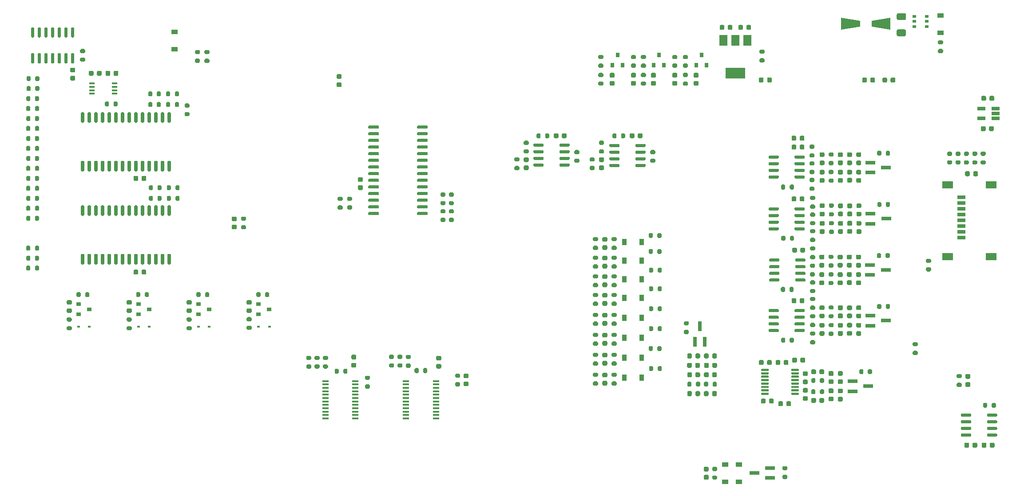
<source format=gbr>
%TF.GenerationSoftware,KiCad,Pcbnew,(5.1.9)-1*%
%TF.CreationDate,2021-05-20T19:37:26+02:00*%
%TF.ProjectId,AR2ISS_MainCTL_HW,41523249-5353-45f4-9d61-696e43544c5f,rev?*%
%TF.SameCoordinates,PXe448a9c0PYfd535690*%
%TF.FileFunction,Paste,Top*%
%TF.FilePolarity,Positive*%
%FSLAX46Y46*%
G04 Gerber Fmt 4.6, Leading zero omitted, Abs format (unit mm)*
G04 Created by KiCad (PCBNEW (5.1.9)-1) date 2021-05-20 19:37:26*
%MOMM*%
%LPD*%
G01*
G04 APERTURE LIST*
%ADD10R,1.310000X0.450000*%
%ADD11R,1.500000X0.800000*%
%ADD12R,2.000000X1.450000*%
%ADD13R,1.200000X0.900000*%
%ADD14C,0.100000*%
%ADD15R,0.800000X0.900000*%
%ADD16R,1.900000X0.800000*%
%ADD17R,0.800000X1.900000*%
%ADD18R,0.600000X0.450000*%
%ADD19R,0.900000X1.200000*%
%ADD20R,0.900000X0.800000*%
%ADD21R,0.700000X0.510000*%
%ADD22R,1.100000X0.400000*%
%ADD23R,3.800000X2.000000*%
%ADD24R,1.500000X2.000000*%
%ADD25R,1.560000X0.650000*%
G04 APERTURE END LIST*
D10*
%TO.C,U14*%
X69784000Y37484000D03*
X69784000Y36834000D03*
X69784000Y36184000D03*
X69789000Y35534000D03*
X69784000Y34884000D03*
X69784000Y34234000D03*
X69784000Y33584000D03*
X75494000Y33584000D03*
X75494000Y34234000D03*
X75494000Y34884000D03*
X75494000Y35534000D03*
X75494000Y36184000D03*
X75494000Y36834000D03*
X75494000Y37484000D03*
X69784000Y30984000D03*
X69784000Y31634000D03*
X69784000Y32284000D03*
X69789000Y32934000D03*
X69784000Y30334000D03*
X75499000Y32934000D03*
X75494000Y32284000D03*
X75494000Y31634000D03*
X75494000Y30984000D03*
X75494000Y30334000D03*
%TD*%
%TO.C,U15*%
X85151000Y37484000D03*
X85151000Y36834000D03*
X85151000Y36184000D03*
X85156000Y35534000D03*
X85151000Y34884000D03*
X85151000Y34234000D03*
X85151000Y33584000D03*
X90861000Y33584000D03*
X90861000Y34234000D03*
X90861000Y34884000D03*
X90861000Y35534000D03*
X90861000Y36184000D03*
X90861000Y36834000D03*
X90861000Y37484000D03*
X85151000Y30984000D03*
X85151000Y31634000D03*
X85151000Y32284000D03*
X85156000Y32934000D03*
X85151000Y30334000D03*
X90866000Y32934000D03*
X90861000Y32284000D03*
X90861000Y31634000D03*
X90861000Y30984000D03*
X90861000Y30334000D03*
%TD*%
%TO.C,R124*%
G36*
G01*
X93525000Y68655000D02*
X94075000Y68655000D01*
G75*
G02*
X94275000Y68455000I0J-200000D01*
G01*
X94275000Y68055000D01*
G75*
G02*
X94075000Y67855000I-200000J0D01*
G01*
X93525000Y67855000D01*
G75*
G02*
X93325000Y68055000I0J200000D01*
G01*
X93325000Y68455000D01*
G75*
G02*
X93525000Y68655000I200000J0D01*
G01*
G37*
G36*
G01*
X93525000Y70305000D02*
X94075000Y70305000D01*
G75*
G02*
X94275000Y70105000I0J-200000D01*
G01*
X94275000Y69705000D01*
G75*
G02*
X94075000Y69505000I-200000J0D01*
G01*
X93525000Y69505000D01*
G75*
G02*
X93325000Y69705000I0J200000D01*
G01*
X93325000Y70105000D01*
G75*
G02*
X93525000Y70305000I200000J0D01*
G01*
G37*
%TD*%
%TO.C,R123*%
G36*
G01*
X93525000Y71855000D02*
X94075000Y71855000D01*
G75*
G02*
X94275000Y71655000I0J-200000D01*
G01*
X94275000Y71255000D01*
G75*
G02*
X94075000Y71055000I-200000J0D01*
G01*
X93525000Y71055000D01*
G75*
G02*
X93325000Y71255000I0J200000D01*
G01*
X93325000Y71655000D01*
G75*
G02*
X93525000Y71855000I200000J0D01*
G01*
G37*
G36*
G01*
X93525000Y73505000D02*
X94075000Y73505000D01*
G75*
G02*
X94275000Y73305000I0J-200000D01*
G01*
X94275000Y72905000D01*
G75*
G02*
X94075000Y72705000I-200000J0D01*
G01*
X93525000Y72705000D01*
G75*
G02*
X93325000Y72905000I0J200000D01*
G01*
X93325000Y73305000D01*
G75*
G02*
X93525000Y73505000I200000J0D01*
G01*
G37*
%TD*%
%TO.C,R122*%
G36*
G01*
X91925000Y68655000D02*
X92475000Y68655000D01*
G75*
G02*
X92675000Y68455000I0J-200000D01*
G01*
X92675000Y68055000D01*
G75*
G02*
X92475000Y67855000I-200000J0D01*
G01*
X91925000Y67855000D01*
G75*
G02*
X91725000Y68055000I0J200000D01*
G01*
X91725000Y68455000D01*
G75*
G02*
X91925000Y68655000I200000J0D01*
G01*
G37*
G36*
G01*
X91925000Y70305000D02*
X92475000Y70305000D01*
G75*
G02*
X92675000Y70105000I0J-200000D01*
G01*
X92675000Y69705000D01*
G75*
G02*
X92475000Y69505000I-200000J0D01*
G01*
X91925000Y69505000D01*
G75*
G02*
X91725000Y69705000I0J200000D01*
G01*
X91725000Y70105000D01*
G75*
G02*
X91925000Y70305000I200000J0D01*
G01*
G37*
%TD*%
%TO.C,R121*%
G36*
G01*
X91925000Y71855000D02*
X92475000Y71855000D01*
G75*
G02*
X92675000Y71655000I0J-200000D01*
G01*
X92675000Y71255000D01*
G75*
G02*
X92475000Y71055000I-200000J0D01*
G01*
X91925000Y71055000D01*
G75*
G02*
X91725000Y71255000I0J200000D01*
G01*
X91725000Y71655000D01*
G75*
G02*
X91925000Y71855000I200000J0D01*
G01*
G37*
G36*
G01*
X91925000Y73505000D02*
X92475000Y73505000D01*
G75*
G02*
X92675000Y73305000I0J-200000D01*
G01*
X92675000Y72905000D01*
G75*
G02*
X92475000Y72705000I-200000J0D01*
G01*
X91925000Y72705000D01*
G75*
G02*
X91725000Y72905000I0J200000D01*
G01*
X91725000Y73305000D01*
G75*
G02*
X91925000Y73505000I200000J0D01*
G01*
G37*
%TD*%
%TO.C,R102*%
G36*
G01*
X36913000Y72665000D02*
X36913000Y72115000D01*
G75*
G02*
X36713000Y71915000I-200000J0D01*
G01*
X36313000Y71915000D01*
G75*
G02*
X36113000Y72115000I0J200000D01*
G01*
X36113000Y72665000D01*
G75*
G02*
X36313000Y72865000I200000J0D01*
G01*
X36713000Y72865000D01*
G75*
G02*
X36913000Y72665000I0J-200000D01*
G01*
G37*
G36*
G01*
X38563000Y72665000D02*
X38563000Y72115000D01*
G75*
G02*
X38363000Y71915000I-200000J0D01*
G01*
X37963000Y71915000D01*
G75*
G02*
X37763000Y72115000I0J200000D01*
G01*
X37763000Y72665000D01*
G75*
G02*
X37963000Y72865000I200000J0D01*
G01*
X38363000Y72865000D01*
G75*
G02*
X38563000Y72665000I0J-200000D01*
G01*
G37*
%TD*%
%TO.C,R101*%
G36*
G01*
X40342000Y72665000D02*
X40342000Y72115000D01*
G75*
G02*
X40142000Y71915000I-200000J0D01*
G01*
X39742000Y71915000D01*
G75*
G02*
X39542000Y72115000I0J200000D01*
G01*
X39542000Y72665000D01*
G75*
G02*
X39742000Y72865000I200000J0D01*
G01*
X40142000Y72865000D01*
G75*
G02*
X40342000Y72665000I0J-200000D01*
G01*
G37*
G36*
G01*
X41992000Y72665000D02*
X41992000Y72115000D01*
G75*
G02*
X41792000Y71915000I-200000J0D01*
G01*
X41392000Y71915000D01*
G75*
G02*
X41192000Y72115000I0J200000D01*
G01*
X41192000Y72665000D01*
G75*
G02*
X41392000Y72865000I200000J0D01*
G01*
X41792000Y72865000D01*
G75*
G02*
X41992000Y72665000I0J-200000D01*
G01*
G37*
%TD*%
%TO.C,R100*%
G36*
G01*
X36786000Y90572000D02*
X36786000Y90022000D01*
G75*
G02*
X36586000Y89822000I-200000J0D01*
G01*
X36186000Y89822000D01*
G75*
G02*
X35986000Y90022000I0J200000D01*
G01*
X35986000Y90572000D01*
G75*
G02*
X36186000Y90772000I200000J0D01*
G01*
X36586000Y90772000D01*
G75*
G02*
X36786000Y90572000I0J-200000D01*
G01*
G37*
G36*
G01*
X38436000Y90572000D02*
X38436000Y90022000D01*
G75*
G02*
X38236000Y89822000I-200000J0D01*
G01*
X37836000Y89822000D01*
G75*
G02*
X37636000Y90022000I0J200000D01*
G01*
X37636000Y90572000D01*
G75*
G02*
X37836000Y90772000I200000J0D01*
G01*
X38236000Y90772000D01*
G75*
G02*
X38436000Y90572000I0J-200000D01*
G01*
G37*
%TD*%
%TO.C,R99*%
G36*
G01*
X40215000Y90572000D02*
X40215000Y90022000D01*
G75*
G02*
X40015000Y89822000I-200000J0D01*
G01*
X39615000Y89822000D01*
G75*
G02*
X39415000Y90022000I0J200000D01*
G01*
X39415000Y90572000D01*
G75*
G02*
X39615000Y90772000I200000J0D01*
G01*
X40015000Y90772000D01*
G75*
G02*
X40215000Y90572000I0J-200000D01*
G01*
G37*
G36*
G01*
X41865000Y90572000D02*
X41865000Y90022000D01*
G75*
G02*
X41665000Y89822000I-200000J0D01*
G01*
X41265000Y89822000D01*
G75*
G02*
X41065000Y90022000I0J200000D01*
G01*
X41065000Y90572000D01*
G75*
G02*
X41265000Y90772000I200000J0D01*
G01*
X41665000Y90772000D01*
G75*
G02*
X41865000Y90572000I0J-200000D01*
G01*
G37*
%TD*%
%TO.C,R78*%
G36*
G01*
X36913000Y74697000D02*
X36913000Y74147000D01*
G75*
G02*
X36713000Y73947000I-200000J0D01*
G01*
X36313000Y73947000D01*
G75*
G02*
X36113000Y74147000I0J200000D01*
G01*
X36113000Y74697000D01*
G75*
G02*
X36313000Y74897000I200000J0D01*
G01*
X36713000Y74897000D01*
G75*
G02*
X36913000Y74697000I0J-200000D01*
G01*
G37*
G36*
G01*
X38563000Y74697000D02*
X38563000Y74147000D01*
G75*
G02*
X38363000Y73947000I-200000J0D01*
G01*
X37963000Y73947000D01*
G75*
G02*
X37763000Y74147000I0J200000D01*
G01*
X37763000Y74697000D01*
G75*
G02*
X37963000Y74897000I200000J0D01*
G01*
X38363000Y74897000D01*
G75*
G02*
X38563000Y74697000I0J-200000D01*
G01*
G37*
%TD*%
%TO.C,R77*%
G36*
G01*
X40342000Y74697000D02*
X40342000Y74147000D01*
G75*
G02*
X40142000Y73947000I-200000J0D01*
G01*
X39742000Y73947000D01*
G75*
G02*
X39542000Y74147000I0J200000D01*
G01*
X39542000Y74697000D01*
G75*
G02*
X39742000Y74897000I200000J0D01*
G01*
X40142000Y74897000D01*
G75*
G02*
X40342000Y74697000I0J-200000D01*
G01*
G37*
G36*
G01*
X41992000Y74697000D02*
X41992000Y74147000D01*
G75*
G02*
X41792000Y73947000I-200000J0D01*
G01*
X41392000Y73947000D01*
G75*
G02*
X41192000Y74147000I0J200000D01*
G01*
X41192000Y74697000D01*
G75*
G02*
X41392000Y74897000I200000J0D01*
G01*
X41792000Y74897000D01*
G75*
G02*
X41992000Y74697000I0J-200000D01*
G01*
G37*
%TD*%
%TO.C,R76*%
G36*
G01*
X36786000Y92604000D02*
X36786000Y92054000D01*
G75*
G02*
X36586000Y91854000I-200000J0D01*
G01*
X36186000Y91854000D01*
G75*
G02*
X35986000Y92054000I0J200000D01*
G01*
X35986000Y92604000D01*
G75*
G02*
X36186000Y92804000I200000J0D01*
G01*
X36586000Y92804000D01*
G75*
G02*
X36786000Y92604000I0J-200000D01*
G01*
G37*
G36*
G01*
X38436000Y92604000D02*
X38436000Y92054000D01*
G75*
G02*
X38236000Y91854000I-200000J0D01*
G01*
X37836000Y91854000D01*
G75*
G02*
X37636000Y92054000I0J200000D01*
G01*
X37636000Y92604000D01*
G75*
G02*
X37836000Y92804000I200000J0D01*
G01*
X38236000Y92804000D01*
G75*
G02*
X38436000Y92604000I0J-200000D01*
G01*
G37*
%TD*%
%TO.C,R75*%
G36*
G01*
X40215000Y92604000D02*
X40215000Y92054000D01*
G75*
G02*
X40015000Y91854000I-200000J0D01*
G01*
X39615000Y91854000D01*
G75*
G02*
X39415000Y92054000I0J200000D01*
G01*
X39415000Y92604000D01*
G75*
G02*
X39615000Y92804000I200000J0D01*
G01*
X40015000Y92804000D01*
G75*
G02*
X40215000Y92604000I0J-200000D01*
G01*
G37*
G36*
G01*
X41865000Y92604000D02*
X41865000Y92054000D01*
G75*
G02*
X41665000Y91854000I-200000J0D01*
G01*
X41265000Y91854000D01*
G75*
G02*
X41065000Y92054000I0J200000D01*
G01*
X41065000Y92604000D01*
G75*
G02*
X41265000Y92804000I200000J0D01*
G01*
X41665000Y92804000D01*
G75*
G02*
X41865000Y92604000I0J-200000D01*
G01*
G37*
%TD*%
D11*
%TO.C,J27*%
X191050000Y64880000D03*
X191050000Y65980000D03*
X191050000Y67080000D03*
X191050000Y68180000D03*
X191050000Y69280000D03*
X191050000Y70380000D03*
X191050000Y71480000D03*
X191050000Y72580000D03*
D12*
X196750000Y74955000D03*
X196750000Y61205000D03*
X188450000Y61205000D03*
X188450000Y74955000D03*
%TD*%
%TO.C,R144*%
G36*
G01*
X45125000Y99055000D02*
X45675000Y99055000D01*
G75*
G02*
X45875000Y98855000I0J-200000D01*
G01*
X45875000Y98455000D01*
G75*
G02*
X45675000Y98255000I-200000J0D01*
G01*
X45125000Y98255000D01*
G75*
G02*
X44925000Y98455000I0J200000D01*
G01*
X44925000Y98855000D01*
G75*
G02*
X45125000Y99055000I200000J0D01*
G01*
G37*
G36*
G01*
X45125000Y100705000D02*
X45675000Y100705000D01*
G75*
G02*
X45875000Y100505000I0J-200000D01*
G01*
X45875000Y100105000D01*
G75*
G02*
X45675000Y99905000I-200000J0D01*
G01*
X45125000Y99905000D01*
G75*
G02*
X44925000Y100105000I0J200000D01*
G01*
X44925000Y100505000D01*
G75*
G02*
X45125000Y100705000I200000J0D01*
G01*
G37*
%TD*%
%TO.C,U19*%
G36*
G01*
X159234000Y70208000D02*
X159234000Y70508000D01*
G75*
G02*
X159384000Y70658000I150000J0D01*
G01*
X161034000Y70658000D01*
G75*
G02*
X161184000Y70508000I0J-150000D01*
G01*
X161184000Y70208000D01*
G75*
G02*
X161034000Y70058000I-150000J0D01*
G01*
X159384000Y70058000D01*
G75*
G02*
X159234000Y70208000I0J150000D01*
G01*
G37*
G36*
G01*
X159234000Y68938000D02*
X159234000Y69238000D01*
G75*
G02*
X159384000Y69388000I150000J0D01*
G01*
X161034000Y69388000D01*
G75*
G02*
X161184000Y69238000I0J-150000D01*
G01*
X161184000Y68938000D01*
G75*
G02*
X161034000Y68788000I-150000J0D01*
G01*
X159384000Y68788000D01*
G75*
G02*
X159234000Y68938000I0J150000D01*
G01*
G37*
G36*
G01*
X159234000Y67668000D02*
X159234000Y67968000D01*
G75*
G02*
X159384000Y68118000I150000J0D01*
G01*
X161034000Y68118000D01*
G75*
G02*
X161184000Y67968000I0J-150000D01*
G01*
X161184000Y67668000D01*
G75*
G02*
X161034000Y67518000I-150000J0D01*
G01*
X159384000Y67518000D01*
G75*
G02*
X159234000Y67668000I0J150000D01*
G01*
G37*
G36*
G01*
X159234000Y66398000D02*
X159234000Y66698000D01*
G75*
G02*
X159384000Y66848000I150000J0D01*
G01*
X161034000Y66848000D01*
G75*
G02*
X161184000Y66698000I0J-150000D01*
G01*
X161184000Y66398000D01*
G75*
G02*
X161034000Y66248000I-150000J0D01*
G01*
X159384000Y66248000D01*
G75*
G02*
X159234000Y66398000I0J150000D01*
G01*
G37*
G36*
G01*
X154284000Y66398000D02*
X154284000Y66698000D01*
G75*
G02*
X154434000Y66848000I150000J0D01*
G01*
X156084000Y66848000D01*
G75*
G02*
X156234000Y66698000I0J-150000D01*
G01*
X156234000Y66398000D01*
G75*
G02*
X156084000Y66248000I-150000J0D01*
G01*
X154434000Y66248000D01*
G75*
G02*
X154284000Y66398000I0J150000D01*
G01*
G37*
G36*
G01*
X154284000Y67668000D02*
X154284000Y67968000D01*
G75*
G02*
X154434000Y68118000I150000J0D01*
G01*
X156084000Y68118000D01*
G75*
G02*
X156234000Y67968000I0J-150000D01*
G01*
X156234000Y67668000D01*
G75*
G02*
X156084000Y67518000I-150000J0D01*
G01*
X154434000Y67518000D01*
G75*
G02*
X154284000Y67668000I0J150000D01*
G01*
G37*
G36*
G01*
X154284000Y68938000D02*
X154284000Y69238000D01*
G75*
G02*
X154434000Y69388000I150000J0D01*
G01*
X156084000Y69388000D01*
G75*
G02*
X156234000Y69238000I0J-150000D01*
G01*
X156234000Y68938000D01*
G75*
G02*
X156084000Y68788000I-150000J0D01*
G01*
X154434000Y68788000D01*
G75*
G02*
X154284000Y68938000I0J150000D01*
G01*
G37*
G36*
G01*
X154284000Y70208000D02*
X154284000Y70508000D01*
G75*
G02*
X154434000Y70658000I150000J0D01*
G01*
X156084000Y70658000D01*
G75*
G02*
X156234000Y70508000I0J-150000D01*
G01*
X156234000Y70208000D01*
G75*
G02*
X156084000Y70058000I-150000J0D01*
G01*
X154434000Y70058000D01*
G75*
G02*
X154284000Y70208000I0J150000D01*
G01*
G37*
%TD*%
%TO.C,U5*%
G36*
G01*
X159234000Y50777000D02*
X159234000Y51077000D01*
G75*
G02*
X159384000Y51227000I150000J0D01*
G01*
X161034000Y51227000D01*
G75*
G02*
X161184000Y51077000I0J-150000D01*
G01*
X161184000Y50777000D01*
G75*
G02*
X161034000Y50627000I-150000J0D01*
G01*
X159384000Y50627000D01*
G75*
G02*
X159234000Y50777000I0J150000D01*
G01*
G37*
G36*
G01*
X159234000Y49507000D02*
X159234000Y49807000D01*
G75*
G02*
X159384000Y49957000I150000J0D01*
G01*
X161034000Y49957000D01*
G75*
G02*
X161184000Y49807000I0J-150000D01*
G01*
X161184000Y49507000D01*
G75*
G02*
X161034000Y49357000I-150000J0D01*
G01*
X159384000Y49357000D01*
G75*
G02*
X159234000Y49507000I0J150000D01*
G01*
G37*
G36*
G01*
X159234000Y48237000D02*
X159234000Y48537000D01*
G75*
G02*
X159384000Y48687000I150000J0D01*
G01*
X161034000Y48687000D01*
G75*
G02*
X161184000Y48537000I0J-150000D01*
G01*
X161184000Y48237000D01*
G75*
G02*
X161034000Y48087000I-150000J0D01*
G01*
X159384000Y48087000D01*
G75*
G02*
X159234000Y48237000I0J150000D01*
G01*
G37*
G36*
G01*
X159234000Y46967000D02*
X159234000Y47267000D01*
G75*
G02*
X159384000Y47417000I150000J0D01*
G01*
X161034000Y47417000D01*
G75*
G02*
X161184000Y47267000I0J-150000D01*
G01*
X161184000Y46967000D01*
G75*
G02*
X161034000Y46817000I-150000J0D01*
G01*
X159384000Y46817000D01*
G75*
G02*
X159234000Y46967000I0J150000D01*
G01*
G37*
G36*
G01*
X154284000Y46967000D02*
X154284000Y47267000D01*
G75*
G02*
X154434000Y47417000I150000J0D01*
G01*
X156084000Y47417000D01*
G75*
G02*
X156234000Y47267000I0J-150000D01*
G01*
X156234000Y46967000D01*
G75*
G02*
X156084000Y46817000I-150000J0D01*
G01*
X154434000Y46817000D01*
G75*
G02*
X154284000Y46967000I0J150000D01*
G01*
G37*
G36*
G01*
X154284000Y48237000D02*
X154284000Y48537000D01*
G75*
G02*
X154434000Y48687000I150000J0D01*
G01*
X156084000Y48687000D01*
G75*
G02*
X156234000Y48537000I0J-150000D01*
G01*
X156234000Y48237000D01*
G75*
G02*
X156084000Y48087000I-150000J0D01*
G01*
X154434000Y48087000D01*
G75*
G02*
X154284000Y48237000I0J150000D01*
G01*
G37*
G36*
G01*
X154284000Y49507000D02*
X154284000Y49807000D01*
G75*
G02*
X154434000Y49957000I150000J0D01*
G01*
X156084000Y49957000D01*
G75*
G02*
X156234000Y49807000I0J-150000D01*
G01*
X156234000Y49507000D01*
G75*
G02*
X156084000Y49357000I-150000J0D01*
G01*
X154434000Y49357000D01*
G75*
G02*
X154284000Y49507000I0J150000D01*
G01*
G37*
G36*
G01*
X154284000Y50777000D02*
X154284000Y51077000D01*
G75*
G02*
X154434000Y51227000I150000J0D01*
G01*
X156084000Y51227000D01*
G75*
G02*
X156234000Y51077000I0J-150000D01*
G01*
X156234000Y50777000D01*
G75*
G02*
X156084000Y50627000I-150000J0D01*
G01*
X154434000Y50627000D01*
G75*
G02*
X154284000Y50777000I0J150000D01*
G01*
G37*
%TD*%
%TO.C,U4*%
G36*
G01*
X159361000Y60429000D02*
X159361000Y60729000D01*
G75*
G02*
X159511000Y60879000I150000J0D01*
G01*
X161161000Y60879000D01*
G75*
G02*
X161311000Y60729000I0J-150000D01*
G01*
X161311000Y60429000D01*
G75*
G02*
X161161000Y60279000I-150000J0D01*
G01*
X159511000Y60279000D01*
G75*
G02*
X159361000Y60429000I0J150000D01*
G01*
G37*
G36*
G01*
X159361000Y59159000D02*
X159361000Y59459000D01*
G75*
G02*
X159511000Y59609000I150000J0D01*
G01*
X161161000Y59609000D01*
G75*
G02*
X161311000Y59459000I0J-150000D01*
G01*
X161311000Y59159000D01*
G75*
G02*
X161161000Y59009000I-150000J0D01*
G01*
X159511000Y59009000D01*
G75*
G02*
X159361000Y59159000I0J150000D01*
G01*
G37*
G36*
G01*
X159361000Y57889000D02*
X159361000Y58189000D01*
G75*
G02*
X159511000Y58339000I150000J0D01*
G01*
X161161000Y58339000D01*
G75*
G02*
X161311000Y58189000I0J-150000D01*
G01*
X161311000Y57889000D01*
G75*
G02*
X161161000Y57739000I-150000J0D01*
G01*
X159511000Y57739000D01*
G75*
G02*
X159361000Y57889000I0J150000D01*
G01*
G37*
G36*
G01*
X159361000Y56619000D02*
X159361000Y56919000D01*
G75*
G02*
X159511000Y57069000I150000J0D01*
G01*
X161161000Y57069000D01*
G75*
G02*
X161311000Y56919000I0J-150000D01*
G01*
X161311000Y56619000D01*
G75*
G02*
X161161000Y56469000I-150000J0D01*
G01*
X159511000Y56469000D01*
G75*
G02*
X159361000Y56619000I0J150000D01*
G01*
G37*
G36*
G01*
X154411000Y56619000D02*
X154411000Y56919000D01*
G75*
G02*
X154561000Y57069000I150000J0D01*
G01*
X156211000Y57069000D01*
G75*
G02*
X156361000Y56919000I0J-150000D01*
G01*
X156361000Y56619000D01*
G75*
G02*
X156211000Y56469000I-150000J0D01*
G01*
X154561000Y56469000D01*
G75*
G02*
X154411000Y56619000I0J150000D01*
G01*
G37*
G36*
G01*
X154411000Y57889000D02*
X154411000Y58189000D01*
G75*
G02*
X154561000Y58339000I150000J0D01*
G01*
X156211000Y58339000D01*
G75*
G02*
X156361000Y58189000I0J-150000D01*
G01*
X156361000Y57889000D01*
G75*
G02*
X156211000Y57739000I-150000J0D01*
G01*
X154561000Y57739000D01*
G75*
G02*
X154411000Y57889000I0J150000D01*
G01*
G37*
G36*
G01*
X154411000Y59159000D02*
X154411000Y59459000D01*
G75*
G02*
X154561000Y59609000I150000J0D01*
G01*
X156211000Y59609000D01*
G75*
G02*
X156361000Y59459000I0J-150000D01*
G01*
X156361000Y59159000D01*
G75*
G02*
X156211000Y59009000I-150000J0D01*
G01*
X154561000Y59009000D01*
G75*
G02*
X154411000Y59159000I0J150000D01*
G01*
G37*
G36*
G01*
X154411000Y60429000D02*
X154411000Y60729000D01*
G75*
G02*
X154561000Y60879000I150000J0D01*
G01*
X156211000Y60879000D01*
G75*
G02*
X156361000Y60729000I0J-150000D01*
G01*
X156361000Y60429000D01*
G75*
G02*
X156211000Y60279000I-150000J0D01*
G01*
X154561000Y60279000D01*
G75*
G02*
X154411000Y60429000I0J150000D01*
G01*
G37*
%TD*%
%TO.C,U3*%
G36*
G01*
X159234000Y80114000D02*
X159234000Y80414000D01*
G75*
G02*
X159384000Y80564000I150000J0D01*
G01*
X161034000Y80564000D01*
G75*
G02*
X161184000Y80414000I0J-150000D01*
G01*
X161184000Y80114000D01*
G75*
G02*
X161034000Y79964000I-150000J0D01*
G01*
X159384000Y79964000D01*
G75*
G02*
X159234000Y80114000I0J150000D01*
G01*
G37*
G36*
G01*
X159234000Y78844000D02*
X159234000Y79144000D01*
G75*
G02*
X159384000Y79294000I150000J0D01*
G01*
X161034000Y79294000D01*
G75*
G02*
X161184000Y79144000I0J-150000D01*
G01*
X161184000Y78844000D01*
G75*
G02*
X161034000Y78694000I-150000J0D01*
G01*
X159384000Y78694000D01*
G75*
G02*
X159234000Y78844000I0J150000D01*
G01*
G37*
G36*
G01*
X159234000Y77574000D02*
X159234000Y77874000D01*
G75*
G02*
X159384000Y78024000I150000J0D01*
G01*
X161034000Y78024000D01*
G75*
G02*
X161184000Y77874000I0J-150000D01*
G01*
X161184000Y77574000D01*
G75*
G02*
X161034000Y77424000I-150000J0D01*
G01*
X159384000Y77424000D01*
G75*
G02*
X159234000Y77574000I0J150000D01*
G01*
G37*
G36*
G01*
X159234000Y76304000D02*
X159234000Y76604000D01*
G75*
G02*
X159384000Y76754000I150000J0D01*
G01*
X161034000Y76754000D01*
G75*
G02*
X161184000Y76604000I0J-150000D01*
G01*
X161184000Y76304000D01*
G75*
G02*
X161034000Y76154000I-150000J0D01*
G01*
X159384000Y76154000D01*
G75*
G02*
X159234000Y76304000I0J150000D01*
G01*
G37*
G36*
G01*
X154284000Y76304000D02*
X154284000Y76604000D01*
G75*
G02*
X154434000Y76754000I150000J0D01*
G01*
X156084000Y76754000D01*
G75*
G02*
X156234000Y76604000I0J-150000D01*
G01*
X156234000Y76304000D01*
G75*
G02*
X156084000Y76154000I-150000J0D01*
G01*
X154434000Y76154000D01*
G75*
G02*
X154284000Y76304000I0J150000D01*
G01*
G37*
G36*
G01*
X154284000Y77574000D02*
X154284000Y77874000D01*
G75*
G02*
X154434000Y78024000I150000J0D01*
G01*
X156084000Y78024000D01*
G75*
G02*
X156234000Y77874000I0J-150000D01*
G01*
X156234000Y77574000D01*
G75*
G02*
X156084000Y77424000I-150000J0D01*
G01*
X154434000Y77424000D01*
G75*
G02*
X154284000Y77574000I0J150000D01*
G01*
G37*
G36*
G01*
X154284000Y78844000D02*
X154284000Y79144000D01*
G75*
G02*
X154434000Y79294000I150000J0D01*
G01*
X156084000Y79294000D01*
G75*
G02*
X156234000Y79144000I0J-150000D01*
G01*
X156234000Y78844000D01*
G75*
G02*
X156084000Y78694000I-150000J0D01*
G01*
X154434000Y78694000D01*
G75*
G02*
X154284000Y78844000I0J150000D01*
G01*
G37*
G36*
G01*
X154284000Y80114000D02*
X154284000Y80414000D01*
G75*
G02*
X154434000Y80564000I150000J0D01*
G01*
X156084000Y80564000D01*
G75*
G02*
X156234000Y80414000I0J-150000D01*
G01*
X156234000Y80114000D01*
G75*
G02*
X156084000Y79964000I-150000J0D01*
G01*
X154434000Y79964000D01*
G75*
G02*
X154284000Y80114000I0J150000D01*
G01*
G37*
%TD*%
%TO.C,R104*%
G36*
G01*
X153310000Y99993000D02*
X152760000Y99993000D01*
G75*
G02*
X152560000Y100193000I0J200000D01*
G01*
X152560000Y100593000D01*
G75*
G02*
X152760000Y100793000I200000J0D01*
G01*
X153310000Y100793000D01*
G75*
G02*
X153510000Y100593000I0J-200000D01*
G01*
X153510000Y100193000D01*
G75*
G02*
X153310000Y99993000I-200000J0D01*
G01*
G37*
G36*
G01*
X153310000Y98343000D02*
X152760000Y98343000D01*
G75*
G02*
X152560000Y98543000I0J200000D01*
G01*
X152560000Y98943000D01*
G75*
G02*
X152760000Y99143000I200000J0D01*
G01*
X153310000Y99143000D01*
G75*
G02*
X153510000Y98943000I0J-200000D01*
G01*
X153510000Y98543000D01*
G75*
G02*
X153310000Y98343000I-200000J0D01*
G01*
G37*
%TD*%
%TO.C,R42*%
G36*
G01*
X186796000Y100921000D02*
X187346000Y100921000D01*
G75*
G02*
X187546000Y100721000I0J-200000D01*
G01*
X187546000Y100321000D01*
G75*
G02*
X187346000Y100121000I-200000J0D01*
G01*
X186796000Y100121000D01*
G75*
G02*
X186596000Y100321000I0J200000D01*
G01*
X186596000Y100721000D01*
G75*
G02*
X186796000Y100921000I200000J0D01*
G01*
G37*
G36*
G01*
X186796000Y102571000D02*
X187346000Y102571000D01*
G75*
G02*
X187546000Y102371000I0J-200000D01*
G01*
X187546000Y101971000D01*
G75*
G02*
X187346000Y101771000I-200000J0D01*
G01*
X186796000Y101771000D01*
G75*
G02*
X186596000Y101971000I0J200000D01*
G01*
X186596000Y102371000D01*
G75*
G02*
X186796000Y102571000I200000J0D01*
G01*
G37*
%TD*%
%TO.C,L8*%
G36*
G01*
X142837500Y35336250D02*
X142837500Y34823750D01*
G75*
G02*
X142618750Y34605000I-218750J0D01*
G01*
X142181250Y34605000D01*
G75*
G02*
X141962500Y34823750I0J218750D01*
G01*
X141962500Y35336250D01*
G75*
G02*
X142181250Y35555000I218750J0D01*
G01*
X142618750Y35555000D01*
G75*
G02*
X142837500Y35336250I0J-218750D01*
G01*
G37*
G36*
G01*
X144412500Y35336250D02*
X144412500Y34823750D01*
G75*
G02*
X144193750Y34605000I-218750J0D01*
G01*
X143756250Y34605000D01*
G75*
G02*
X143537500Y34823750I0J218750D01*
G01*
X143537500Y35336250D01*
G75*
G02*
X143756250Y35555000I218750J0D01*
G01*
X144193750Y35555000D01*
G75*
G02*
X144412500Y35336250I0J-218750D01*
G01*
G37*
%TD*%
%TO.C,L7*%
G36*
G01*
X140350000Y34823750D02*
X140350000Y35336250D01*
G75*
G02*
X140568750Y35555000I218750J0D01*
G01*
X141006250Y35555000D01*
G75*
G02*
X141225000Y35336250I0J-218750D01*
G01*
X141225000Y34823750D01*
G75*
G02*
X141006250Y34605000I-218750J0D01*
G01*
X140568750Y34605000D01*
G75*
G02*
X140350000Y34823750I0J218750D01*
G01*
G37*
G36*
G01*
X138775000Y34823750D02*
X138775000Y35336250D01*
G75*
G02*
X138993750Y35555000I218750J0D01*
G01*
X139431250Y35555000D01*
G75*
G02*
X139650000Y35336250I0J-218750D01*
G01*
X139650000Y34823750D01*
G75*
G02*
X139431250Y34605000I-218750J0D01*
G01*
X138993750Y34605000D01*
G75*
G02*
X138775000Y34823750I0J218750D01*
G01*
G37*
%TD*%
%TO.C,L2*%
G36*
G01*
X161546250Y35275000D02*
X161033750Y35275000D01*
G75*
G02*
X160815000Y35493750I0J218750D01*
G01*
X160815000Y35931250D01*
G75*
G02*
X161033750Y36150000I218750J0D01*
G01*
X161546250Y36150000D01*
G75*
G02*
X161765000Y35931250I0J-218750D01*
G01*
X161765000Y35493750D01*
G75*
G02*
X161546250Y35275000I-218750J0D01*
G01*
G37*
G36*
G01*
X161546250Y33700000D02*
X161033750Y33700000D01*
G75*
G02*
X160815000Y33918750I0J218750D01*
G01*
X160815000Y34356250D01*
G75*
G02*
X161033750Y34575000I218750J0D01*
G01*
X161546250Y34575000D01*
G75*
G02*
X161765000Y34356250I0J-218750D01*
G01*
X161765000Y33918750D01*
G75*
G02*
X161546250Y33700000I-218750J0D01*
G01*
G37*
%TD*%
%TO.C,L1*%
G36*
G01*
X161033750Y37750000D02*
X161546250Y37750000D01*
G75*
G02*
X161765000Y37531250I0J-218750D01*
G01*
X161765000Y37093750D01*
G75*
G02*
X161546250Y36875000I-218750J0D01*
G01*
X161033750Y36875000D01*
G75*
G02*
X160815000Y37093750I0J218750D01*
G01*
X160815000Y37531250D01*
G75*
G02*
X161033750Y37750000I218750J0D01*
G01*
G37*
G36*
G01*
X161033750Y39325000D02*
X161546250Y39325000D01*
G75*
G02*
X161765000Y39106250I0J-218750D01*
G01*
X161765000Y38668750D01*
G75*
G02*
X161546250Y38450000I-218750J0D01*
G01*
X161033750Y38450000D01*
G75*
G02*
X160815000Y38668750I0J218750D01*
G01*
X160815000Y39106250D01*
G75*
G02*
X161033750Y39325000I218750J0D01*
G01*
G37*
%TD*%
D13*
%TO.C,D26*%
X146000000Y18230000D03*
X146000000Y21530000D03*
%TD*%
D14*
%TO.C,D21*%
G36*
X168121600Y104615600D02*
G01*
X168121600Y106915600D01*
X171721600Y106315600D01*
X171721600Y105215600D01*
X168121600Y104615600D01*
G37*
G36*
X177521600Y106915600D02*
G01*
X177521600Y104615600D01*
X173921600Y105215600D01*
X173921600Y106315600D01*
X177521600Y106915600D01*
G37*
%TD*%
D13*
%TO.C,D20*%
X187071000Y104014000D03*
X187071000Y107314000D03*
%TD*%
%TO.C,R143*%
G36*
G01*
X122026000Y94698000D02*
X122576000Y94698000D01*
G75*
G02*
X122776000Y94498000I0J-200000D01*
G01*
X122776000Y94098000D01*
G75*
G02*
X122576000Y93898000I-200000J0D01*
G01*
X122026000Y93898000D01*
G75*
G02*
X121826000Y94098000I0J200000D01*
G01*
X121826000Y94498000D01*
G75*
G02*
X122026000Y94698000I200000J0D01*
G01*
G37*
G36*
G01*
X122026000Y96348000D02*
X122576000Y96348000D01*
G75*
G02*
X122776000Y96148000I0J-200000D01*
G01*
X122776000Y95748000D01*
G75*
G02*
X122576000Y95548000I-200000J0D01*
G01*
X122026000Y95548000D01*
G75*
G02*
X121826000Y95748000I0J200000D01*
G01*
X121826000Y96148000D01*
G75*
G02*
X122026000Y96348000I200000J0D01*
G01*
G37*
%TD*%
%TO.C,R142*%
G36*
G01*
X122026000Y98127000D02*
X122576000Y98127000D01*
G75*
G02*
X122776000Y97927000I0J-200000D01*
G01*
X122776000Y97527000D01*
G75*
G02*
X122576000Y97327000I-200000J0D01*
G01*
X122026000Y97327000D01*
G75*
G02*
X121826000Y97527000I0J200000D01*
G01*
X121826000Y97927000D01*
G75*
G02*
X122026000Y98127000I200000J0D01*
G01*
G37*
G36*
G01*
X122026000Y99777000D02*
X122576000Y99777000D01*
G75*
G02*
X122776000Y99577000I0J-200000D01*
G01*
X122776000Y99177000D01*
G75*
G02*
X122576000Y98977000I-200000J0D01*
G01*
X122026000Y98977000D01*
G75*
G02*
X121826000Y99177000I0J200000D01*
G01*
X121826000Y99577000D01*
G75*
G02*
X122026000Y99777000I200000J0D01*
G01*
G37*
%TD*%
%TO.C,R141*%
G36*
G01*
X138155000Y94698000D02*
X138705000Y94698000D01*
G75*
G02*
X138905000Y94498000I0J-200000D01*
G01*
X138905000Y94098000D01*
G75*
G02*
X138705000Y93898000I-200000J0D01*
G01*
X138155000Y93898000D01*
G75*
G02*
X137955000Y94098000I0J200000D01*
G01*
X137955000Y94498000D01*
G75*
G02*
X138155000Y94698000I200000J0D01*
G01*
G37*
G36*
G01*
X138155000Y96348000D02*
X138705000Y96348000D01*
G75*
G02*
X138905000Y96148000I0J-200000D01*
G01*
X138905000Y95748000D01*
G75*
G02*
X138705000Y95548000I-200000J0D01*
G01*
X138155000Y95548000D01*
G75*
G02*
X137955000Y95748000I0J200000D01*
G01*
X137955000Y96148000D01*
G75*
G02*
X138155000Y96348000I200000J0D01*
G01*
G37*
%TD*%
%TO.C,R110*%
G36*
G01*
X138155000Y98127000D02*
X138705000Y98127000D01*
G75*
G02*
X138905000Y97927000I0J-200000D01*
G01*
X138905000Y97527000D01*
G75*
G02*
X138705000Y97327000I-200000J0D01*
G01*
X138155000Y97327000D01*
G75*
G02*
X137955000Y97527000I0J200000D01*
G01*
X137955000Y97927000D01*
G75*
G02*
X138155000Y98127000I200000J0D01*
G01*
G37*
G36*
G01*
X138155000Y99777000D02*
X138705000Y99777000D01*
G75*
G02*
X138905000Y99577000I0J-200000D01*
G01*
X138905000Y99177000D01*
G75*
G02*
X138705000Y98977000I-200000J0D01*
G01*
X138155000Y98977000D01*
G75*
G02*
X137955000Y99177000I0J200000D01*
G01*
X137955000Y99577000D01*
G75*
G02*
X138155000Y99777000I200000J0D01*
G01*
G37*
%TD*%
%TO.C,R109*%
G36*
G01*
X136123000Y98127000D02*
X136673000Y98127000D01*
G75*
G02*
X136873000Y97927000I0J-200000D01*
G01*
X136873000Y97527000D01*
G75*
G02*
X136673000Y97327000I-200000J0D01*
G01*
X136123000Y97327000D01*
G75*
G02*
X135923000Y97527000I0J200000D01*
G01*
X135923000Y97927000D01*
G75*
G02*
X136123000Y98127000I200000J0D01*
G01*
G37*
G36*
G01*
X136123000Y99777000D02*
X136673000Y99777000D01*
G75*
G02*
X136873000Y99577000I0J-200000D01*
G01*
X136873000Y99177000D01*
G75*
G02*
X136673000Y98977000I-200000J0D01*
G01*
X136123000Y98977000D01*
G75*
G02*
X135923000Y99177000I0J200000D01*
G01*
X135923000Y99577000D01*
G75*
G02*
X136123000Y99777000I200000J0D01*
G01*
G37*
%TD*%
%TO.C,R108*%
G36*
G01*
X128249000Y98127000D02*
X128799000Y98127000D01*
G75*
G02*
X128999000Y97927000I0J-200000D01*
G01*
X128999000Y97527000D01*
G75*
G02*
X128799000Y97327000I-200000J0D01*
G01*
X128249000Y97327000D01*
G75*
G02*
X128049000Y97527000I0J200000D01*
G01*
X128049000Y97927000D01*
G75*
G02*
X128249000Y98127000I200000J0D01*
G01*
G37*
G36*
G01*
X128249000Y99777000D02*
X128799000Y99777000D01*
G75*
G02*
X128999000Y99577000I0J-200000D01*
G01*
X128999000Y99177000D01*
G75*
G02*
X128799000Y98977000I-200000J0D01*
G01*
X128249000Y98977000D01*
G75*
G02*
X128049000Y99177000I0J200000D01*
G01*
X128049000Y99577000D01*
G75*
G02*
X128249000Y99777000I200000J0D01*
G01*
G37*
%TD*%
D15*
%TO.C,D32*%
X125476000Y99806000D03*
X126426000Y97806000D03*
X124526000Y97806000D03*
%TD*%
%TO.C,D31*%
X141478000Y99806000D03*
X142428000Y97806000D03*
X140528000Y97806000D03*
%TD*%
%TO.C,D30*%
G36*
G01*
X136654250Y95473000D02*
X136141750Y95473000D01*
G75*
G02*
X135923000Y95691750I0J218750D01*
G01*
X135923000Y96129250D01*
G75*
G02*
X136141750Y96348000I218750J0D01*
G01*
X136654250Y96348000D01*
G75*
G02*
X136873000Y96129250I0J-218750D01*
G01*
X136873000Y95691750D01*
G75*
G02*
X136654250Y95473000I-218750J0D01*
G01*
G37*
G36*
G01*
X136654250Y93898000D02*
X136141750Y93898000D01*
G75*
G02*
X135923000Y94116750I0J218750D01*
G01*
X135923000Y94554250D01*
G75*
G02*
X136141750Y94773000I218750J0D01*
G01*
X136654250Y94773000D01*
G75*
G02*
X136873000Y94554250I0J-218750D01*
G01*
X136873000Y94116750D01*
G75*
G02*
X136654250Y93898000I-218750J0D01*
G01*
G37*
%TD*%
%TO.C,D19*%
G36*
G01*
X128780250Y95473000D02*
X128267750Y95473000D01*
G75*
G02*
X128049000Y95691750I0J218750D01*
G01*
X128049000Y96129250D01*
G75*
G02*
X128267750Y96348000I218750J0D01*
G01*
X128780250Y96348000D01*
G75*
G02*
X128999000Y96129250I0J-218750D01*
G01*
X128999000Y95691750D01*
G75*
G02*
X128780250Y95473000I-218750J0D01*
G01*
G37*
G36*
G01*
X128780250Y93898000D02*
X128267750Y93898000D01*
G75*
G02*
X128049000Y94116750I0J218750D01*
G01*
X128049000Y94554250D01*
G75*
G02*
X128267750Y94773000I218750J0D01*
G01*
X128780250Y94773000D01*
G75*
G02*
X128999000Y94554250I0J-218750D01*
G01*
X128999000Y94116750D01*
G75*
G02*
X128780250Y93898000I-218750J0D01*
G01*
G37*
%TD*%
%TO.C,C75*%
G36*
G01*
X124210000Y94798000D02*
X124710000Y94798000D01*
G75*
G02*
X124935000Y94573000I0J-225000D01*
G01*
X124935000Y94123000D01*
G75*
G02*
X124710000Y93898000I-225000J0D01*
G01*
X124210000Y93898000D01*
G75*
G02*
X123985000Y94123000I0J225000D01*
G01*
X123985000Y94573000D01*
G75*
G02*
X124210000Y94798000I225000J0D01*
G01*
G37*
G36*
G01*
X124210000Y96348000D02*
X124710000Y96348000D01*
G75*
G02*
X124935000Y96123000I0J-225000D01*
G01*
X124935000Y95673000D01*
G75*
G02*
X124710000Y95448000I-225000J0D01*
G01*
X124210000Y95448000D01*
G75*
G02*
X123985000Y95673000I0J225000D01*
G01*
X123985000Y96123000D01*
G75*
G02*
X124210000Y96348000I225000J0D01*
G01*
G37*
%TD*%
%TO.C,C54*%
G36*
G01*
X140212000Y94798000D02*
X140712000Y94798000D01*
G75*
G02*
X140937000Y94573000I0J-225000D01*
G01*
X140937000Y94123000D01*
G75*
G02*
X140712000Y93898000I-225000J0D01*
G01*
X140212000Y93898000D01*
G75*
G02*
X139987000Y94123000I0J225000D01*
G01*
X139987000Y94573000D01*
G75*
G02*
X140212000Y94798000I225000J0D01*
G01*
G37*
G36*
G01*
X140212000Y96348000D02*
X140712000Y96348000D01*
G75*
G02*
X140937000Y96123000I0J-225000D01*
G01*
X140937000Y95673000D01*
G75*
G02*
X140712000Y95448000I-225000J0D01*
G01*
X140212000Y95448000D01*
G75*
G02*
X139987000Y95673000I0J225000D01*
G01*
X139987000Y96123000D01*
G75*
G02*
X140212000Y96348000I225000J0D01*
G01*
G37*
%TD*%
%TO.C,R41*%
G36*
G01*
X143600000Y36605000D02*
X143600000Y37155000D01*
G75*
G02*
X143800000Y37355000I200000J0D01*
G01*
X144200000Y37355000D01*
G75*
G02*
X144400000Y37155000I0J-200000D01*
G01*
X144400000Y36605000D01*
G75*
G02*
X144200000Y36405000I-200000J0D01*
G01*
X143800000Y36405000D01*
G75*
G02*
X143600000Y36605000I0J200000D01*
G01*
G37*
G36*
G01*
X141950000Y36605000D02*
X141950000Y37155000D01*
G75*
G02*
X142150000Y37355000I200000J0D01*
G01*
X142550000Y37355000D01*
G75*
G02*
X142750000Y37155000I0J-200000D01*
G01*
X142750000Y36605000D01*
G75*
G02*
X142550000Y36405000I-200000J0D01*
G01*
X142150000Y36405000D01*
G75*
G02*
X141950000Y36605000I0J200000D01*
G01*
G37*
%TD*%
%TO.C,R39*%
G36*
G01*
X139600000Y37155000D02*
X139600000Y36605000D01*
G75*
G02*
X139400000Y36405000I-200000J0D01*
G01*
X139000000Y36405000D01*
G75*
G02*
X138800000Y36605000I0J200000D01*
G01*
X138800000Y37155000D01*
G75*
G02*
X139000000Y37355000I200000J0D01*
G01*
X139400000Y37355000D01*
G75*
G02*
X139600000Y37155000I0J-200000D01*
G01*
G37*
G36*
G01*
X141250000Y37155000D02*
X141250000Y36605000D01*
G75*
G02*
X141050000Y36405000I-200000J0D01*
G01*
X140650000Y36405000D01*
G75*
G02*
X140450000Y36605000I0J200000D01*
G01*
X140450000Y37155000D01*
G75*
G02*
X140650000Y37355000I200000J0D01*
G01*
X141050000Y37355000D01*
G75*
G02*
X141250000Y37155000I0J-200000D01*
G01*
G37*
%TD*%
%TO.C,R38*%
G36*
G01*
X138875000Y48105000D02*
X138325000Y48105000D01*
G75*
G02*
X138125000Y48305000I0J200000D01*
G01*
X138125000Y48705000D01*
G75*
G02*
X138325000Y48905000I200000J0D01*
G01*
X138875000Y48905000D01*
G75*
G02*
X139075000Y48705000I0J-200000D01*
G01*
X139075000Y48305000D01*
G75*
G02*
X138875000Y48105000I-200000J0D01*
G01*
G37*
G36*
G01*
X138875000Y46455000D02*
X138325000Y46455000D01*
G75*
G02*
X138125000Y46655000I0J200000D01*
G01*
X138125000Y47055000D01*
G75*
G02*
X138325000Y47255000I200000J0D01*
G01*
X138875000Y47255000D01*
G75*
G02*
X139075000Y47055000I0J-200000D01*
G01*
X139075000Y46655000D01*
G75*
G02*
X138875000Y46455000I-200000J0D01*
G01*
G37*
%TD*%
%TO.C,L4*%
G36*
G01*
X142850000Y42536250D02*
X142850000Y42023750D01*
G75*
G02*
X142631250Y41805000I-218750J0D01*
G01*
X142193750Y41805000D01*
G75*
G02*
X141975000Y42023750I0J218750D01*
G01*
X141975000Y42536250D01*
G75*
G02*
X142193750Y42755000I218750J0D01*
G01*
X142631250Y42755000D01*
G75*
G02*
X142850000Y42536250I0J-218750D01*
G01*
G37*
G36*
G01*
X144425000Y42536250D02*
X144425000Y42023750D01*
G75*
G02*
X144206250Y41805000I-218750J0D01*
G01*
X143768750Y41805000D01*
G75*
G02*
X143550000Y42023750I0J218750D01*
G01*
X143550000Y42536250D01*
G75*
G02*
X143768750Y42755000I218750J0D01*
G01*
X144206250Y42755000D01*
G75*
G02*
X144425000Y42536250I0J-218750D01*
G01*
G37*
%TD*%
%TO.C,L3*%
G36*
G01*
X140350000Y42023750D02*
X140350000Y42536250D01*
G75*
G02*
X140568750Y42755000I218750J0D01*
G01*
X141006250Y42755000D01*
G75*
G02*
X141225000Y42536250I0J-218750D01*
G01*
X141225000Y42023750D01*
G75*
G02*
X141006250Y41805000I-218750J0D01*
G01*
X140568750Y41805000D01*
G75*
G02*
X140350000Y42023750I0J218750D01*
G01*
G37*
G36*
G01*
X138775000Y42023750D02*
X138775000Y42536250D01*
G75*
G02*
X138993750Y42755000I218750J0D01*
G01*
X139431250Y42755000D01*
G75*
G02*
X139650000Y42536250I0J-218750D01*
G01*
X139650000Y42023750D01*
G75*
G02*
X139431250Y41805000I-218750J0D01*
G01*
X138993750Y41805000D01*
G75*
G02*
X138775000Y42023750I0J218750D01*
G01*
G37*
%TD*%
D16*
%TO.C,D23*%
X151576000Y19939000D03*
X154576000Y20889000D03*
X154576000Y18989000D03*
%TD*%
D17*
%TO.C,D18*%
X141200000Y47980000D03*
X142150000Y44980000D03*
X140250000Y44980000D03*
%TD*%
D16*
%TO.C,D17*%
X173278000Y36488000D03*
X170278000Y35538000D03*
X170278000Y37438000D03*
%TD*%
%TO.C,C21*%
G36*
G01*
X142900000Y40730000D02*
X142900000Y40230000D01*
G75*
G02*
X142675000Y40005000I-225000J0D01*
G01*
X142225000Y40005000D01*
G75*
G02*
X142000000Y40230000I0J225000D01*
G01*
X142000000Y40730000D01*
G75*
G02*
X142225000Y40955000I225000J0D01*
G01*
X142675000Y40955000D01*
G75*
G02*
X142900000Y40730000I0J-225000D01*
G01*
G37*
G36*
G01*
X144450000Y40730000D02*
X144450000Y40230000D01*
G75*
G02*
X144225000Y40005000I-225000J0D01*
G01*
X143775000Y40005000D01*
G75*
G02*
X143550000Y40230000I0J225000D01*
G01*
X143550000Y40730000D01*
G75*
G02*
X143775000Y40955000I225000J0D01*
G01*
X144225000Y40955000D01*
G75*
G02*
X144450000Y40730000I0J-225000D01*
G01*
G37*
%TD*%
%TO.C,C20*%
G36*
G01*
X140300000Y40230000D02*
X140300000Y40730000D01*
G75*
G02*
X140525000Y40955000I225000J0D01*
G01*
X140975000Y40955000D01*
G75*
G02*
X141200000Y40730000I0J-225000D01*
G01*
X141200000Y40230000D01*
G75*
G02*
X140975000Y40005000I-225000J0D01*
G01*
X140525000Y40005000D01*
G75*
G02*
X140300000Y40230000I0J225000D01*
G01*
G37*
G36*
G01*
X138750000Y40230000D02*
X138750000Y40730000D01*
G75*
G02*
X138975000Y40955000I225000J0D01*
G01*
X139425000Y40955000D01*
G75*
G02*
X139650000Y40730000I0J-225000D01*
G01*
X139650000Y40230000D01*
G75*
G02*
X139425000Y40005000I-225000J0D01*
G01*
X138975000Y40005000D01*
G75*
G02*
X138750000Y40230000I0J225000D01*
G01*
G37*
%TD*%
%TO.C,C17*%
G36*
G01*
X142875000Y38930000D02*
X142875000Y38430000D01*
G75*
G02*
X142650000Y38205000I-225000J0D01*
G01*
X142200000Y38205000D01*
G75*
G02*
X141975000Y38430000I0J225000D01*
G01*
X141975000Y38930000D01*
G75*
G02*
X142200000Y39155000I225000J0D01*
G01*
X142650000Y39155000D01*
G75*
G02*
X142875000Y38930000I0J-225000D01*
G01*
G37*
G36*
G01*
X144425000Y38930000D02*
X144425000Y38430000D01*
G75*
G02*
X144200000Y38205000I-225000J0D01*
G01*
X143750000Y38205000D01*
G75*
G02*
X143525000Y38430000I0J225000D01*
G01*
X143525000Y38930000D01*
G75*
G02*
X143750000Y39155000I225000J0D01*
G01*
X144200000Y39155000D01*
G75*
G02*
X144425000Y38930000I0J-225000D01*
G01*
G37*
%TD*%
%TO.C,C16*%
G36*
G01*
X140325000Y38430000D02*
X140325000Y38930000D01*
G75*
G02*
X140550000Y39155000I225000J0D01*
G01*
X141000000Y39155000D01*
G75*
G02*
X141225000Y38930000I0J-225000D01*
G01*
X141225000Y38430000D01*
G75*
G02*
X141000000Y38205000I-225000J0D01*
G01*
X140550000Y38205000D01*
G75*
G02*
X140325000Y38430000I0J225000D01*
G01*
G37*
G36*
G01*
X138775000Y38430000D02*
X138775000Y38930000D01*
G75*
G02*
X139000000Y39155000I225000J0D01*
G01*
X139450000Y39155000D01*
G75*
G02*
X139675000Y38930000I0J-225000D01*
G01*
X139675000Y38430000D01*
G75*
G02*
X139450000Y38205000I-225000J0D01*
G01*
X139000000Y38205000D01*
G75*
G02*
X138775000Y38430000I0J225000D01*
G01*
G37*
%TD*%
%TO.C,R51*%
G36*
G01*
X162835000Y80182000D02*
X162285000Y80182000D01*
G75*
G02*
X162085000Y80382000I0J200000D01*
G01*
X162085000Y80782000D01*
G75*
G02*
X162285000Y80982000I200000J0D01*
G01*
X162835000Y80982000D01*
G75*
G02*
X163035000Y80782000I0J-200000D01*
G01*
X163035000Y80382000D01*
G75*
G02*
X162835000Y80182000I-200000J0D01*
G01*
G37*
G36*
G01*
X162835000Y81832000D02*
X162285000Y81832000D01*
G75*
G02*
X162085000Y82032000I0J200000D01*
G01*
X162085000Y82432000D01*
G75*
G02*
X162285000Y82632000I200000J0D01*
G01*
X162835000Y82632000D01*
G75*
G02*
X163035000Y82432000I0J-200000D01*
G01*
X163035000Y82032000D01*
G75*
G02*
X162835000Y81832000I-200000J0D01*
G01*
G37*
%TD*%
%TO.C,L27*%
G36*
G01*
X72656250Y95217500D02*
X72143750Y95217500D01*
G75*
G02*
X71925000Y95436250I0J218750D01*
G01*
X71925000Y95873750D01*
G75*
G02*
X72143750Y96092500I218750J0D01*
G01*
X72656250Y96092500D01*
G75*
G02*
X72875000Y95873750I0J-218750D01*
G01*
X72875000Y95436250D01*
G75*
G02*
X72656250Y95217500I-218750J0D01*
G01*
G37*
G36*
G01*
X72656250Y93642500D02*
X72143750Y93642500D01*
G75*
G02*
X71925000Y93861250I0J218750D01*
G01*
X71925000Y94298750D01*
G75*
G02*
X72143750Y94517500I218750J0D01*
G01*
X72656250Y94517500D01*
G75*
G02*
X72875000Y94298750I0J-218750D01*
G01*
X72875000Y93861250D01*
G75*
G02*
X72656250Y93642500I-218750J0D01*
G01*
G37*
%TD*%
%TO.C,L6*%
G36*
G01*
X167711750Y34461500D02*
X168224250Y34461500D01*
G75*
G02*
X168443000Y34242750I0J-218750D01*
G01*
X168443000Y33805250D01*
G75*
G02*
X168224250Y33586500I-218750J0D01*
G01*
X167711750Y33586500D01*
G75*
G02*
X167493000Y33805250I0J218750D01*
G01*
X167493000Y34242750D01*
G75*
G02*
X167711750Y34461500I218750J0D01*
G01*
G37*
G36*
G01*
X167711750Y36036500D02*
X168224250Y36036500D01*
G75*
G02*
X168443000Y35817750I0J-218750D01*
G01*
X168443000Y35380250D01*
G75*
G02*
X168224250Y35161500I-218750J0D01*
G01*
X167711750Y35161500D01*
G75*
G02*
X167493000Y35380250I0J218750D01*
G01*
X167493000Y35817750D01*
G75*
G02*
X167711750Y36036500I218750J0D01*
G01*
G37*
%TD*%
%TO.C,L5*%
G36*
G01*
X168224250Y38489000D02*
X167711750Y38489000D01*
G75*
G02*
X167493000Y38707750I0J218750D01*
G01*
X167493000Y39145250D01*
G75*
G02*
X167711750Y39364000I218750J0D01*
G01*
X168224250Y39364000D01*
G75*
G02*
X168443000Y39145250I0J-218750D01*
G01*
X168443000Y38707750D01*
G75*
G02*
X168224250Y38489000I-218750J0D01*
G01*
G37*
G36*
G01*
X168224250Y36914000D02*
X167711750Y36914000D01*
G75*
G02*
X167493000Y37132750I0J218750D01*
G01*
X167493000Y37570250D01*
G75*
G02*
X167711750Y37789000I218750J0D01*
G01*
X168224250Y37789000D01*
G75*
G02*
X168443000Y37570250I0J-218750D01*
G01*
X168443000Y37132750D01*
G75*
G02*
X168224250Y36914000I-218750J0D01*
G01*
G37*
%TD*%
D13*
%TO.C,BT1*%
X148600000Y21530000D03*
X148600000Y18230000D03*
%TD*%
%TO.C,C1*%
G36*
G01*
X122814000Y64982000D02*
X123314000Y64982000D01*
G75*
G02*
X123539000Y64757000I0J-225000D01*
G01*
X123539000Y64307000D01*
G75*
G02*
X123314000Y64082000I-225000J0D01*
G01*
X122814000Y64082000D01*
G75*
G02*
X122589000Y64307000I0J225000D01*
G01*
X122589000Y64757000D01*
G75*
G02*
X122814000Y64982000I225000J0D01*
G01*
G37*
G36*
G01*
X122814000Y63432000D02*
X123314000Y63432000D01*
G75*
G02*
X123539000Y63207000I0J-225000D01*
G01*
X123539000Y62757000D01*
G75*
G02*
X123314000Y62532000I-225000J0D01*
G01*
X122814000Y62532000D01*
G75*
G02*
X122589000Y62757000I0J225000D01*
G01*
X122589000Y63207000D01*
G75*
G02*
X122814000Y63432000I225000J0D01*
G01*
G37*
%TD*%
%TO.C,C2*%
G36*
G01*
X122814000Y59876000D02*
X123314000Y59876000D01*
G75*
G02*
X123539000Y59651000I0J-225000D01*
G01*
X123539000Y59201000D01*
G75*
G02*
X123314000Y58976000I-225000J0D01*
G01*
X122814000Y58976000D01*
G75*
G02*
X122589000Y59201000I0J225000D01*
G01*
X122589000Y59651000D01*
G75*
G02*
X122814000Y59876000I225000J0D01*
G01*
G37*
G36*
G01*
X122814000Y61426000D02*
X123314000Y61426000D01*
G75*
G02*
X123539000Y61201000I0J-225000D01*
G01*
X123539000Y60751000D01*
G75*
G02*
X123314000Y60526000I-225000J0D01*
G01*
X122814000Y60526000D01*
G75*
G02*
X122589000Y60751000I0J225000D01*
G01*
X122589000Y61201000D01*
G75*
G02*
X122814000Y61426000I225000J0D01*
G01*
G37*
%TD*%
%TO.C,C3*%
G36*
G01*
X122814000Y57870000D02*
X123314000Y57870000D01*
G75*
G02*
X123539000Y57645000I0J-225000D01*
G01*
X123539000Y57195000D01*
G75*
G02*
X123314000Y56970000I-225000J0D01*
G01*
X122814000Y56970000D01*
G75*
G02*
X122589000Y57195000I0J225000D01*
G01*
X122589000Y57645000D01*
G75*
G02*
X122814000Y57870000I225000J0D01*
G01*
G37*
G36*
G01*
X122814000Y56320000D02*
X123314000Y56320000D01*
G75*
G02*
X123539000Y56095000I0J-225000D01*
G01*
X123539000Y55645000D01*
G75*
G02*
X123314000Y55420000I-225000J0D01*
G01*
X122814000Y55420000D01*
G75*
G02*
X122589000Y55645000I0J225000D01*
G01*
X122589000Y56095000D01*
G75*
G02*
X122814000Y56320000I225000J0D01*
G01*
G37*
%TD*%
%TO.C,C4*%
G36*
G01*
X122814000Y54314000D02*
X123314000Y54314000D01*
G75*
G02*
X123539000Y54089000I0J-225000D01*
G01*
X123539000Y53639000D01*
G75*
G02*
X123314000Y53414000I-225000J0D01*
G01*
X122814000Y53414000D01*
G75*
G02*
X122589000Y53639000I0J225000D01*
G01*
X122589000Y54089000D01*
G75*
G02*
X122814000Y54314000I225000J0D01*
G01*
G37*
G36*
G01*
X122814000Y52764000D02*
X123314000Y52764000D01*
G75*
G02*
X123539000Y52539000I0J-225000D01*
G01*
X123539000Y52089000D01*
G75*
G02*
X123314000Y51864000I-225000J0D01*
G01*
X122814000Y51864000D01*
G75*
G02*
X122589000Y52089000I0J225000D01*
G01*
X122589000Y52539000D01*
G75*
G02*
X122814000Y52764000I225000J0D01*
G01*
G37*
%TD*%
%TO.C,C5*%
G36*
G01*
X122814000Y50504000D02*
X123314000Y50504000D01*
G75*
G02*
X123539000Y50279000I0J-225000D01*
G01*
X123539000Y49829000D01*
G75*
G02*
X123314000Y49604000I-225000J0D01*
G01*
X122814000Y49604000D01*
G75*
G02*
X122589000Y49829000I0J225000D01*
G01*
X122589000Y50279000D01*
G75*
G02*
X122814000Y50504000I225000J0D01*
G01*
G37*
G36*
G01*
X122814000Y48954000D02*
X123314000Y48954000D01*
G75*
G02*
X123539000Y48729000I0J-225000D01*
G01*
X123539000Y48279000D01*
G75*
G02*
X123314000Y48054000I-225000J0D01*
G01*
X122814000Y48054000D01*
G75*
G02*
X122589000Y48279000I0J225000D01*
G01*
X122589000Y48729000D01*
G75*
G02*
X122814000Y48954000I225000J0D01*
G01*
G37*
%TD*%
%TO.C,C6*%
G36*
G01*
X122814000Y45144000D02*
X123314000Y45144000D01*
G75*
G02*
X123539000Y44919000I0J-225000D01*
G01*
X123539000Y44469000D01*
G75*
G02*
X123314000Y44244000I-225000J0D01*
G01*
X122814000Y44244000D01*
G75*
G02*
X122589000Y44469000I0J225000D01*
G01*
X122589000Y44919000D01*
G75*
G02*
X122814000Y45144000I225000J0D01*
G01*
G37*
G36*
G01*
X122814000Y46694000D02*
X123314000Y46694000D01*
G75*
G02*
X123539000Y46469000I0J-225000D01*
G01*
X123539000Y46019000D01*
G75*
G02*
X123314000Y45794000I-225000J0D01*
G01*
X122814000Y45794000D01*
G75*
G02*
X122589000Y46019000I0J225000D01*
G01*
X122589000Y46469000D01*
G75*
G02*
X122814000Y46694000I225000J0D01*
G01*
G37*
%TD*%
%TO.C,C7*%
G36*
G01*
X122814000Y41334000D02*
X123314000Y41334000D01*
G75*
G02*
X123539000Y41109000I0J-225000D01*
G01*
X123539000Y40659000D01*
G75*
G02*
X123314000Y40434000I-225000J0D01*
G01*
X122814000Y40434000D01*
G75*
G02*
X122589000Y40659000I0J225000D01*
G01*
X122589000Y41109000D01*
G75*
G02*
X122814000Y41334000I225000J0D01*
G01*
G37*
G36*
G01*
X122814000Y42884000D02*
X123314000Y42884000D01*
G75*
G02*
X123539000Y42659000I0J-225000D01*
G01*
X123539000Y42209000D01*
G75*
G02*
X123314000Y41984000I-225000J0D01*
G01*
X122814000Y41984000D01*
G75*
G02*
X122589000Y42209000I0J225000D01*
G01*
X122589000Y42659000D01*
G75*
G02*
X122814000Y42884000I225000J0D01*
G01*
G37*
%TD*%
%TO.C,C8*%
G36*
G01*
X122814000Y39074000D02*
X123314000Y39074000D01*
G75*
G02*
X123539000Y38849000I0J-225000D01*
G01*
X123539000Y38399000D01*
G75*
G02*
X123314000Y38174000I-225000J0D01*
G01*
X122814000Y38174000D01*
G75*
G02*
X122589000Y38399000I0J225000D01*
G01*
X122589000Y38849000D01*
G75*
G02*
X122814000Y39074000I225000J0D01*
G01*
G37*
G36*
G01*
X122814000Y37524000D02*
X123314000Y37524000D01*
G75*
G02*
X123539000Y37299000I0J-225000D01*
G01*
X123539000Y36849000D01*
G75*
G02*
X123314000Y36624000I-225000J0D01*
G01*
X122814000Y36624000D01*
G75*
G02*
X122589000Y36849000I0J225000D01*
G01*
X122589000Y37299000D01*
G75*
G02*
X122814000Y37524000I225000J0D01*
G01*
G37*
%TD*%
%TO.C,C9*%
G36*
G01*
X153995000Y40771000D02*
X153995000Y41271000D01*
G75*
G02*
X154220000Y41496000I225000J0D01*
G01*
X154670000Y41496000D01*
G75*
G02*
X154895000Y41271000I0J-225000D01*
G01*
X154895000Y40771000D01*
G75*
G02*
X154670000Y40546000I-225000J0D01*
G01*
X154220000Y40546000D01*
G75*
G02*
X153995000Y40771000I0J225000D01*
G01*
G37*
G36*
G01*
X152445000Y40771000D02*
X152445000Y41271000D01*
G75*
G02*
X152670000Y41496000I225000J0D01*
G01*
X153120000Y41496000D01*
G75*
G02*
X153345000Y41271000I0J-225000D01*
G01*
X153345000Y40771000D01*
G75*
G02*
X153120000Y40546000I-225000J0D01*
G01*
X152670000Y40546000D01*
G75*
G02*
X152445000Y40771000I0J225000D01*
G01*
G37*
%TD*%
%TO.C,C10*%
G36*
G01*
X152826000Y33405000D02*
X152826000Y33905000D01*
G75*
G02*
X153051000Y34130000I225000J0D01*
G01*
X153501000Y34130000D01*
G75*
G02*
X153726000Y33905000I0J-225000D01*
G01*
X153726000Y33405000D01*
G75*
G02*
X153501000Y33180000I-225000J0D01*
G01*
X153051000Y33180000D01*
G75*
G02*
X152826000Y33405000I0J225000D01*
G01*
G37*
G36*
G01*
X154376000Y33405000D02*
X154376000Y33905000D01*
G75*
G02*
X154601000Y34130000I225000J0D01*
G01*
X155051000Y34130000D01*
G75*
G02*
X155276000Y33905000I0J-225000D01*
G01*
X155276000Y33405000D01*
G75*
G02*
X155051000Y33180000I-225000J0D01*
G01*
X154601000Y33180000D01*
G75*
G02*
X154376000Y33405000I0J225000D01*
G01*
G37*
%TD*%
%TO.C,C11*%
G36*
G01*
X155620000Y40771000D02*
X155620000Y41271000D01*
G75*
G02*
X155845000Y41496000I225000J0D01*
G01*
X156295000Y41496000D01*
G75*
G02*
X156520000Y41271000I0J-225000D01*
G01*
X156520000Y40771000D01*
G75*
G02*
X156295000Y40546000I-225000J0D01*
G01*
X155845000Y40546000D01*
G75*
G02*
X155620000Y40771000I0J225000D01*
G01*
G37*
G36*
G01*
X157170000Y40771000D02*
X157170000Y41271000D01*
G75*
G02*
X157395000Y41496000I225000J0D01*
G01*
X157845000Y41496000D01*
G75*
G02*
X158070000Y41271000I0J-225000D01*
G01*
X158070000Y40771000D01*
G75*
G02*
X157845000Y40546000I-225000J0D01*
G01*
X157395000Y40546000D01*
G75*
G02*
X157170000Y40771000I0J225000D01*
G01*
G37*
%TD*%
%TO.C,C12*%
G36*
G01*
X161245000Y41730000D02*
X161245000Y41230000D01*
G75*
G02*
X161020000Y41005000I-225000J0D01*
G01*
X160570000Y41005000D01*
G75*
G02*
X160345000Y41230000I0J225000D01*
G01*
X160345000Y41730000D01*
G75*
G02*
X160570000Y41955000I225000J0D01*
G01*
X161020000Y41955000D01*
G75*
G02*
X161245000Y41730000I0J-225000D01*
G01*
G37*
G36*
G01*
X159695000Y41730000D02*
X159695000Y41230000D01*
G75*
G02*
X159470000Y41005000I-225000J0D01*
G01*
X159020000Y41005000D01*
G75*
G02*
X158795000Y41230000I0J225000D01*
G01*
X158795000Y41730000D01*
G75*
G02*
X159020000Y41955000I225000J0D01*
G01*
X159470000Y41955000D01*
G75*
G02*
X159695000Y41730000I0J-225000D01*
G01*
G37*
%TD*%
%TO.C,C13*%
G36*
G01*
X157678000Y32897000D02*
X157678000Y33397000D01*
G75*
G02*
X157903000Y33622000I225000J0D01*
G01*
X158353000Y33622000D01*
G75*
G02*
X158578000Y33397000I0J-225000D01*
G01*
X158578000Y32897000D01*
G75*
G02*
X158353000Y32672000I-225000J0D01*
G01*
X157903000Y32672000D01*
G75*
G02*
X157678000Y32897000I0J225000D01*
G01*
G37*
G36*
G01*
X156128000Y32897000D02*
X156128000Y33397000D01*
G75*
G02*
X156353000Y33622000I225000J0D01*
G01*
X156803000Y33622000D01*
G75*
G02*
X157028000Y33397000I0J-225000D01*
G01*
X157028000Y32897000D01*
G75*
G02*
X156803000Y32672000I-225000J0D01*
G01*
X156353000Y32672000D01*
G75*
G02*
X156128000Y32897000I0J225000D01*
G01*
G37*
%TD*%
%TO.C,C14*%
G36*
G01*
X166440000Y36914000D02*
X165940000Y36914000D01*
G75*
G02*
X165715000Y37139000I0J225000D01*
G01*
X165715000Y37589000D01*
G75*
G02*
X165940000Y37814000I225000J0D01*
G01*
X166440000Y37814000D01*
G75*
G02*
X166665000Y37589000I0J-225000D01*
G01*
X166665000Y37139000D01*
G75*
G02*
X166440000Y36914000I-225000J0D01*
G01*
G37*
G36*
G01*
X166440000Y38464000D02*
X165940000Y38464000D01*
G75*
G02*
X165715000Y38689000I0J225000D01*
G01*
X165715000Y39139000D01*
G75*
G02*
X165940000Y39364000I225000J0D01*
G01*
X166440000Y39364000D01*
G75*
G02*
X166665000Y39139000I0J-225000D01*
G01*
X166665000Y38689000D01*
G75*
G02*
X166440000Y38464000I-225000J0D01*
G01*
G37*
%TD*%
%TO.C,C15*%
G36*
G01*
X165940000Y34512000D02*
X166440000Y34512000D01*
G75*
G02*
X166665000Y34287000I0J-225000D01*
G01*
X166665000Y33837000D01*
G75*
G02*
X166440000Y33612000I-225000J0D01*
G01*
X165940000Y33612000D01*
G75*
G02*
X165715000Y33837000I0J225000D01*
G01*
X165715000Y34287000D01*
G75*
G02*
X165940000Y34512000I225000J0D01*
G01*
G37*
G36*
G01*
X165940000Y36062000D02*
X166440000Y36062000D01*
G75*
G02*
X166665000Y35837000I0J-225000D01*
G01*
X166665000Y35387000D01*
G75*
G02*
X166440000Y35162000I-225000J0D01*
G01*
X165940000Y35162000D01*
G75*
G02*
X165715000Y35387000I0J225000D01*
G01*
X165715000Y35837000D01*
G75*
G02*
X165940000Y36062000I225000J0D01*
G01*
G37*
%TD*%
%TO.C,C18*%
G36*
G01*
X163975000Y38993000D02*
X163975000Y39493000D01*
G75*
G02*
X164200000Y39718000I225000J0D01*
G01*
X164650000Y39718000D01*
G75*
G02*
X164875000Y39493000I0J-225000D01*
G01*
X164875000Y38993000D01*
G75*
G02*
X164650000Y38768000I-225000J0D01*
G01*
X164200000Y38768000D01*
G75*
G02*
X163975000Y38993000I0J225000D01*
G01*
G37*
G36*
G01*
X162425000Y38993000D02*
X162425000Y39493000D01*
G75*
G02*
X162650000Y39718000I225000J0D01*
G01*
X163100000Y39718000D01*
G75*
G02*
X163325000Y39493000I0J-225000D01*
G01*
X163325000Y38993000D01*
G75*
G02*
X163100000Y38768000I-225000J0D01*
G01*
X162650000Y38768000D01*
G75*
G02*
X162425000Y38993000I0J225000D01*
G01*
G37*
%TD*%
%TO.C,C19*%
G36*
G01*
X163975000Y33532000D02*
X163975000Y34032000D01*
G75*
G02*
X164200000Y34257000I225000J0D01*
G01*
X164650000Y34257000D01*
G75*
G02*
X164875000Y34032000I0J-225000D01*
G01*
X164875000Y33532000D01*
G75*
G02*
X164650000Y33307000I-225000J0D01*
G01*
X164200000Y33307000D01*
G75*
G02*
X163975000Y33532000I0J225000D01*
G01*
G37*
G36*
G01*
X162425000Y33532000D02*
X162425000Y34032000D01*
G75*
G02*
X162650000Y34257000I225000J0D01*
G01*
X163100000Y34257000D01*
G75*
G02*
X163325000Y34032000I0J-225000D01*
G01*
X163325000Y33532000D01*
G75*
G02*
X163100000Y33307000I-225000J0D01*
G01*
X162650000Y33307000D01*
G75*
G02*
X162425000Y33532000I0J225000D01*
G01*
G37*
%TD*%
%TO.C,C22*%
G36*
G01*
X192528000Y37917000D02*
X192028000Y37917000D01*
G75*
G02*
X191803000Y38142000I0J225000D01*
G01*
X191803000Y38592000D01*
G75*
G02*
X192028000Y38817000I225000J0D01*
G01*
X192528000Y38817000D01*
G75*
G02*
X192753000Y38592000I0J-225000D01*
G01*
X192753000Y38142000D01*
G75*
G02*
X192528000Y37917000I-225000J0D01*
G01*
G37*
G36*
G01*
X192528000Y36367000D02*
X192028000Y36367000D01*
G75*
G02*
X191803000Y36592000I0J225000D01*
G01*
X191803000Y37042000D01*
G75*
G02*
X192028000Y37267000I225000J0D01*
G01*
X192528000Y37267000D01*
G75*
G02*
X192753000Y37042000I0J-225000D01*
G01*
X192753000Y36592000D01*
G75*
G02*
X192528000Y36367000I-225000J0D01*
G01*
G37*
%TD*%
%TO.C,C23*%
G36*
G01*
X169976499Y78720501D02*
X169476499Y78720501D01*
G75*
G02*
X169251499Y78945501I0J225000D01*
G01*
X169251499Y79395501D01*
G75*
G02*
X169476499Y79620501I225000J0D01*
G01*
X169976499Y79620501D01*
G75*
G02*
X170201499Y79395501I0J-225000D01*
G01*
X170201499Y78945501D01*
G75*
G02*
X169976499Y78720501I-225000J0D01*
G01*
G37*
G36*
G01*
X169976499Y80270501D02*
X169476499Y80270501D01*
G75*
G02*
X169251499Y80495501I0J225000D01*
G01*
X169251499Y80945501D01*
G75*
G02*
X169476499Y81170501I225000J0D01*
G01*
X169976499Y81170501D01*
G75*
G02*
X170201499Y80945501I0J-225000D01*
G01*
X170201499Y80495501D01*
G75*
G02*
X169976499Y80270501I-225000J0D01*
G01*
G37*
%TD*%
%TO.C,C24*%
G36*
G01*
X169476499Y77841501D02*
X169976499Y77841501D01*
G75*
G02*
X170201499Y77616501I0J-225000D01*
G01*
X170201499Y77166501D01*
G75*
G02*
X169976499Y76941501I-225000J0D01*
G01*
X169476499Y76941501D01*
G75*
G02*
X169251499Y77166501I0J225000D01*
G01*
X169251499Y77616501D01*
G75*
G02*
X169476499Y77841501I225000J0D01*
G01*
G37*
G36*
G01*
X169476499Y76291501D02*
X169976499Y76291501D01*
G75*
G02*
X170201499Y76066501I0J-225000D01*
G01*
X170201499Y75616501D01*
G75*
G02*
X169976499Y75391501I-225000J0D01*
G01*
X169476499Y75391501D01*
G75*
G02*
X169251499Y75616501I0J225000D01*
G01*
X169251499Y76066501D01*
G75*
G02*
X169476499Y76291501I225000J0D01*
G01*
G37*
%TD*%
%TO.C,C25*%
G36*
G01*
X168226499Y78720501D02*
X167726499Y78720501D01*
G75*
G02*
X167501499Y78945501I0J225000D01*
G01*
X167501499Y79395501D01*
G75*
G02*
X167726499Y79620501I225000J0D01*
G01*
X168226499Y79620501D01*
G75*
G02*
X168451499Y79395501I0J-225000D01*
G01*
X168451499Y78945501D01*
G75*
G02*
X168226499Y78720501I-225000J0D01*
G01*
G37*
G36*
G01*
X168226499Y80270501D02*
X167726499Y80270501D01*
G75*
G02*
X167501499Y80495501I0J225000D01*
G01*
X167501499Y80945501D01*
G75*
G02*
X167726499Y81170501I225000J0D01*
G01*
X168226499Y81170501D01*
G75*
G02*
X168451499Y80945501I0J-225000D01*
G01*
X168451499Y80495501D01*
G75*
G02*
X168226499Y80270501I-225000J0D01*
G01*
G37*
%TD*%
%TO.C,C26*%
G36*
G01*
X167726499Y76266501D02*
X168226499Y76266501D01*
G75*
G02*
X168451499Y76041501I0J-225000D01*
G01*
X168451499Y75591501D01*
G75*
G02*
X168226499Y75366501I-225000J0D01*
G01*
X167726499Y75366501D01*
G75*
G02*
X167501499Y75591501I0J225000D01*
G01*
X167501499Y76041501D01*
G75*
G02*
X167726499Y76266501I225000J0D01*
G01*
G37*
G36*
G01*
X167726499Y77816501D02*
X168226499Y77816501D01*
G75*
G02*
X168451499Y77591501I0J-225000D01*
G01*
X168451499Y77141501D01*
G75*
G02*
X168226499Y76916501I-225000J0D01*
G01*
X167726499Y76916501D01*
G75*
G02*
X167501499Y77141501I0J225000D01*
G01*
X167501499Y77591501D01*
G75*
G02*
X167726499Y77816501I225000J0D01*
G01*
G37*
%TD*%
%TO.C,C27*%
G36*
G01*
X160218000Y81919000D02*
X160218000Y82419000D01*
G75*
G02*
X160443000Y82644000I225000J0D01*
G01*
X160893000Y82644000D01*
G75*
G02*
X161118000Y82419000I0J-225000D01*
G01*
X161118000Y81919000D01*
G75*
G02*
X160893000Y81694000I-225000J0D01*
G01*
X160443000Y81694000D01*
G75*
G02*
X160218000Y81919000I0J225000D01*
G01*
G37*
G36*
G01*
X158668000Y81919000D02*
X158668000Y82419000D01*
G75*
G02*
X158893000Y82644000I225000J0D01*
G01*
X159343000Y82644000D01*
G75*
G02*
X159568000Y82419000I0J-225000D01*
G01*
X159568000Y81919000D01*
G75*
G02*
X159343000Y81694000I-225000J0D01*
G01*
X158893000Y81694000D01*
G75*
G02*
X158668000Y81919000I0J225000D01*
G01*
G37*
%TD*%
%TO.C,C28*%
G36*
G01*
X169936499Y59163501D02*
X169436499Y59163501D01*
G75*
G02*
X169211499Y59388501I0J225000D01*
G01*
X169211499Y59838501D01*
G75*
G02*
X169436499Y60063501I225000J0D01*
G01*
X169936499Y60063501D01*
G75*
G02*
X170161499Y59838501I0J-225000D01*
G01*
X170161499Y59388501D01*
G75*
G02*
X169936499Y59163501I-225000J0D01*
G01*
G37*
G36*
G01*
X169936499Y60713501D02*
X169436499Y60713501D01*
G75*
G02*
X169211499Y60938501I0J225000D01*
G01*
X169211499Y61388501D01*
G75*
G02*
X169436499Y61613501I225000J0D01*
G01*
X169936499Y61613501D01*
G75*
G02*
X170161499Y61388501I0J-225000D01*
G01*
X170161499Y60938501D01*
G75*
G02*
X169936499Y60713501I-225000J0D01*
G01*
G37*
%TD*%
%TO.C,C29*%
G36*
G01*
X169436499Y56734501D02*
X169936499Y56734501D01*
G75*
G02*
X170161499Y56509501I0J-225000D01*
G01*
X170161499Y56059501D01*
G75*
G02*
X169936499Y55834501I-225000J0D01*
G01*
X169436499Y55834501D01*
G75*
G02*
X169211499Y56059501I0J225000D01*
G01*
X169211499Y56509501D01*
G75*
G02*
X169436499Y56734501I225000J0D01*
G01*
G37*
G36*
G01*
X169436499Y58284501D02*
X169936499Y58284501D01*
G75*
G02*
X170161499Y58059501I0J-225000D01*
G01*
X170161499Y57609501D01*
G75*
G02*
X169936499Y57384501I-225000J0D01*
G01*
X169436499Y57384501D01*
G75*
G02*
X169211499Y57609501I0J225000D01*
G01*
X169211499Y58059501D01*
G75*
G02*
X169436499Y58284501I225000J0D01*
G01*
G37*
%TD*%
%TO.C,C30*%
G36*
G01*
X168186499Y59163501D02*
X167686499Y59163501D01*
G75*
G02*
X167461499Y59388501I0J225000D01*
G01*
X167461499Y59838501D01*
G75*
G02*
X167686499Y60063501I225000J0D01*
G01*
X168186499Y60063501D01*
G75*
G02*
X168411499Y59838501I0J-225000D01*
G01*
X168411499Y59388501D01*
G75*
G02*
X168186499Y59163501I-225000J0D01*
G01*
G37*
G36*
G01*
X168186499Y60713501D02*
X167686499Y60713501D01*
G75*
G02*
X167461499Y60938501I0J225000D01*
G01*
X167461499Y61388501D01*
G75*
G02*
X167686499Y61613501I225000J0D01*
G01*
X168186499Y61613501D01*
G75*
G02*
X168411499Y61388501I0J-225000D01*
G01*
X168411499Y60938501D01*
G75*
G02*
X168186499Y60713501I-225000J0D01*
G01*
G37*
%TD*%
%TO.C,C31*%
G36*
G01*
X167686499Y58259501D02*
X168186499Y58259501D01*
G75*
G02*
X168411499Y58034501I0J-225000D01*
G01*
X168411499Y57584501D01*
G75*
G02*
X168186499Y57359501I-225000J0D01*
G01*
X167686499Y57359501D01*
G75*
G02*
X167461499Y57584501I0J225000D01*
G01*
X167461499Y58034501D01*
G75*
G02*
X167686499Y58259501I225000J0D01*
G01*
G37*
G36*
G01*
X167686499Y56709501D02*
X168186499Y56709501D01*
G75*
G02*
X168411499Y56484501I0J-225000D01*
G01*
X168411499Y56034501D01*
G75*
G02*
X168186499Y55809501I-225000J0D01*
G01*
X167686499Y55809501D01*
G75*
G02*
X167461499Y56034501I0J225000D01*
G01*
X167461499Y56484501D01*
G75*
G02*
X167686499Y56709501I225000J0D01*
G01*
G37*
%TD*%
%TO.C,C32*%
G36*
G01*
X160345000Y62234000D02*
X160345000Y62734000D01*
G75*
G02*
X160570000Y62959000I225000J0D01*
G01*
X161020000Y62959000D01*
G75*
G02*
X161245000Y62734000I0J-225000D01*
G01*
X161245000Y62234000D01*
G75*
G02*
X161020000Y62009000I-225000J0D01*
G01*
X160570000Y62009000D01*
G75*
G02*
X160345000Y62234000I0J225000D01*
G01*
G37*
G36*
G01*
X158795000Y62234000D02*
X158795000Y62734000D01*
G75*
G02*
X159020000Y62959000I225000J0D01*
G01*
X159470000Y62959000D01*
G75*
G02*
X159695000Y62734000I0J-225000D01*
G01*
X159695000Y62234000D01*
G75*
G02*
X159470000Y62009000I-225000J0D01*
G01*
X159020000Y62009000D01*
G75*
G02*
X158795000Y62234000I0J225000D01*
G01*
G37*
%TD*%
%TO.C,C33*%
G36*
G01*
X169972299Y51028901D02*
X169472299Y51028901D01*
G75*
G02*
X169247299Y51253901I0J225000D01*
G01*
X169247299Y51703901D01*
G75*
G02*
X169472299Y51928901I225000J0D01*
G01*
X169972299Y51928901D01*
G75*
G02*
X170197299Y51703901I0J-225000D01*
G01*
X170197299Y51253901D01*
G75*
G02*
X169972299Y51028901I-225000J0D01*
G01*
G37*
G36*
G01*
X169972299Y49478901D02*
X169472299Y49478901D01*
G75*
G02*
X169247299Y49703901I0J225000D01*
G01*
X169247299Y50153901D01*
G75*
G02*
X169472299Y50378901I225000J0D01*
G01*
X169972299Y50378901D01*
G75*
G02*
X170197299Y50153901I0J-225000D01*
G01*
X170197299Y49703901D01*
G75*
G02*
X169972299Y49478901I-225000J0D01*
G01*
G37*
%TD*%
%TO.C,C34*%
G36*
G01*
X169472299Y48599901D02*
X169972299Y48599901D01*
G75*
G02*
X170197299Y48374901I0J-225000D01*
G01*
X170197299Y47924901D01*
G75*
G02*
X169972299Y47699901I-225000J0D01*
G01*
X169472299Y47699901D01*
G75*
G02*
X169247299Y47924901I0J225000D01*
G01*
X169247299Y48374901D01*
G75*
G02*
X169472299Y48599901I225000J0D01*
G01*
G37*
G36*
G01*
X169472299Y47049901D02*
X169972299Y47049901D01*
G75*
G02*
X170197299Y46824901I0J-225000D01*
G01*
X170197299Y46374901D01*
G75*
G02*
X169972299Y46149901I-225000J0D01*
G01*
X169472299Y46149901D01*
G75*
G02*
X169247299Y46374901I0J225000D01*
G01*
X169247299Y46824901D01*
G75*
G02*
X169472299Y47049901I225000J0D01*
G01*
G37*
%TD*%
%TO.C,C35*%
G36*
G01*
X168222299Y49478901D02*
X167722299Y49478901D01*
G75*
G02*
X167497299Y49703901I0J225000D01*
G01*
X167497299Y50153901D01*
G75*
G02*
X167722299Y50378901I225000J0D01*
G01*
X168222299Y50378901D01*
G75*
G02*
X168447299Y50153901I0J-225000D01*
G01*
X168447299Y49703901D01*
G75*
G02*
X168222299Y49478901I-225000J0D01*
G01*
G37*
G36*
G01*
X168222299Y51028901D02*
X167722299Y51028901D01*
G75*
G02*
X167497299Y51253901I0J225000D01*
G01*
X167497299Y51703901D01*
G75*
G02*
X167722299Y51928901I225000J0D01*
G01*
X168222299Y51928901D01*
G75*
G02*
X168447299Y51703901I0J-225000D01*
G01*
X168447299Y51253901D01*
G75*
G02*
X168222299Y51028901I-225000J0D01*
G01*
G37*
%TD*%
%TO.C,C36*%
G36*
G01*
X167722299Y47024901D02*
X168222299Y47024901D01*
G75*
G02*
X168447299Y46799901I0J-225000D01*
G01*
X168447299Y46349901D01*
G75*
G02*
X168222299Y46124901I-225000J0D01*
G01*
X167722299Y46124901D01*
G75*
G02*
X167497299Y46349901I0J225000D01*
G01*
X167497299Y46799901D01*
G75*
G02*
X167722299Y47024901I225000J0D01*
G01*
G37*
G36*
G01*
X167722299Y48574901D02*
X168222299Y48574901D01*
G75*
G02*
X168447299Y48349901I0J-225000D01*
G01*
X168447299Y47899901D01*
G75*
G02*
X168222299Y47674901I-225000J0D01*
G01*
X167722299Y47674901D01*
G75*
G02*
X167497299Y47899901I0J225000D01*
G01*
X167497299Y48349901D01*
G75*
G02*
X167722299Y48574901I225000J0D01*
G01*
G37*
%TD*%
%TO.C,C37*%
G36*
G01*
X160218000Y52582000D02*
X160218000Y53082000D01*
G75*
G02*
X160443000Y53307000I225000J0D01*
G01*
X160893000Y53307000D01*
G75*
G02*
X161118000Y53082000I0J-225000D01*
G01*
X161118000Y52582000D01*
G75*
G02*
X160893000Y52357000I-225000J0D01*
G01*
X160443000Y52357000D01*
G75*
G02*
X160218000Y52582000I0J225000D01*
G01*
G37*
G36*
G01*
X158668000Y52582000D02*
X158668000Y53082000D01*
G75*
G02*
X158893000Y53307000I225000J0D01*
G01*
X159343000Y53307000D01*
G75*
G02*
X159568000Y53082000I0J-225000D01*
G01*
X159568000Y52582000D01*
G75*
G02*
X159343000Y52357000I-225000J0D01*
G01*
X158893000Y52357000D01*
G75*
G02*
X158668000Y52582000I0J225000D01*
G01*
G37*
%TD*%
%TO.C,C38*%
G36*
G01*
X170005499Y70497501D02*
X169505499Y70497501D01*
G75*
G02*
X169280499Y70722501I0J225000D01*
G01*
X169280499Y71172501D01*
G75*
G02*
X169505499Y71397501I225000J0D01*
G01*
X170005499Y71397501D01*
G75*
G02*
X170230499Y71172501I0J-225000D01*
G01*
X170230499Y70722501D01*
G75*
G02*
X170005499Y70497501I-225000J0D01*
G01*
G37*
G36*
G01*
X170005499Y68947501D02*
X169505499Y68947501D01*
G75*
G02*
X169280499Y69172501I0J225000D01*
G01*
X169280499Y69622501D01*
G75*
G02*
X169505499Y69847501I225000J0D01*
G01*
X170005499Y69847501D01*
G75*
G02*
X170230499Y69622501I0J-225000D01*
G01*
X170230499Y69172501D01*
G75*
G02*
X170005499Y68947501I-225000J0D01*
G01*
G37*
%TD*%
%TO.C,C39*%
G36*
G01*
X169505499Y66518501D02*
X170005499Y66518501D01*
G75*
G02*
X170230499Y66293501I0J-225000D01*
G01*
X170230499Y65843501D01*
G75*
G02*
X170005499Y65618501I-225000J0D01*
G01*
X169505499Y65618501D01*
G75*
G02*
X169280499Y65843501I0J225000D01*
G01*
X169280499Y66293501D01*
G75*
G02*
X169505499Y66518501I225000J0D01*
G01*
G37*
G36*
G01*
X169505499Y68068501D02*
X170005499Y68068501D01*
G75*
G02*
X170230499Y67843501I0J-225000D01*
G01*
X170230499Y67393501D01*
G75*
G02*
X170005499Y67168501I-225000J0D01*
G01*
X169505499Y67168501D01*
G75*
G02*
X169280499Y67393501I0J225000D01*
G01*
X169280499Y67843501D01*
G75*
G02*
X169505499Y68068501I225000J0D01*
G01*
G37*
%TD*%
%TO.C,C40*%
G36*
G01*
X168255499Y68947501D02*
X167755499Y68947501D01*
G75*
G02*
X167530499Y69172501I0J225000D01*
G01*
X167530499Y69622501D01*
G75*
G02*
X167755499Y69847501I225000J0D01*
G01*
X168255499Y69847501D01*
G75*
G02*
X168480499Y69622501I0J-225000D01*
G01*
X168480499Y69172501D01*
G75*
G02*
X168255499Y68947501I-225000J0D01*
G01*
G37*
G36*
G01*
X168255499Y70497501D02*
X167755499Y70497501D01*
G75*
G02*
X167530499Y70722501I0J225000D01*
G01*
X167530499Y71172501D01*
G75*
G02*
X167755499Y71397501I225000J0D01*
G01*
X168255499Y71397501D01*
G75*
G02*
X168480499Y71172501I0J-225000D01*
G01*
X168480499Y70722501D01*
G75*
G02*
X168255499Y70497501I-225000J0D01*
G01*
G37*
%TD*%
%TO.C,C41*%
G36*
G01*
X167755499Y66493501D02*
X168255499Y66493501D01*
G75*
G02*
X168480499Y66268501I0J-225000D01*
G01*
X168480499Y65818501D01*
G75*
G02*
X168255499Y65593501I-225000J0D01*
G01*
X167755499Y65593501D01*
G75*
G02*
X167530499Y65818501I0J225000D01*
G01*
X167530499Y66268501D01*
G75*
G02*
X167755499Y66493501I225000J0D01*
G01*
G37*
G36*
G01*
X167755499Y68043501D02*
X168255499Y68043501D01*
G75*
G02*
X168480499Y67818501I0J-225000D01*
G01*
X168480499Y67368501D01*
G75*
G02*
X168255499Y67143501I-225000J0D01*
G01*
X167755499Y67143501D01*
G75*
G02*
X167530499Y67368501I0J225000D01*
G01*
X167530499Y67818501D01*
G75*
G02*
X167755499Y68043501I225000J0D01*
G01*
G37*
%TD*%
%TO.C,C42*%
G36*
G01*
X158668000Y72013000D02*
X158668000Y72513000D01*
G75*
G02*
X158893000Y72738000I225000J0D01*
G01*
X159343000Y72738000D01*
G75*
G02*
X159568000Y72513000I0J-225000D01*
G01*
X159568000Y72013000D01*
G75*
G02*
X159343000Y71788000I-225000J0D01*
G01*
X158893000Y71788000D01*
G75*
G02*
X158668000Y72013000I0J225000D01*
G01*
G37*
G36*
G01*
X160218000Y72013000D02*
X160218000Y72513000D01*
G75*
G02*
X160443000Y72738000I225000J0D01*
G01*
X160893000Y72738000D01*
G75*
G02*
X161118000Y72513000I0J-225000D01*
G01*
X161118000Y72013000D01*
G75*
G02*
X160893000Y71788000I-225000J0D01*
G01*
X160443000Y71788000D01*
G75*
G02*
X160218000Y72013000I0J225000D01*
G01*
G37*
%TD*%
%TO.C,C43*%
G36*
G01*
X193164000Y24984000D02*
X193164000Y25484000D01*
G75*
G02*
X193389000Y25709000I225000J0D01*
G01*
X193839000Y25709000D01*
G75*
G02*
X194064000Y25484000I0J-225000D01*
G01*
X194064000Y24984000D01*
G75*
G02*
X193839000Y24759000I-225000J0D01*
G01*
X193389000Y24759000D01*
G75*
G02*
X193164000Y24984000I0J225000D01*
G01*
G37*
G36*
G01*
X191614000Y24984000D02*
X191614000Y25484000D01*
G75*
G02*
X191839000Y25709000I225000J0D01*
G01*
X192289000Y25709000D01*
G75*
G02*
X192514000Y25484000I0J-225000D01*
G01*
X192514000Y24984000D01*
G75*
G02*
X192289000Y24759000I-225000J0D01*
G01*
X191839000Y24759000D01*
G75*
G02*
X191614000Y24984000I0J225000D01*
G01*
G37*
%TD*%
%TO.C,C44*%
G36*
G01*
X195816000Y25484000D02*
X195816000Y24984000D01*
G75*
G02*
X195591000Y24759000I-225000J0D01*
G01*
X195141000Y24759000D01*
G75*
G02*
X194916000Y24984000I0J225000D01*
G01*
X194916000Y25484000D01*
G75*
G02*
X195141000Y25709000I225000J0D01*
G01*
X195591000Y25709000D01*
G75*
G02*
X195816000Y25484000I0J-225000D01*
G01*
G37*
G36*
G01*
X197366000Y25484000D02*
X197366000Y24984000D01*
G75*
G02*
X197141000Y24759000I-225000J0D01*
G01*
X196691000Y24759000D01*
G75*
G02*
X196466000Y24984000I0J225000D01*
G01*
X196466000Y25484000D01*
G75*
G02*
X196691000Y25709000I225000J0D01*
G01*
X197141000Y25709000D01*
G75*
G02*
X197366000Y25484000I0J-225000D01*
G01*
G37*
%TD*%
%TO.C,C45*%
G36*
G01*
X34742000Y75950000D02*
X34742000Y76450000D01*
G75*
G02*
X34967000Y76675000I225000J0D01*
G01*
X35417000Y76675000D01*
G75*
G02*
X35642000Y76450000I0J-225000D01*
G01*
X35642000Y75950000D01*
G75*
G02*
X35417000Y75725000I-225000J0D01*
G01*
X34967000Y75725000D01*
G75*
G02*
X34742000Y75950000I0J225000D01*
G01*
G37*
G36*
G01*
X33192000Y75950000D02*
X33192000Y76450000D01*
G75*
G02*
X33417000Y76675000I225000J0D01*
G01*
X33867000Y76675000D01*
G75*
G02*
X34092000Y76450000I0J-225000D01*
G01*
X34092000Y75950000D01*
G75*
G02*
X33867000Y75725000I-225000J0D01*
G01*
X33417000Y75725000D01*
G75*
G02*
X33192000Y75950000I0J225000D01*
G01*
G37*
%TD*%
%TO.C,C46*%
G36*
G01*
X24683000Y96016000D02*
X24683000Y96516000D01*
G75*
G02*
X24908000Y96741000I225000J0D01*
G01*
X25358000Y96741000D01*
G75*
G02*
X25583000Y96516000I0J-225000D01*
G01*
X25583000Y96016000D01*
G75*
G02*
X25358000Y95791000I-225000J0D01*
G01*
X24908000Y95791000D01*
G75*
G02*
X24683000Y96016000I0J225000D01*
G01*
G37*
G36*
G01*
X26233000Y96016000D02*
X26233000Y96516000D01*
G75*
G02*
X26458000Y96741000I225000J0D01*
G01*
X26908000Y96741000D01*
G75*
G02*
X27133000Y96516000I0J-225000D01*
G01*
X27133000Y96016000D01*
G75*
G02*
X26908000Y95791000I-225000J0D01*
G01*
X26458000Y95791000D01*
G75*
G02*
X26233000Y96016000I0J225000D01*
G01*
G37*
%TD*%
%TO.C,C47*%
G36*
G01*
X28758000Y96516000D02*
X28758000Y96016000D01*
G75*
G02*
X28533000Y95791000I-225000J0D01*
G01*
X28083000Y95791000D01*
G75*
G02*
X27858000Y96016000I0J225000D01*
G01*
X27858000Y96516000D01*
G75*
G02*
X28083000Y96741000I225000J0D01*
G01*
X28533000Y96741000D01*
G75*
G02*
X28758000Y96516000I0J-225000D01*
G01*
G37*
G36*
G01*
X30308000Y96516000D02*
X30308000Y96016000D01*
G75*
G02*
X30083000Y95791000I-225000J0D01*
G01*
X29633000Y95791000D01*
G75*
G02*
X29408000Y96016000I0J225000D01*
G01*
X29408000Y96516000D01*
G75*
G02*
X29633000Y96741000I225000J0D01*
G01*
X30083000Y96741000D01*
G75*
G02*
X30308000Y96516000I0J-225000D01*
G01*
G37*
%TD*%
%TO.C,C48*%
G36*
G01*
X21350000Y95780000D02*
X21850000Y95780000D01*
G75*
G02*
X22075000Y95555000I0J-225000D01*
G01*
X22075000Y95105000D01*
G75*
G02*
X21850000Y94880000I-225000J0D01*
G01*
X21350000Y94880000D01*
G75*
G02*
X21125000Y95105000I0J225000D01*
G01*
X21125000Y95555000D01*
G75*
G02*
X21350000Y95780000I225000J0D01*
G01*
G37*
G36*
G01*
X21350000Y97330000D02*
X21850000Y97330000D01*
G75*
G02*
X22075000Y97105000I0J-225000D01*
G01*
X22075000Y96655000D01*
G75*
G02*
X21850000Y96430000I-225000J0D01*
G01*
X21350000Y96430000D01*
G75*
G02*
X21125000Y96655000I0J225000D01*
G01*
X21125000Y97105000D01*
G75*
G02*
X21350000Y97330000I225000J0D01*
G01*
G37*
%TD*%
%TO.C,C49*%
G36*
G01*
X34742000Y58043000D02*
X34742000Y58543000D01*
G75*
G02*
X34967000Y58768000I225000J0D01*
G01*
X35417000Y58768000D01*
G75*
G02*
X35642000Y58543000I0J-225000D01*
G01*
X35642000Y58043000D01*
G75*
G02*
X35417000Y57818000I-225000J0D01*
G01*
X34967000Y57818000D01*
G75*
G02*
X34742000Y58043000I0J225000D01*
G01*
G37*
G36*
G01*
X33192000Y58043000D02*
X33192000Y58543000D01*
G75*
G02*
X33417000Y58768000I225000J0D01*
G01*
X33867000Y58768000D01*
G75*
G02*
X34092000Y58543000I0J-225000D01*
G01*
X34092000Y58043000D01*
G75*
G02*
X33867000Y57818000I-225000J0D01*
G01*
X33417000Y57818000D01*
G75*
G02*
X33192000Y58043000I0J225000D01*
G01*
G37*
%TD*%
%TO.C,C52*%
G36*
G01*
X172130000Y94720600D02*
X172130000Y95220600D01*
G75*
G02*
X172355000Y95445600I225000J0D01*
G01*
X172805000Y95445600D01*
G75*
G02*
X173030000Y95220600I0J-225000D01*
G01*
X173030000Y94720600D01*
G75*
G02*
X172805000Y94495600I-225000J0D01*
G01*
X172355000Y94495600D01*
G75*
G02*
X172130000Y94720600I0J225000D01*
G01*
G37*
G36*
G01*
X173680000Y94720600D02*
X173680000Y95220600D01*
G75*
G02*
X173905000Y95445600I225000J0D01*
G01*
X174355000Y95445600D01*
G75*
G02*
X174580000Y95220600I0J-225000D01*
G01*
X174580000Y94720600D01*
G75*
G02*
X174355000Y94495600I-225000J0D01*
G01*
X173905000Y94495600D01*
G75*
G02*
X173680000Y94720600I0J225000D01*
G01*
G37*
%TD*%
%TO.C,C53*%
G36*
G01*
X150958000Y105279000D02*
X150958000Y104779000D01*
G75*
G02*
X150733000Y104554000I-225000J0D01*
G01*
X150283000Y104554000D01*
G75*
G02*
X150058000Y104779000I0J225000D01*
G01*
X150058000Y105279000D01*
G75*
G02*
X150283000Y105504000I225000J0D01*
G01*
X150733000Y105504000D01*
G75*
G02*
X150958000Y105279000I0J-225000D01*
G01*
G37*
G36*
G01*
X149408000Y105279000D02*
X149408000Y104779000D01*
G75*
G02*
X149183000Y104554000I-225000J0D01*
G01*
X148733000Y104554000D01*
G75*
G02*
X148508000Y104779000I0J225000D01*
G01*
X148508000Y105279000D01*
G75*
G02*
X148733000Y105504000I225000J0D01*
G01*
X149183000Y105504000D01*
G75*
G02*
X149408000Y105279000I0J-225000D01*
G01*
G37*
%TD*%
%TO.C,C57*%
G36*
G01*
X132084000Y96348000D02*
X132584000Y96348000D01*
G75*
G02*
X132809000Y96123000I0J-225000D01*
G01*
X132809000Y95673000D01*
G75*
G02*
X132584000Y95448000I-225000J0D01*
G01*
X132084000Y95448000D01*
G75*
G02*
X131859000Y95673000I0J225000D01*
G01*
X131859000Y96123000D01*
G75*
G02*
X132084000Y96348000I225000J0D01*
G01*
G37*
G36*
G01*
X132084000Y94798000D02*
X132584000Y94798000D01*
G75*
G02*
X132809000Y94573000I0J-225000D01*
G01*
X132809000Y94123000D01*
G75*
G02*
X132584000Y93898000I-225000J0D01*
G01*
X132084000Y93898000D01*
G75*
G02*
X131859000Y94123000I0J225000D01*
G01*
X131859000Y94573000D01*
G75*
G02*
X132084000Y94798000I225000J0D01*
G01*
G37*
%TD*%
%TO.C,C58*%
G36*
G01*
X144952000Y104779000D02*
X144952000Y105279000D01*
G75*
G02*
X145177000Y105504000I225000J0D01*
G01*
X145627000Y105504000D01*
G75*
G02*
X145852000Y105279000I0J-225000D01*
G01*
X145852000Y104779000D01*
G75*
G02*
X145627000Y104554000I-225000J0D01*
G01*
X145177000Y104554000D01*
G75*
G02*
X144952000Y104779000I0J225000D01*
G01*
G37*
G36*
G01*
X146502000Y104779000D02*
X146502000Y105279000D01*
G75*
G02*
X146727000Y105504000I225000J0D01*
G01*
X147177000Y105504000D01*
G75*
G02*
X147402000Y105279000I0J-225000D01*
G01*
X147402000Y104779000D01*
G75*
G02*
X147177000Y104554000I-225000J0D01*
G01*
X146727000Y104554000D01*
G75*
G02*
X146502000Y104779000I0J225000D01*
G01*
G37*
%TD*%
%TO.C,C60*%
G36*
G01*
X176890800Y95220600D02*
X176890800Y94720600D01*
G75*
G02*
X176665800Y94495600I-225000J0D01*
G01*
X176215800Y94495600D01*
G75*
G02*
X175990800Y94720600I0J225000D01*
G01*
X175990800Y95220600D01*
G75*
G02*
X176215800Y95445600I225000J0D01*
G01*
X176665800Y95445600D01*
G75*
G02*
X176890800Y95220600I0J-225000D01*
G01*
G37*
G36*
G01*
X178440800Y95220600D02*
X178440800Y94720600D01*
G75*
G02*
X178215800Y94495600I-225000J0D01*
G01*
X177765800Y94495600D01*
G75*
G02*
X177540800Y94720600I0J225000D01*
G01*
X177540800Y95220600D01*
G75*
G02*
X177765800Y95445600I225000J0D01*
G01*
X178215800Y95445600D01*
G75*
G02*
X178440800Y95220600I0J-225000D01*
G01*
G37*
%TD*%
%TO.C,C61*%
G36*
G01*
X196400000Y91230000D02*
X196400000Y91730000D01*
G75*
G02*
X196625000Y91955000I225000J0D01*
G01*
X197075000Y91955000D01*
G75*
G02*
X197300000Y91730000I0J-225000D01*
G01*
X197300000Y91230000D01*
G75*
G02*
X197075000Y91005000I-225000J0D01*
G01*
X196625000Y91005000D01*
G75*
G02*
X196400000Y91230000I0J225000D01*
G01*
G37*
G36*
G01*
X194850000Y91230000D02*
X194850000Y91730000D01*
G75*
G02*
X195075000Y91955000I225000J0D01*
G01*
X195525000Y91955000D01*
G75*
G02*
X195750000Y91730000I0J-225000D01*
G01*
X195750000Y91230000D01*
G75*
G02*
X195525000Y91005000I-225000J0D01*
G01*
X195075000Y91005000D01*
G75*
G02*
X194850000Y91230000I0J225000D01*
G01*
G37*
%TD*%
%TO.C,C62*%
G36*
G01*
X196325000Y85430000D02*
X196325000Y85930000D01*
G75*
G02*
X196550000Y86155000I225000J0D01*
G01*
X197000000Y86155000D01*
G75*
G02*
X197225000Y85930000I0J-225000D01*
G01*
X197225000Y85430000D01*
G75*
G02*
X197000000Y85205000I-225000J0D01*
G01*
X196550000Y85205000D01*
G75*
G02*
X196325000Y85430000I0J225000D01*
G01*
G37*
G36*
G01*
X194775000Y85430000D02*
X194775000Y85930000D01*
G75*
G02*
X195000000Y86155000I225000J0D01*
G01*
X195450000Y86155000D01*
G75*
G02*
X195675000Y85930000I0J-225000D01*
G01*
X195675000Y85430000D01*
G75*
G02*
X195450000Y85205000I-225000J0D01*
G01*
X195000000Y85205000D01*
G75*
G02*
X194775000Y85430000I0J225000D01*
G01*
G37*
%TD*%
%TO.C,C64*%
G36*
G01*
X75450000Y40055000D02*
X74950000Y40055000D01*
G75*
G02*
X74725000Y40280000I0J225000D01*
G01*
X74725000Y40730000D01*
G75*
G02*
X74950000Y40955000I225000J0D01*
G01*
X75450000Y40955000D01*
G75*
G02*
X75675000Y40730000I0J-225000D01*
G01*
X75675000Y40280000D01*
G75*
G02*
X75450000Y40055000I-225000J0D01*
G01*
G37*
G36*
G01*
X75450000Y41605000D02*
X74950000Y41605000D01*
G75*
G02*
X74725000Y41830000I0J225000D01*
G01*
X74725000Y42280000D01*
G75*
G02*
X74950000Y42505000I225000J0D01*
G01*
X75450000Y42505000D01*
G75*
G02*
X75675000Y42280000I0J-225000D01*
G01*
X75675000Y41830000D01*
G75*
G02*
X75450000Y41605000I-225000J0D01*
G01*
G37*
%TD*%
%TO.C,C65*%
G36*
G01*
X96850000Y38030000D02*
X96350000Y38030000D01*
G75*
G02*
X96125000Y38255000I0J225000D01*
G01*
X96125000Y38705000D01*
G75*
G02*
X96350000Y38930000I225000J0D01*
G01*
X96850000Y38930000D01*
G75*
G02*
X97075000Y38705000I0J-225000D01*
G01*
X97075000Y38255000D01*
G75*
G02*
X96850000Y38030000I-225000J0D01*
G01*
G37*
G36*
G01*
X96850000Y36480000D02*
X96350000Y36480000D01*
G75*
G02*
X96125000Y36705000I0J225000D01*
G01*
X96125000Y37155000D01*
G75*
G02*
X96350000Y37380000I225000J0D01*
G01*
X96850000Y37380000D01*
G75*
G02*
X97075000Y37155000I0J-225000D01*
G01*
X97075000Y36705000D01*
G75*
G02*
X96850000Y36480000I-225000J0D01*
G01*
G37*
%TD*%
%TO.C,C66*%
G36*
G01*
X91650000Y39855000D02*
X91150000Y39855000D01*
G75*
G02*
X90925000Y40080000I0J225000D01*
G01*
X90925000Y40530000D01*
G75*
G02*
X91150000Y40755000I225000J0D01*
G01*
X91650000Y40755000D01*
G75*
G02*
X91875000Y40530000I0J-225000D01*
G01*
X91875000Y40080000D01*
G75*
G02*
X91650000Y39855000I-225000J0D01*
G01*
G37*
G36*
G01*
X91650000Y41405000D02*
X91150000Y41405000D01*
G75*
G02*
X90925000Y41630000I0J225000D01*
G01*
X90925000Y42080000D01*
G75*
G02*
X91150000Y42305000I225000J0D01*
G01*
X91650000Y42305000D01*
G75*
G02*
X91875000Y42080000I0J-225000D01*
G01*
X91875000Y41630000D01*
G75*
G02*
X91650000Y41405000I-225000J0D01*
G01*
G37*
%TD*%
%TO.C,C67*%
G36*
G01*
X76204000Y76422000D02*
X76704000Y76422000D01*
G75*
G02*
X76929000Y76197000I0J-225000D01*
G01*
X76929000Y75747000D01*
G75*
G02*
X76704000Y75522000I-225000J0D01*
G01*
X76204000Y75522000D01*
G75*
G02*
X75979000Y75747000I0J225000D01*
G01*
X75979000Y76197000D01*
G75*
G02*
X76204000Y76422000I225000J0D01*
G01*
G37*
G36*
G01*
X76204000Y74872000D02*
X76704000Y74872000D01*
G75*
G02*
X76929000Y74647000I0J-225000D01*
G01*
X76929000Y74197000D01*
G75*
G02*
X76704000Y73972000I-225000J0D01*
G01*
X76204000Y73972000D01*
G75*
G02*
X75979000Y74197000I0J225000D01*
G01*
X75979000Y74647000D01*
G75*
G02*
X76204000Y74872000I225000J0D01*
G01*
G37*
%TD*%
%TO.C,C68*%
G36*
G01*
X142650000Y18655000D02*
X142150000Y18655000D01*
G75*
G02*
X141925000Y18880000I0J225000D01*
G01*
X141925000Y19330000D01*
G75*
G02*
X142150000Y19555000I225000J0D01*
G01*
X142650000Y19555000D01*
G75*
G02*
X142875000Y19330000I0J-225000D01*
G01*
X142875000Y18880000D01*
G75*
G02*
X142650000Y18655000I-225000J0D01*
G01*
G37*
G36*
G01*
X142650000Y20205000D02*
X142150000Y20205000D01*
G75*
G02*
X141925000Y20430000I0J225000D01*
G01*
X141925000Y20880000D01*
G75*
G02*
X142150000Y21105000I225000J0D01*
G01*
X142650000Y21105000D01*
G75*
G02*
X142875000Y20880000I0J-225000D01*
G01*
X142875000Y20430000D01*
G75*
G02*
X142650000Y20205000I-225000J0D01*
G01*
G37*
%TD*%
%TO.C,C69*%
G36*
G01*
X52650000Y66455000D02*
X52150000Y66455000D01*
G75*
G02*
X51925000Y66680000I0J225000D01*
G01*
X51925000Y67130000D01*
G75*
G02*
X52150000Y67355000I225000J0D01*
G01*
X52650000Y67355000D01*
G75*
G02*
X52875000Y67130000I0J-225000D01*
G01*
X52875000Y66680000D01*
G75*
G02*
X52650000Y66455000I-225000J0D01*
G01*
G37*
G36*
G01*
X52650000Y68005000D02*
X52150000Y68005000D01*
G75*
G02*
X51925000Y68230000I0J225000D01*
G01*
X51925000Y68680000D01*
G75*
G02*
X52150000Y68905000I225000J0D01*
G01*
X52650000Y68905000D01*
G75*
G02*
X52875000Y68680000I0J-225000D01*
G01*
X52875000Y68230000D01*
G75*
G02*
X52650000Y68005000I-225000J0D01*
G01*
G37*
%TD*%
%TO.C,C70*%
G36*
G01*
X193300000Y76830000D02*
X193300000Y77330000D01*
G75*
G02*
X193525000Y77555000I225000J0D01*
G01*
X193975000Y77555000D01*
G75*
G02*
X194200000Y77330000I0J-225000D01*
G01*
X194200000Y76830000D01*
G75*
G02*
X193975000Y76605000I-225000J0D01*
G01*
X193525000Y76605000D01*
G75*
G02*
X193300000Y76830000I0J225000D01*
G01*
G37*
G36*
G01*
X191750000Y76830000D02*
X191750000Y77330000D01*
G75*
G02*
X191975000Y77555000I225000J0D01*
G01*
X192425000Y77555000D01*
G75*
G02*
X192650000Y77330000I0J-225000D01*
G01*
X192650000Y76830000D01*
G75*
G02*
X192425000Y76605000I-225000J0D01*
G01*
X191975000Y76605000D01*
G75*
G02*
X191750000Y76830000I0J225000D01*
G01*
G37*
%TD*%
%TO.C,C71*%
G36*
G01*
X114229000Y84578000D02*
X114229000Y84078000D01*
G75*
G02*
X114004000Y83853000I-225000J0D01*
G01*
X113554000Y83853000D01*
G75*
G02*
X113329000Y84078000I0J225000D01*
G01*
X113329000Y84578000D01*
G75*
G02*
X113554000Y84803000I225000J0D01*
G01*
X114004000Y84803000D01*
G75*
G02*
X114229000Y84578000I0J-225000D01*
G01*
G37*
G36*
G01*
X115779000Y84578000D02*
X115779000Y84078000D01*
G75*
G02*
X115554000Y83853000I-225000J0D01*
G01*
X115104000Y83853000D01*
G75*
G02*
X114879000Y84078000I0J225000D01*
G01*
X114879000Y84578000D01*
G75*
G02*
X115104000Y84803000I225000J0D01*
G01*
X115554000Y84803000D01*
G75*
G02*
X115779000Y84578000I0J-225000D01*
G01*
G37*
%TD*%
%TO.C,C72*%
G36*
G01*
X128707000Y84578000D02*
X128707000Y84078000D01*
G75*
G02*
X128482000Y83853000I-225000J0D01*
G01*
X128032000Y83853000D01*
G75*
G02*
X127807000Y84078000I0J225000D01*
G01*
X127807000Y84578000D01*
G75*
G02*
X128032000Y84803000I225000J0D01*
G01*
X128482000Y84803000D01*
G75*
G02*
X128707000Y84578000I0J-225000D01*
G01*
G37*
G36*
G01*
X130257000Y84578000D02*
X130257000Y84078000D01*
G75*
G02*
X130032000Y83853000I-225000J0D01*
G01*
X129582000Y83853000D01*
G75*
G02*
X129357000Y84078000I0J225000D01*
G01*
X129357000Y84578000D01*
G75*
G02*
X129582000Y84803000I225000J0D01*
G01*
X130032000Y84803000D01*
G75*
G02*
X130257000Y84578000I0J-225000D01*
G01*
G37*
%TD*%
%TO.C,C73*%
G36*
G01*
X122178000Y80219000D02*
X122678000Y80219000D01*
G75*
G02*
X122903000Y79994000I0J-225000D01*
G01*
X122903000Y79544000D01*
G75*
G02*
X122678000Y79319000I-225000J0D01*
G01*
X122178000Y79319000D01*
G75*
G02*
X121953000Y79544000I0J225000D01*
G01*
X121953000Y79994000D01*
G75*
G02*
X122178000Y80219000I225000J0D01*
G01*
G37*
G36*
G01*
X122178000Y78669000D02*
X122678000Y78669000D01*
G75*
G02*
X122903000Y78444000I0J-225000D01*
G01*
X122903000Y77994000D01*
G75*
G02*
X122678000Y77769000I-225000J0D01*
G01*
X122178000Y77769000D01*
G75*
G02*
X121953000Y77994000I0J225000D01*
G01*
X121953000Y78444000D01*
G75*
G02*
X122178000Y78669000I225000J0D01*
G01*
G37*
%TD*%
%TO.C,C74*%
G36*
G01*
X107827000Y80219000D02*
X108327000Y80219000D01*
G75*
G02*
X108552000Y79994000I0J-225000D01*
G01*
X108552000Y79544000D01*
G75*
G02*
X108327000Y79319000I-225000J0D01*
G01*
X107827000Y79319000D01*
G75*
G02*
X107602000Y79544000I0J225000D01*
G01*
X107602000Y79994000D01*
G75*
G02*
X107827000Y80219000I225000J0D01*
G01*
G37*
G36*
G01*
X107827000Y78669000D02*
X108327000Y78669000D01*
G75*
G02*
X108552000Y78444000I0J-225000D01*
G01*
X108552000Y77994000D01*
G75*
G02*
X108327000Y77769000I-225000J0D01*
G01*
X107827000Y77769000D01*
G75*
G02*
X107602000Y77994000I0J225000D01*
G01*
X107602000Y78444000D01*
G75*
G02*
X107827000Y78669000I225000J0D01*
G01*
G37*
%TD*%
%TO.C,D1*%
G36*
G01*
X20696750Y51377500D02*
X21209250Y51377500D01*
G75*
G02*
X21428000Y51158750I0J-218750D01*
G01*
X21428000Y50721250D01*
G75*
G02*
X21209250Y50502500I-218750J0D01*
G01*
X20696750Y50502500D01*
G75*
G02*
X20478000Y50721250I0J218750D01*
G01*
X20478000Y51158750D01*
G75*
G02*
X20696750Y51377500I218750J0D01*
G01*
G37*
G36*
G01*
X20696750Y52952500D02*
X21209250Y52952500D01*
G75*
G02*
X21428000Y52733750I0J-218750D01*
G01*
X21428000Y52296250D01*
G75*
G02*
X21209250Y52077500I-218750J0D01*
G01*
X20696750Y52077500D01*
G75*
G02*
X20478000Y52296250I0J218750D01*
G01*
X20478000Y52733750D01*
G75*
G02*
X20696750Y52952500I218750J0D01*
G01*
G37*
%TD*%
%TO.C,D2*%
G36*
G01*
X32126750Y52952500D02*
X32639250Y52952500D01*
G75*
G02*
X32858000Y52733750I0J-218750D01*
G01*
X32858000Y52296250D01*
G75*
G02*
X32639250Y52077500I-218750J0D01*
G01*
X32126750Y52077500D01*
G75*
G02*
X31908000Y52296250I0J218750D01*
G01*
X31908000Y52733750D01*
G75*
G02*
X32126750Y52952500I218750J0D01*
G01*
G37*
G36*
G01*
X32126750Y51377500D02*
X32639250Y51377500D01*
G75*
G02*
X32858000Y51158750I0J-218750D01*
G01*
X32858000Y50721250D01*
G75*
G02*
X32639250Y50502500I-218750J0D01*
G01*
X32126750Y50502500D01*
G75*
G02*
X31908000Y50721250I0J218750D01*
G01*
X31908000Y51158750D01*
G75*
G02*
X32126750Y51377500I218750J0D01*
G01*
G37*
%TD*%
D18*
%TO.C,D3*%
X24797000Y47892000D03*
X22697000Y47892000D03*
%TD*%
%TO.C,D4*%
X34127000Y47892000D03*
X36227000Y47892000D03*
%TD*%
%TO.C,D5*%
G36*
G01*
X43556750Y52952500D02*
X44069250Y52952500D01*
G75*
G02*
X44288000Y52733750I0J-218750D01*
G01*
X44288000Y52296250D01*
G75*
G02*
X44069250Y52077500I-218750J0D01*
G01*
X43556750Y52077500D01*
G75*
G02*
X43338000Y52296250I0J218750D01*
G01*
X43338000Y52733750D01*
G75*
G02*
X43556750Y52952500I218750J0D01*
G01*
G37*
G36*
G01*
X43556750Y51377500D02*
X44069250Y51377500D01*
G75*
G02*
X44288000Y51158750I0J-218750D01*
G01*
X44288000Y50721250D01*
G75*
G02*
X44069250Y50502500I-218750J0D01*
G01*
X43556750Y50502500D01*
G75*
G02*
X43338000Y50721250I0J218750D01*
G01*
X43338000Y51158750D01*
G75*
G02*
X43556750Y51377500I218750J0D01*
G01*
G37*
%TD*%
%TO.C,D6*%
G36*
G01*
X54986750Y51377500D02*
X55499250Y51377500D01*
G75*
G02*
X55718000Y51158750I0J-218750D01*
G01*
X55718000Y50721250D01*
G75*
G02*
X55499250Y50502500I-218750J0D01*
G01*
X54986750Y50502500D01*
G75*
G02*
X54768000Y50721250I0J218750D01*
G01*
X54768000Y51158750D01*
G75*
G02*
X54986750Y51377500I218750J0D01*
G01*
G37*
G36*
G01*
X54986750Y52952500D02*
X55499250Y52952500D01*
G75*
G02*
X55718000Y52733750I0J-218750D01*
G01*
X55718000Y52296250D01*
G75*
G02*
X55499250Y52077500I-218750J0D01*
G01*
X54986750Y52077500D01*
G75*
G02*
X54768000Y52296250I0J218750D01*
G01*
X54768000Y52733750D01*
G75*
G02*
X54986750Y52952500I218750J0D01*
G01*
G37*
%TD*%
%TO.C,D7*%
X45557000Y47892000D03*
X47657000Y47892000D03*
%TD*%
%TO.C,D8*%
X59121000Y47892000D03*
X57021000Y47892000D03*
%TD*%
D19*
%TO.C,D9*%
X126748000Y64011000D03*
X130048000Y64011000D03*
%TD*%
%TO.C,D10*%
X130048000Y60455000D03*
X126748000Y60455000D03*
%TD*%
%TO.C,D11*%
X130048000Y56899000D03*
X126748000Y56899000D03*
%TD*%
%TO.C,D12*%
X126748000Y53343000D03*
X130048000Y53343000D03*
%TD*%
%TO.C,D13*%
X126748000Y49533000D03*
X130048000Y49533000D03*
%TD*%
%TO.C,D14*%
X130048000Y45723000D03*
X126748000Y45723000D03*
%TD*%
%TO.C,D15*%
X130048000Y41913000D03*
X126748000Y41913000D03*
%TD*%
%TO.C,D16*%
X126748000Y38103000D03*
X130048000Y38103000D03*
%TD*%
D13*
%TO.C,D22*%
X41000000Y100830000D03*
X41000000Y104130000D03*
%TD*%
D16*
%TO.C,D24*%
X176686000Y78256500D03*
X173686000Y77306500D03*
X173686000Y79206500D03*
%TD*%
D15*
%TO.C,D25*%
X132400000Y97806000D03*
X134300000Y97806000D03*
X133350000Y99806000D03*
%TD*%
D16*
%TO.C,D27*%
X176646000Y58699500D03*
X173646000Y57749500D03*
X173646000Y59649500D03*
%TD*%
%TO.C,D28*%
X173681800Y49964900D03*
X173681800Y48064900D03*
X176681800Y49014900D03*
%TD*%
%TO.C,D29*%
X173715000Y69433500D03*
X173715000Y67533500D03*
X176715000Y68483500D03*
%TD*%
%TO.C,L9*%
G36*
G01*
X160243000Y83623750D02*
X160243000Y84136250D01*
G75*
G02*
X160461750Y84355000I218750J0D01*
G01*
X160899250Y84355000D01*
G75*
G02*
X161118000Y84136250I0J-218750D01*
G01*
X161118000Y83623750D01*
G75*
G02*
X160899250Y83405000I-218750J0D01*
G01*
X160461750Y83405000D01*
G75*
G02*
X160243000Y83623750I0J218750D01*
G01*
G37*
G36*
G01*
X158668000Y83623750D02*
X158668000Y84136250D01*
G75*
G02*
X158886750Y84355000I218750J0D01*
G01*
X159324250Y84355000D01*
G75*
G02*
X159543000Y84136250I0J-218750D01*
G01*
X159543000Y83623750D01*
G75*
G02*
X159324250Y83405000I-218750J0D01*
G01*
X158886750Y83405000D01*
G75*
G02*
X158668000Y83623750I0J218750D01*
G01*
G37*
%TD*%
%TO.C,L10*%
G36*
G01*
X164732749Y78720501D02*
X164220249Y78720501D01*
G75*
G02*
X164001499Y78939251I0J218750D01*
G01*
X164001499Y79376751D01*
G75*
G02*
X164220249Y79595501I218750J0D01*
G01*
X164732749Y79595501D01*
G75*
G02*
X164951499Y79376751I0J-218750D01*
G01*
X164951499Y78939251D01*
G75*
G02*
X164732749Y78720501I-218750J0D01*
G01*
G37*
G36*
G01*
X164732749Y80295501D02*
X164220249Y80295501D01*
G75*
G02*
X164001499Y80514251I0J218750D01*
G01*
X164001499Y80951751D01*
G75*
G02*
X164220249Y81170501I218750J0D01*
G01*
X164732749Y81170501D01*
G75*
G02*
X164951499Y80951751I0J-218750D01*
G01*
X164951499Y80514251D01*
G75*
G02*
X164732749Y80295501I-218750J0D01*
G01*
G37*
%TD*%
%TO.C,L11*%
G36*
G01*
X164220249Y77816501D02*
X164732749Y77816501D01*
G75*
G02*
X164951499Y77597751I0J-218750D01*
G01*
X164951499Y77160251D01*
G75*
G02*
X164732749Y76941501I-218750J0D01*
G01*
X164220249Y76941501D01*
G75*
G02*
X164001499Y77160251I0J218750D01*
G01*
X164001499Y77597751D01*
G75*
G02*
X164220249Y77816501I218750J0D01*
G01*
G37*
G36*
G01*
X164220249Y76241501D02*
X164732749Y76241501D01*
G75*
G02*
X164951499Y76022751I0J-218750D01*
G01*
X164951499Y75585251D01*
G75*
G02*
X164732749Y75366501I-218750J0D01*
G01*
X164220249Y75366501D01*
G75*
G02*
X164001499Y75585251I0J218750D01*
G01*
X164001499Y76022751D01*
G75*
G02*
X164220249Y76241501I218750J0D01*
G01*
G37*
%TD*%
%TO.C,L12*%
G36*
G01*
X171732749Y80295501D02*
X171220249Y80295501D01*
G75*
G02*
X171001499Y80514251I0J218750D01*
G01*
X171001499Y80951751D01*
G75*
G02*
X171220249Y81170501I218750J0D01*
G01*
X171732749Y81170501D01*
G75*
G02*
X171951499Y80951751I0J-218750D01*
G01*
X171951499Y80514251D01*
G75*
G02*
X171732749Y80295501I-218750J0D01*
G01*
G37*
G36*
G01*
X171732749Y78720501D02*
X171220249Y78720501D01*
G75*
G02*
X171001499Y78939251I0J218750D01*
G01*
X171001499Y79376751D01*
G75*
G02*
X171220249Y79595501I218750J0D01*
G01*
X171732749Y79595501D01*
G75*
G02*
X171951499Y79376751I0J-218750D01*
G01*
X171951499Y78939251D01*
G75*
G02*
X171732749Y78720501I-218750J0D01*
G01*
G37*
%TD*%
%TO.C,L13*%
G36*
G01*
X171220249Y76241501D02*
X171732749Y76241501D01*
G75*
G02*
X171951499Y76022751I0J-218750D01*
G01*
X171951499Y75585251D01*
G75*
G02*
X171732749Y75366501I-218750J0D01*
G01*
X171220249Y75366501D01*
G75*
G02*
X171001499Y75585251I0J218750D01*
G01*
X171001499Y76022751D01*
G75*
G02*
X171220249Y76241501I218750J0D01*
G01*
G37*
G36*
G01*
X171220249Y77816501D02*
X171732749Y77816501D01*
G75*
G02*
X171951499Y77597751I0J-218750D01*
G01*
X171951499Y77160251D01*
G75*
G02*
X171732749Y76941501I-218750J0D01*
G01*
X171220249Y76941501D01*
G75*
G02*
X171001499Y77160251I0J218750D01*
G01*
X171001499Y77597751D01*
G75*
G02*
X171220249Y77816501I218750J0D01*
G01*
G37*
%TD*%
%TO.C,L14*%
G36*
G01*
X164692749Y60738501D02*
X164180249Y60738501D01*
G75*
G02*
X163961499Y60957251I0J218750D01*
G01*
X163961499Y61394751D01*
G75*
G02*
X164180249Y61613501I218750J0D01*
G01*
X164692749Y61613501D01*
G75*
G02*
X164911499Y61394751I0J-218750D01*
G01*
X164911499Y60957251D01*
G75*
G02*
X164692749Y60738501I-218750J0D01*
G01*
G37*
G36*
G01*
X164692749Y59163501D02*
X164180249Y59163501D01*
G75*
G02*
X163961499Y59382251I0J218750D01*
G01*
X163961499Y59819751D01*
G75*
G02*
X164180249Y60038501I218750J0D01*
G01*
X164692749Y60038501D01*
G75*
G02*
X164911499Y59819751I0J-218750D01*
G01*
X164911499Y59382251D01*
G75*
G02*
X164692749Y59163501I-218750J0D01*
G01*
G37*
%TD*%
%TO.C,L15*%
G36*
G01*
X164180249Y56684501D02*
X164692749Y56684501D01*
G75*
G02*
X164911499Y56465751I0J-218750D01*
G01*
X164911499Y56028251D01*
G75*
G02*
X164692749Y55809501I-218750J0D01*
G01*
X164180249Y55809501D01*
G75*
G02*
X163961499Y56028251I0J218750D01*
G01*
X163961499Y56465751D01*
G75*
G02*
X164180249Y56684501I218750J0D01*
G01*
G37*
G36*
G01*
X164180249Y58259501D02*
X164692749Y58259501D01*
G75*
G02*
X164911499Y58040751I0J-218750D01*
G01*
X164911499Y57603251D01*
G75*
G02*
X164692749Y57384501I-218750J0D01*
G01*
X164180249Y57384501D01*
G75*
G02*
X163961499Y57603251I0J218750D01*
G01*
X163961499Y58040751D01*
G75*
G02*
X164180249Y58259501I218750J0D01*
G01*
G37*
%TD*%
%TO.C,L16*%
G36*
G01*
X171692749Y59163501D02*
X171180249Y59163501D01*
G75*
G02*
X170961499Y59382251I0J218750D01*
G01*
X170961499Y59819751D01*
G75*
G02*
X171180249Y60038501I218750J0D01*
G01*
X171692749Y60038501D01*
G75*
G02*
X171911499Y59819751I0J-218750D01*
G01*
X171911499Y59382251D01*
G75*
G02*
X171692749Y59163501I-218750J0D01*
G01*
G37*
G36*
G01*
X171692749Y60738501D02*
X171180249Y60738501D01*
G75*
G02*
X170961499Y60957251I0J218750D01*
G01*
X170961499Y61394751D01*
G75*
G02*
X171180249Y61613501I218750J0D01*
G01*
X171692749Y61613501D01*
G75*
G02*
X171911499Y61394751I0J-218750D01*
G01*
X171911499Y60957251D01*
G75*
G02*
X171692749Y60738501I-218750J0D01*
G01*
G37*
%TD*%
%TO.C,L17*%
G36*
G01*
X171180249Y58259501D02*
X171692749Y58259501D01*
G75*
G02*
X171911499Y58040751I0J-218750D01*
G01*
X171911499Y57603251D01*
G75*
G02*
X171692749Y57384501I-218750J0D01*
G01*
X171180249Y57384501D01*
G75*
G02*
X170961499Y57603251I0J218750D01*
G01*
X170961499Y58040751D01*
G75*
G02*
X171180249Y58259501I218750J0D01*
G01*
G37*
G36*
G01*
X171180249Y56684501D02*
X171692749Y56684501D01*
G75*
G02*
X171911499Y56465751I0J-218750D01*
G01*
X171911499Y56028251D01*
G75*
G02*
X171692749Y55809501I-218750J0D01*
G01*
X171180249Y55809501D01*
G75*
G02*
X170961499Y56028251I0J218750D01*
G01*
X170961499Y56465751D01*
G75*
G02*
X171180249Y56684501I218750J0D01*
G01*
G37*
%TD*%
%TO.C,L18*%
G36*
G01*
X164728549Y51053901D02*
X164216049Y51053901D01*
G75*
G02*
X163997299Y51272651I0J218750D01*
G01*
X163997299Y51710151D01*
G75*
G02*
X164216049Y51928901I218750J0D01*
G01*
X164728549Y51928901D01*
G75*
G02*
X164947299Y51710151I0J-218750D01*
G01*
X164947299Y51272651D01*
G75*
G02*
X164728549Y51053901I-218750J0D01*
G01*
G37*
G36*
G01*
X164728549Y49478901D02*
X164216049Y49478901D01*
G75*
G02*
X163997299Y49697651I0J218750D01*
G01*
X163997299Y50135151D01*
G75*
G02*
X164216049Y50353901I218750J0D01*
G01*
X164728549Y50353901D01*
G75*
G02*
X164947299Y50135151I0J-218750D01*
G01*
X164947299Y49697651D01*
G75*
G02*
X164728549Y49478901I-218750J0D01*
G01*
G37*
%TD*%
%TO.C,L19*%
G36*
G01*
X164216049Y46999901D02*
X164728549Y46999901D01*
G75*
G02*
X164947299Y46781151I0J-218750D01*
G01*
X164947299Y46343651D01*
G75*
G02*
X164728549Y46124901I-218750J0D01*
G01*
X164216049Y46124901D01*
G75*
G02*
X163997299Y46343651I0J218750D01*
G01*
X163997299Y46781151D01*
G75*
G02*
X164216049Y46999901I218750J0D01*
G01*
G37*
G36*
G01*
X164216049Y48574901D02*
X164728549Y48574901D01*
G75*
G02*
X164947299Y48356151I0J-218750D01*
G01*
X164947299Y47918651D01*
G75*
G02*
X164728549Y47699901I-218750J0D01*
G01*
X164216049Y47699901D01*
G75*
G02*
X163997299Y47918651I0J218750D01*
G01*
X163997299Y48356151D01*
G75*
G02*
X164216049Y48574901I218750J0D01*
G01*
G37*
%TD*%
%TO.C,L20*%
G36*
G01*
X171728549Y49478901D02*
X171216049Y49478901D01*
G75*
G02*
X170997299Y49697651I0J218750D01*
G01*
X170997299Y50135151D01*
G75*
G02*
X171216049Y50353901I218750J0D01*
G01*
X171728549Y50353901D01*
G75*
G02*
X171947299Y50135151I0J-218750D01*
G01*
X171947299Y49697651D01*
G75*
G02*
X171728549Y49478901I-218750J0D01*
G01*
G37*
G36*
G01*
X171728549Y51053901D02*
X171216049Y51053901D01*
G75*
G02*
X170997299Y51272651I0J218750D01*
G01*
X170997299Y51710151D01*
G75*
G02*
X171216049Y51928901I218750J0D01*
G01*
X171728549Y51928901D01*
G75*
G02*
X171947299Y51710151I0J-218750D01*
G01*
X171947299Y51272651D01*
G75*
G02*
X171728549Y51053901I-218750J0D01*
G01*
G37*
%TD*%
%TO.C,L21*%
G36*
G01*
X171216049Y48574901D02*
X171728549Y48574901D01*
G75*
G02*
X171947299Y48356151I0J-218750D01*
G01*
X171947299Y47918651D01*
G75*
G02*
X171728549Y47699901I-218750J0D01*
G01*
X171216049Y47699901D01*
G75*
G02*
X170997299Y47918651I0J218750D01*
G01*
X170997299Y48356151D01*
G75*
G02*
X171216049Y48574901I218750J0D01*
G01*
G37*
G36*
G01*
X171216049Y46999901D02*
X171728549Y46999901D01*
G75*
G02*
X171947299Y46781151I0J-218750D01*
G01*
X171947299Y46343651D01*
G75*
G02*
X171728549Y46124901I-218750J0D01*
G01*
X171216049Y46124901D01*
G75*
G02*
X170997299Y46343651I0J218750D01*
G01*
X170997299Y46781151D01*
G75*
G02*
X171216049Y46999901I218750J0D01*
G01*
G37*
%TD*%
%TO.C,L22*%
G36*
G01*
X164761749Y68947501D02*
X164249249Y68947501D01*
G75*
G02*
X164030499Y69166251I0J218750D01*
G01*
X164030499Y69603751D01*
G75*
G02*
X164249249Y69822501I218750J0D01*
G01*
X164761749Y69822501D01*
G75*
G02*
X164980499Y69603751I0J-218750D01*
G01*
X164980499Y69166251D01*
G75*
G02*
X164761749Y68947501I-218750J0D01*
G01*
G37*
G36*
G01*
X164761749Y70522501D02*
X164249249Y70522501D01*
G75*
G02*
X164030499Y70741251I0J218750D01*
G01*
X164030499Y71178751D01*
G75*
G02*
X164249249Y71397501I218750J0D01*
G01*
X164761749Y71397501D01*
G75*
G02*
X164980499Y71178751I0J-218750D01*
G01*
X164980499Y70741251D01*
G75*
G02*
X164761749Y70522501I-218750J0D01*
G01*
G37*
%TD*%
%TO.C,L23*%
G36*
G01*
X164249249Y68043501D02*
X164761749Y68043501D01*
G75*
G02*
X164980499Y67824751I0J-218750D01*
G01*
X164980499Y67387251D01*
G75*
G02*
X164761749Y67168501I-218750J0D01*
G01*
X164249249Y67168501D01*
G75*
G02*
X164030499Y67387251I0J218750D01*
G01*
X164030499Y67824751D01*
G75*
G02*
X164249249Y68043501I218750J0D01*
G01*
G37*
G36*
G01*
X164249249Y66468501D02*
X164761749Y66468501D01*
G75*
G02*
X164980499Y66249751I0J-218750D01*
G01*
X164980499Y65812251D01*
G75*
G02*
X164761749Y65593501I-218750J0D01*
G01*
X164249249Y65593501D01*
G75*
G02*
X164030499Y65812251I0J218750D01*
G01*
X164030499Y66249751D01*
G75*
G02*
X164249249Y66468501I218750J0D01*
G01*
G37*
%TD*%
%TO.C,L24*%
G36*
G01*
X171761749Y70522501D02*
X171249249Y70522501D01*
G75*
G02*
X171030499Y70741251I0J218750D01*
G01*
X171030499Y71178751D01*
G75*
G02*
X171249249Y71397501I218750J0D01*
G01*
X171761749Y71397501D01*
G75*
G02*
X171980499Y71178751I0J-218750D01*
G01*
X171980499Y70741251D01*
G75*
G02*
X171761749Y70522501I-218750J0D01*
G01*
G37*
G36*
G01*
X171761749Y68947501D02*
X171249249Y68947501D01*
G75*
G02*
X171030499Y69166251I0J218750D01*
G01*
X171030499Y69603751D01*
G75*
G02*
X171249249Y69822501I218750J0D01*
G01*
X171761749Y69822501D01*
G75*
G02*
X171980499Y69603751I0J-218750D01*
G01*
X171980499Y69166251D01*
G75*
G02*
X171761749Y68947501I-218750J0D01*
G01*
G37*
%TD*%
%TO.C,L25*%
G36*
G01*
X171249249Y68043501D02*
X171761749Y68043501D01*
G75*
G02*
X171980499Y67824751I0J-218750D01*
G01*
X171980499Y67387251D01*
G75*
G02*
X171761749Y67168501I-218750J0D01*
G01*
X171249249Y67168501D01*
G75*
G02*
X171030499Y67387251I0J218750D01*
G01*
X171030499Y67824751D01*
G75*
G02*
X171249249Y68043501I218750J0D01*
G01*
G37*
G36*
G01*
X171249249Y66468501D02*
X171761749Y66468501D01*
G75*
G02*
X171980499Y66249751I0J-218750D01*
G01*
X171980499Y65812251D01*
G75*
G02*
X171761749Y65593501I-218750J0D01*
G01*
X171249249Y65593501D01*
G75*
G02*
X171030499Y65812251I0J218750D01*
G01*
X171030499Y66249751D01*
G75*
G02*
X171249249Y66468501I218750J0D01*
G01*
G37*
%TD*%
%TO.C,L26*%
G36*
G01*
X153320000Y95252250D02*
X153320000Y94739750D01*
G75*
G02*
X153101250Y94521000I-218750J0D01*
G01*
X152663750Y94521000D01*
G75*
G02*
X152445000Y94739750I0J218750D01*
G01*
X152445000Y95252250D01*
G75*
G02*
X152663750Y95471000I218750J0D01*
G01*
X153101250Y95471000D01*
G75*
G02*
X153320000Y95252250I0J-218750D01*
G01*
G37*
G36*
G01*
X154895000Y95252250D02*
X154895000Y94739750D01*
G75*
G02*
X154676250Y94521000I-218750J0D01*
G01*
X154238750Y94521000D01*
G75*
G02*
X154020000Y94739750I0J218750D01*
G01*
X154020000Y95252250D01*
G75*
G02*
X154238750Y95471000I218750J0D01*
G01*
X154676250Y95471000D01*
G75*
G02*
X154895000Y95252250I0J-218750D01*
G01*
G37*
%TD*%
D20*
%TO.C,Q1*%
X24763000Y51194000D03*
X22763000Y50244000D03*
X22763000Y52144000D03*
%TD*%
%TO.C,Q2*%
X36161000Y51194000D03*
X34161000Y50244000D03*
X34161000Y52144000D03*
%TD*%
%TO.C,Q3*%
X47607000Y51194000D03*
X45607000Y50244000D03*
X45607000Y52144000D03*
%TD*%
%TO.C,Q4*%
X57053000Y52144000D03*
X57053000Y50244000D03*
X59053000Y51194000D03*
%TD*%
D21*
%TO.C,Q7*%
X184421000Y105222000D03*
X184421000Y106172000D03*
X184421000Y107122000D03*
X182101000Y107122000D03*
X182101000Y106172000D03*
X182101000Y105222000D03*
%TD*%
%TO.C,R1*%
G36*
G01*
X74125000Y71030000D02*
X74675000Y71030000D01*
G75*
G02*
X74875000Y70830000I0J-200000D01*
G01*
X74875000Y70430000D01*
G75*
G02*
X74675000Y70230000I-200000J0D01*
G01*
X74125000Y70230000D01*
G75*
G02*
X73925000Y70430000I0J200000D01*
G01*
X73925000Y70830000D01*
G75*
G02*
X74125000Y71030000I200000J0D01*
G01*
G37*
G36*
G01*
X74125000Y72680000D02*
X74675000Y72680000D01*
G75*
G02*
X74875000Y72480000I0J-200000D01*
G01*
X74875000Y72080000D01*
G75*
G02*
X74675000Y71880000I-200000J0D01*
G01*
X74125000Y71880000D01*
G75*
G02*
X73925000Y72080000I0J200000D01*
G01*
X73925000Y72480000D01*
G75*
G02*
X74125000Y72680000I200000J0D01*
G01*
G37*
%TD*%
%TO.C,R2*%
G36*
G01*
X72325000Y72680000D02*
X72875000Y72680000D01*
G75*
G02*
X73075000Y72480000I0J-200000D01*
G01*
X73075000Y72080000D01*
G75*
G02*
X72875000Y71880000I-200000J0D01*
G01*
X72325000Y71880000D01*
G75*
G02*
X72125000Y72080000I0J200000D01*
G01*
X72125000Y72480000D01*
G75*
G02*
X72325000Y72680000I200000J0D01*
G01*
G37*
G36*
G01*
X72325000Y71030000D02*
X72875000Y71030000D01*
G75*
G02*
X73075000Y70830000I0J-200000D01*
G01*
X73075000Y70430000D01*
G75*
G02*
X72875000Y70230000I-200000J0D01*
G01*
X72325000Y70230000D01*
G75*
G02*
X72125000Y70430000I0J200000D01*
G01*
X72125000Y70830000D01*
G75*
G02*
X72325000Y71030000I200000J0D01*
G01*
G37*
%TD*%
%TO.C,R3*%
G36*
G01*
X43125000Y90505000D02*
X43675000Y90505000D01*
G75*
G02*
X43875000Y90305000I0J-200000D01*
G01*
X43875000Y89905000D01*
G75*
G02*
X43675000Y89705000I-200000J0D01*
G01*
X43125000Y89705000D01*
G75*
G02*
X42925000Y89905000I0J200000D01*
G01*
X42925000Y90305000D01*
G75*
G02*
X43125000Y90505000I200000J0D01*
G01*
G37*
G36*
G01*
X43125000Y88855000D02*
X43675000Y88855000D01*
G75*
G02*
X43875000Y88655000I0J-200000D01*
G01*
X43875000Y88255000D01*
G75*
G02*
X43675000Y88055000I-200000J0D01*
G01*
X43125000Y88055000D01*
G75*
G02*
X42925000Y88255000I0J200000D01*
G01*
X42925000Y88655000D01*
G75*
G02*
X43125000Y88855000I200000J0D01*
G01*
G37*
%TD*%
%TO.C,R4*%
G36*
G01*
X21228000Y48825000D02*
X20678000Y48825000D01*
G75*
G02*
X20478000Y49025000I0J200000D01*
G01*
X20478000Y49425000D01*
G75*
G02*
X20678000Y49625000I200000J0D01*
G01*
X21228000Y49625000D01*
G75*
G02*
X21428000Y49425000I0J-200000D01*
G01*
X21428000Y49025000D01*
G75*
G02*
X21228000Y48825000I-200000J0D01*
G01*
G37*
G36*
G01*
X21228000Y47175000D02*
X20678000Y47175000D01*
G75*
G02*
X20478000Y47375000I0J200000D01*
G01*
X20478000Y47775000D01*
G75*
G02*
X20678000Y47975000I200000J0D01*
G01*
X21228000Y47975000D01*
G75*
G02*
X21428000Y47775000I0J-200000D01*
G01*
X21428000Y47375000D01*
G75*
G02*
X21228000Y47175000I-200000J0D01*
G01*
G37*
%TD*%
%TO.C,R5*%
G36*
G01*
X32658000Y48825000D02*
X32108000Y48825000D01*
G75*
G02*
X31908000Y49025000I0J200000D01*
G01*
X31908000Y49425000D01*
G75*
G02*
X32108000Y49625000I200000J0D01*
G01*
X32658000Y49625000D01*
G75*
G02*
X32858000Y49425000I0J-200000D01*
G01*
X32858000Y49025000D01*
G75*
G02*
X32658000Y48825000I-200000J0D01*
G01*
G37*
G36*
G01*
X32658000Y47175000D02*
X32108000Y47175000D01*
G75*
G02*
X31908000Y47375000I0J200000D01*
G01*
X31908000Y47775000D01*
G75*
G02*
X32108000Y47975000I200000J0D01*
G01*
X32658000Y47975000D01*
G75*
G02*
X32858000Y47775000I0J-200000D01*
G01*
X32858000Y47375000D01*
G75*
G02*
X32658000Y47175000I-200000J0D01*
G01*
G37*
%TD*%
%TO.C,R6*%
G36*
G01*
X22331000Y53713000D02*
X22331000Y54263000D01*
G75*
G02*
X22531000Y54463000I200000J0D01*
G01*
X22931000Y54463000D01*
G75*
G02*
X23131000Y54263000I0J-200000D01*
G01*
X23131000Y53713000D01*
G75*
G02*
X22931000Y53513000I-200000J0D01*
G01*
X22531000Y53513000D01*
G75*
G02*
X22331000Y53713000I0J200000D01*
G01*
G37*
G36*
G01*
X23981000Y53713000D02*
X23981000Y54263000D01*
G75*
G02*
X24181000Y54463000I200000J0D01*
G01*
X24581000Y54463000D01*
G75*
G02*
X24781000Y54263000I0J-200000D01*
G01*
X24781000Y53713000D01*
G75*
G02*
X24581000Y53513000I-200000J0D01*
G01*
X24181000Y53513000D01*
G75*
G02*
X23981000Y53713000I0J200000D01*
G01*
G37*
%TD*%
%TO.C,R7*%
G36*
G01*
X33698000Y53713000D02*
X33698000Y54263000D01*
G75*
G02*
X33898000Y54463000I200000J0D01*
G01*
X34298000Y54463000D01*
G75*
G02*
X34498000Y54263000I0J-200000D01*
G01*
X34498000Y53713000D01*
G75*
G02*
X34298000Y53513000I-200000J0D01*
G01*
X33898000Y53513000D01*
G75*
G02*
X33698000Y53713000I0J200000D01*
G01*
G37*
G36*
G01*
X35348000Y53713000D02*
X35348000Y54263000D01*
G75*
G02*
X35548000Y54463000I200000J0D01*
G01*
X35948000Y54463000D01*
G75*
G02*
X36148000Y54263000I0J-200000D01*
G01*
X36148000Y53713000D01*
G75*
G02*
X35948000Y53513000I-200000J0D01*
G01*
X35548000Y53513000D01*
G75*
G02*
X35348000Y53713000I0J200000D01*
G01*
G37*
%TD*%
%TO.C,R8*%
G36*
G01*
X44088000Y48825000D02*
X43538000Y48825000D01*
G75*
G02*
X43338000Y49025000I0J200000D01*
G01*
X43338000Y49425000D01*
G75*
G02*
X43538000Y49625000I200000J0D01*
G01*
X44088000Y49625000D01*
G75*
G02*
X44288000Y49425000I0J-200000D01*
G01*
X44288000Y49025000D01*
G75*
G02*
X44088000Y48825000I-200000J0D01*
G01*
G37*
G36*
G01*
X44088000Y47175000D02*
X43538000Y47175000D01*
G75*
G02*
X43338000Y47375000I0J200000D01*
G01*
X43338000Y47775000D01*
G75*
G02*
X43538000Y47975000I200000J0D01*
G01*
X44088000Y47975000D01*
G75*
G02*
X44288000Y47775000I0J-200000D01*
G01*
X44288000Y47375000D01*
G75*
G02*
X44088000Y47175000I-200000J0D01*
G01*
G37*
%TD*%
%TO.C,R9*%
G36*
G01*
X55518000Y48888000D02*
X54968000Y48888000D01*
G75*
G02*
X54768000Y49088000I0J200000D01*
G01*
X54768000Y49488000D01*
G75*
G02*
X54968000Y49688000I200000J0D01*
G01*
X55518000Y49688000D01*
G75*
G02*
X55718000Y49488000I0J-200000D01*
G01*
X55718000Y49088000D01*
G75*
G02*
X55518000Y48888000I-200000J0D01*
G01*
G37*
G36*
G01*
X55518000Y47238000D02*
X54968000Y47238000D01*
G75*
G02*
X54768000Y47438000I0J200000D01*
G01*
X54768000Y47838000D01*
G75*
G02*
X54968000Y48038000I200000J0D01*
G01*
X55518000Y48038000D01*
G75*
G02*
X55718000Y47838000I0J-200000D01*
G01*
X55718000Y47438000D01*
G75*
G02*
X55518000Y47238000I-200000J0D01*
G01*
G37*
%TD*%
%TO.C,R10*%
G36*
G01*
X45191000Y53713000D02*
X45191000Y54263000D01*
G75*
G02*
X45391000Y54463000I200000J0D01*
G01*
X45791000Y54463000D01*
G75*
G02*
X45991000Y54263000I0J-200000D01*
G01*
X45991000Y53713000D01*
G75*
G02*
X45791000Y53513000I-200000J0D01*
G01*
X45391000Y53513000D01*
G75*
G02*
X45191000Y53713000I0J200000D01*
G01*
G37*
G36*
G01*
X46841000Y53713000D02*
X46841000Y54263000D01*
G75*
G02*
X47041000Y54463000I200000J0D01*
G01*
X47441000Y54463000D01*
G75*
G02*
X47641000Y54263000I0J-200000D01*
G01*
X47641000Y53713000D01*
G75*
G02*
X47441000Y53513000I-200000J0D01*
G01*
X47041000Y53513000D01*
G75*
G02*
X46841000Y53713000I0J200000D01*
G01*
G37*
%TD*%
%TO.C,R11*%
G36*
G01*
X56621000Y53713000D02*
X56621000Y54263000D01*
G75*
G02*
X56821000Y54463000I200000J0D01*
G01*
X57221000Y54463000D01*
G75*
G02*
X57421000Y54263000I0J-200000D01*
G01*
X57421000Y53713000D01*
G75*
G02*
X57221000Y53513000I-200000J0D01*
G01*
X56821000Y53513000D01*
G75*
G02*
X56621000Y53713000I0J200000D01*
G01*
G37*
G36*
G01*
X58271000Y53713000D02*
X58271000Y54263000D01*
G75*
G02*
X58471000Y54463000I200000J0D01*
G01*
X58871000Y54463000D01*
G75*
G02*
X59071000Y54263000I0J-200000D01*
G01*
X59071000Y53713000D01*
G75*
G02*
X58871000Y53513000I-200000J0D01*
G01*
X58471000Y53513000D01*
G75*
G02*
X58271000Y53713000I0J200000D01*
G01*
G37*
%TD*%
%TO.C,R12*%
G36*
G01*
X121011000Y63332000D02*
X121561000Y63332000D01*
G75*
G02*
X121761000Y63132000I0J-200000D01*
G01*
X121761000Y62732000D01*
G75*
G02*
X121561000Y62532000I-200000J0D01*
G01*
X121011000Y62532000D01*
G75*
G02*
X120811000Y62732000I0J200000D01*
G01*
X120811000Y63132000D01*
G75*
G02*
X121011000Y63332000I200000J0D01*
G01*
G37*
G36*
G01*
X121011000Y64982000D02*
X121561000Y64982000D01*
G75*
G02*
X121761000Y64782000I0J-200000D01*
G01*
X121761000Y64382000D01*
G75*
G02*
X121561000Y64182000I-200000J0D01*
G01*
X121011000Y64182000D01*
G75*
G02*
X120811000Y64382000I0J200000D01*
G01*
X120811000Y64782000D01*
G75*
G02*
X121011000Y64982000I200000J0D01*
G01*
G37*
%TD*%
%TO.C,R13*%
G36*
G01*
X121011000Y61426000D02*
X121561000Y61426000D01*
G75*
G02*
X121761000Y61226000I0J-200000D01*
G01*
X121761000Y60826000D01*
G75*
G02*
X121561000Y60626000I-200000J0D01*
G01*
X121011000Y60626000D01*
G75*
G02*
X120811000Y60826000I0J200000D01*
G01*
X120811000Y61226000D01*
G75*
G02*
X121011000Y61426000I200000J0D01*
G01*
G37*
G36*
G01*
X121011000Y59776000D02*
X121561000Y59776000D01*
G75*
G02*
X121761000Y59576000I0J-200000D01*
G01*
X121761000Y59176000D01*
G75*
G02*
X121561000Y58976000I-200000J0D01*
G01*
X121011000Y58976000D01*
G75*
G02*
X120811000Y59176000I0J200000D01*
G01*
X120811000Y59576000D01*
G75*
G02*
X121011000Y59776000I200000J0D01*
G01*
G37*
%TD*%
%TO.C,R14*%
G36*
G01*
X121011000Y57870000D02*
X121561000Y57870000D01*
G75*
G02*
X121761000Y57670000I0J-200000D01*
G01*
X121761000Y57270000D01*
G75*
G02*
X121561000Y57070000I-200000J0D01*
G01*
X121011000Y57070000D01*
G75*
G02*
X120811000Y57270000I0J200000D01*
G01*
X120811000Y57670000D01*
G75*
G02*
X121011000Y57870000I200000J0D01*
G01*
G37*
G36*
G01*
X121011000Y56220000D02*
X121561000Y56220000D01*
G75*
G02*
X121761000Y56020000I0J-200000D01*
G01*
X121761000Y55620000D01*
G75*
G02*
X121561000Y55420000I-200000J0D01*
G01*
X121011000Y55420000D01*
G75*
G02*
X120811000Y55620000I0J200000D01*
G01*
X120811000Y56020000D01*
G75*
G02*
X121011000Y56220000I200000J0D01*
G01*
G37*
%TD*%
%TO.C,R15*%
G36*
G01*
X121011000Y52664000D02*
X121561000Y52664000D01*
G75*
G02*
X121761000Y52464000I0J-200000D01*
G01*
X121761000Y52064000D01*
G75*
G02*
X121561000Y51864000I-200000J0D01*
G01*
X121011000Y51864000D01*
G75*
G02*
X120811000Y52064000I0J200000D01*
G01*
X120811000Y52464000D01*
G75*
G02*
X121011000Y52664000I200000J0D01*
G01*
G37*
G36*
G01*
X121011000Y54314000D02*
X121561000Y54314000D01*
G75*
G02*
X121761000Y54114000I0J-200000D01*
G01*
X121761000Y53714000D01*
G75*
G02*
X121561000Y53514000I-200000J0D01*
G01*
X121011000Y53514000D01*
G75*
G02*
X120811000Y53714000I0J200000D01*
G01*
X120811000Y54114000D01*
G75*
G02*
X121011000Y54314000I200000J0D01*
G01*
G37*
%TD*%
%TO.C,R16*%
G36*
G01*
X124567000Y64982000D02*
X125117000Y64982000D01*
G75*
G02*
X125317000Y64782000I0J-200000D01*
G01*
X125317000Y64382000D01*
G75*
G02*
X125117000Y64182000I-200000J0D01*
G01*
X124567000Y64182000D01*
G75*
G02*
X124367000Y64382000I0J200000D01*
G01*
X124367000Y64782000D01*
G75*
G02*
X124567000Y64982000I200000J0D01*
G01*
G37*
G36*
G01*
X124567000Y63332000D02*
X125117000Y63332000D01*
G75*
G02*
X125317000Y63132000I0J-200000D01*
G01*
X125317000Y62732000D01*
G75*
G02*
X125117000Y62532000I-200000J0D01*
G01*
X124567000Y62532000D01*
G75*
G02*
X124367000Y62732000I0J200000D01*
G01*
X124367000Y63132000D01*
G75*
G02*
X124567000Y63332000I200000J0D01*
G01*
G37*
%TD*%
%TO.C,R17*%
G36*
G01*
X124567000Y61426000D02*
X125117000Y61426000D01*
G75*
G02*
X125317000Y61226000I0J-200000D01*
G01*
X125317000Y60826000D01*
G75*
G02*
X125117000Y60626000I-200000J0D01*
G01*
X124567000Y60626000D01*
G75*
G02*
X124367000Y60826000I0J200000D01*
G01*
X124367000Y61226000D01*
G75*
G02*
X124567000Y61426000I200000J0D01*
G01*
G37*
G36*
G01*
X124567000Y59776000D02*
X125117000Y59776000D01*
G75*
G02*
X125317000Y59576000I0J-200000D01*
G01*
X125317000Y59176000D01*
G75*
G02*
X125117000Y58976000I-200000J0D01*
G01*
X124567000Y58976000D01*
G75*
G02*
X124367000Y59176000I0J200000D01*
G01*
X124367000Y59576000D01*
G75*
G02*
X124567000Y59776000I200000J0D01*
G01*
G37*
%TD*%
%TO.C,R18*%
G36*
G01*
X124567000Y56220000D02*
X125117000Y56220000D01*
G75*
G02*
X125317000Y56020000I0J-200000D01*
G01*
X125317000Y55620000D01*
G75*
G02*
X125117000Y55420000I-200000J0D01*
G01*
X124567000Y55420000D01*
G75*
G02*
X124367000Y55620000I0J200000D01*
G01*
X124367000Y56020000D01*
G75*
G02*
X124567000Y56220000I200000J0D01*
G01*
G37*
G36*
G01*
X124567000Y57870000D02*
X125117000Y57870000D01*
G75*
G02*
X125317000Y57670000I0J-200000D01*
G01*
X125317000Y57270000D01*
G75*
G02*
X125117000Y57070000I-200000J0D01*
G01*
X124567000Y57070000D01*
G75*
G02*
X124367000Y57270000I0J200000D01*
G01*
X124367000Y57670000D01*
G75*
G02*
X124567000Y57870000I200000J0D01*
G01*
G37*
%TD*%
%TO.C,R19*%
G36*
G01*
X124567000Y54314000D02*
X125117000Y54314000D01*
G75*
G02*
X125317000Y54114000I0J-200000D01*
G01*
X125317000Y53714000D01*
G75*
G02*
X125117000Y53514000I-200000J0D01*
G01*
X124567000Y53514000D01*
G75*
G02*
X124367000Y53714000I0J200000D01*
G01*
X124367000Y54114000D01*
G75*
G02*
X124567000Y54314000I200000J0D01*
G01*
G37*
G36*
G01*
X124567000Y52664000D02*
X125117000Y52664000D01*
G75*
G02*
X125317000Y52464000I0J-200000D01*
G01*
X125317000Y52064000D01*
G75*
G02*
X125117000Y51864000I-200000J0D01*
G01*
X124567000Y51864000D01*
G75*
G02*
X124367000Y52064000I0J200000D01*
G01*
X124367000Y52464000D01*
G75*
G02*
X124567000Y52664000I200000J0D01*
G01*
G37*
%TD*%
%TO.C,R20*%
G36*
G01*
X132227000Y65555000D02*
X132227000Y65005000D01*
G75*
G02*
X132027000Y64805000I-200000J0D01*
G01*
X131627000Y64805000D01*
G75*
G02*
X131427000Y65005000I0J200000D01*
G01*
X131427000Y65555000D01*
G75*
G02*
X131627000Y65755000I200000J0D01*
G01*
X132027000Y65755000D01*
G75*
G02*
X132227000Y65555000I0J-200000D01*
G01*
G37*
G36*
G01*
X133877000Y65555000D02*
X133877000Y65005000D01*
G75*
G02*
X133677000Y64805000I-200000J0D01*
G01*
X133277000Y64805000D01*
G75*
G02*
X133077000Y65005000I0J200000D01*
G01*
X133077000Y65555000D01*
G75*
G02*
X133277000Y65755000I200000J0D01*
G01*
X133677000Y65755000D01*
G75*
G02*
X133877000Y65555000I0J-200000D01*
G01*
G37*
%TD*%
%TO.C,R21*%
G36*
G01*
X132227000Y62505000D02*
X132227000Y61955000D01*
G75*
G02*
X132027000Y61755000I-200000J0D01*
G01*
X131627000Y61755000D01*
G75*
G02*
X131427000Y61955000I0J200000D01*
G01*
X131427000Y62505000D01*
G75*
G02*
X131627000Y62705000I200000J0D01*
G01*
X132027000Y62705000D01*
G75*
G02*
X132227000Y62505000I0J-200000D01*
G01*
G37*
G36*
G01*
X133877000Y62505000D02*
X133877000Y61955000D01*
G75*
G02*
X133677000Y61755000I-200000J0D01*
G01*
X133277000Y61755000D01*
G75*
G02*
X133077000Y61955000I0J200000D01*
G01*
X133077000Y62505000D01*
G75*
G02*
X133277000Y62705000I200000J0D01*
G01*
X133677000Y62705000D01*
G75*
G02*
X133877000Y62505000I0J-200000D01*
G01*
G37*
%TD*%
%TO.C,R22*%
G36*
G01*
X133940000Y58949000D02*
X133940000Y58399000D01*
G75*
G02*
X133740000Y58199000I-200000J0D01*
G01*
X133340000Y58199000D01*
G75*
G02*
X133140000Y58399000I0J200000D01*
G01*
X133140000Y58949000D01*
G75*
G02*
X133340000Y59149000I200000J0D01*
G01*
X133740000Y59149000D01*
G75*
G02*
X133940000Y58949000I0J-200000D01*
G01*
G37*
G36*
G01*
X132290000Y58949000D02*
X132290000Y58399000D01*
G75*
G02*
X132090000Y58199000I-200000J0D01*
G01*
X131690000Y58199000D01*
G75*
G02*
X131490000Y58399000I0J200000D01*
G01*
X131490000Y58949000D01*
G75*
G02*
X131690000Y59149000I200000J0D01*
G01*
X132090000Y59149000D01*
G75*
G02*
X132290000Y58949000I0J-200000D01*
G01*
G37*
%TD*%
%TO.C,R23*%
G36*
G01*
X132290000Y55393000D02*
X132290000Y54843000D01*
G75*
G02*
X132090000Y54643000I-200000J0D01*
G01*
X131690000Y54643000D01*
G75*
G02*
X131490000Y54843000I0J200000D01*
G01*
X131490000Y55393000D01*
G75*
G02*
X131690000Y55593000I200000J0D01*
G01*
X132090000Y55593000D01*
G75*
G02*
X132290000Y55393000I0J-200000D01*
G01*
G37*
G36*
G01*
X133940000Y55393000D02*
X133940000Y54843000D01*
G75*
G02*
X133740000Y54643000I-200000J0D01*
G01*
X133340000Y54643000D01*
G75*
G02*
X133140000Y54843000I0J200000D01*
G01*
X133140000Y55393000D01*
G75*
G02*
X133340000Y55593000I200000J0D01*
G01*
X133740000Y55593000D01*
G75*
G02*
X133940000Y55393000I0J-200000D01*
G01*
G37*
%TD*%
%TO.C,R24*%
G36*
G01*
X121011000Y50504000D02*
X121561000Y50504000D01*
G75*
G02*
X121761000Y50304000I0J-200000D01*
G01*
X121761000Y49904000D01*
G75*
G02*
X121561000Y49704000I-200000J0D01*
G01*
X121011000Y49704000D01*
G75*
G02*
X120811000Y49904000I0J200000D01*
G01*
X120811000Y50304000D01*
G75*
G02*
X121011000Y50504000I200000J0D01*
G01*
G37*
G36*
G01*
X121011000Y48854000D02*
X121561000Y48854000D01*
G75*
G02*
X121761000Y48654000I0J-200000D01*
G01*
X121761000Y48254000D01*
G75*
G02*
X121561000Y48054000I-200000J0D01*
G01*
X121011000Y48054000D01*
G75*
G02*
X120811000Y48254000I0J200000D01*
G01*
X120811000Y48654000D01*
G75*
G02*
X121011000Y48854000I200000J0D01*
G01*
G37*
%TD*%
%TO.C,R25*%
G36*
G01*
X121011000Y46694000D02*
X121561000Y46694000D01*
G75*
G02*
X121761000Y46494000I0J-200000D01*
G01*
X121761000Y46094000D01*
G75*
G02*
X121561000Y45894000I-200000J0D01*
G01*
X121011000Y45894000D01*
G75*
G02*
X120811000Y46094000I0J200000D01*
G01*
X120811000Y46494000D01*
G75*
G02*
X121011000Y46694000I200000J0D01*
G01*
G37*
G36*
G01*
X121011000Y45044000D02*
X121561000Y45044000D01*
G75*
G02*
X121761000Y44844000I0J-200000D01*
G01*
X121761000Y44444000D01*
G75*
G02*
X121561000Y44244000I-200000J0D01*
G01*
X121011000Y44244000D01*
G75*
G02*
X120811000Y44444000I0J200000D01*
G01*
X120811000Y44844000D01*
G75*
G02*
X121011000Y45044000I200000J0D01*
G01*
G37*
%TD*%
%TO.C,R26*%
G36*
G01*
X121011000Y42884000D02*
X121561000Y42884000D01*
G75*
G02*
X121761000Y42684000I0J-200000D01*
G01*
X121761000Y42284000D01*
G75*
G02*
X121561000Y42084000I-200000J0D01*
G01*
X121011000Y42084000D01*
G75*
G02*
X120811000Y42284000I0J200000D01*
G01*
X120811000Y42684000D01*
G75*
G02*
X121011000Y42884000I200000J0D01*
G01*
G37*
G36*
G01*
X121011000Y41234000D02*
X121561000Y41234000D01*
G75*
G02*
X121761000Y41034000I0J-200000D01*
G01*
X121761000Y40634000D01*
G75*
G02*
X121561000Y40434000I-200000J0D01*
G01*
X121011000Y40434000D01*
G75*
G02*
X120811000Y40634000I0J200000D01*
G01*
X120811000Y41034000D01*
G75*
G02*
X121011000Y41234000I200000J0D01*
G01*
G37*
%TD*%
%TO.C,R27*%
G36*
G01*
X121011000Y39074000D02*
X121561000Y39074000D01*
G75*
G02*
X121761000Y38874000I0J-200000D01*
G01*
X121761000Y38474000D01*
G75*
G02*
X121561000Y38274000I-200000J0D01*
G01*
X121011000Y38274000D01*
G75*
G02*
X120811000Y38474000I0J200000D01*
G01*
X120811000Y38874000D01*
G75*
G02*
X121011000Y39074000I200000J0D01*
G01*
G37*
G36*
G01*
X121011000Y37424000D02*
X121561000Y37424000D01*
G75*
G02*
X121761000Y37224000I0J-200000D01*
G01*
X121761000Y36824000D01*
G75*
G02*
X121561000Y36624000I-200000J0D01*
G01*
X121011000Y36624000D01*
G75*
G02*
X120811000Y36824000I0J200000D01*
G01*
X120811000Y37224000D01*
G75*
G02*
X121011000Y37424000I200000J0D01*
G01*
G37*
%TD*%
%TO.C,R28*%
G36*
G01*
X124567000Y50504000D02*
X125117000Y50504000D01*
G75*
G02*
X125317000Y50304000I0J-200000D01*
G01*
X125317000Y49904000D01*
G75*
G02*
X125117000Y49704000I-200000J0D01*
G01*
X124567000Y49704000D01*
G75*
G02*
X124367000Y49904000I0J200000D01*
G01*
X124367000Y50304000D01*
G75*
G02*
X124567000Y50504000I200000J0D01*
G01*
G37*
G36*
G01*
X124567000Y48854000D02*
X125117000Y48854000D01*
G75*
G02*
X125317000Y48654000I0J-200000D01*
G01*
X125317000Y48254000D01*
G75*
G02*
X125117000Y48054000I-200000J0D01*
G01*
X124567000Y48054000D01*
G75*
G02*
X124367000Y48254000I0J200000D01*
G01*
X124367000Y48654000D01*
G75*
G02*
X124567000Y48854000I200000J0D01*
G01*
G37*
%TD*%
%TO.C,R29*%
G36*
G01*
X124567000Y46694000D02*
X125117000Y46694000D01*
G75*
G02*
X125317000Y46494000I0J-200000D01*
G01*
X125317000Y46094000D01*
G75*
G02*
X125117000Y45894000I-200000J0D01*
G01*
X124567000Y45894000D01*
G75*
G02*
X124367000Y46094000I0J200000D01*
G01*
X124367000Y46494000D01*
G75*
G02*
X124567000Y46694000I200000J0D01*
G01*
G37*
G36*
G01*
X124567000Y45044000D02*
X125117000Y45044000D01*
G75*
G02*
X125317000Y44844000I0J-200000D01*
G01*
X125317000Y44444000D01*
G75*
G02*
X125117000Y44244000I-200000J0D01*
G01*
X124567000Y44244000D01*
G75*
G02*
X124367000Y44444000I0J200000D01*
G01*
X124367000Y44844000D01*
G75*
G02*
X124567000Y45044000I200000J0D01*
G01*
G37*
%TD*%
%TO.C,R30*%
G36*
G01*
X124567000Y42884000D02*
X125117000Y42884000D01*
G75*
G02*
X125317000Y42684000I0J-200000D01*
G01*
X125317000Y42284000D01*
G75*
G02*
X125117000Y42084000I-200000J0D01*
G01*
X124567000Y42084000D01*
G75*
G02*
X124367000Y42284000I0J200000D01*
G01*
X124367000Y42684000D01*
G75*
G02*
X124567000Y42884000I200000J0D01*
G01*
G37*
G36*
G01*
X124567000Y41234000D02*
X125117000Y41234000D01*
G75*
G02*
X125317000Y41034000I0J-200000D01*
G01*
X125317000Y40634000D01*
G75*
G02*
X125117000Y40434000I-200000J0D01*
G01*
X124567000Y40434000D01*
G75*
G02*
X124367000Y40634000I0J200000D01*
G01*
X124367000Y41034000D01*
G75*
G02*
X124567000Y41234000I200000J0D01*
G01*
G37*
%TD*%
%TO.C,R31*%
G36*
G01*
X124567000Y39074000D02*
X125117000Y39074000D01*
G75*
G02*
X125317000Y38874000I0J-200000D01*
G01*
X125317000Y38474000D01*
G75*
G02*
X125117000Y38274000I-200000J0D01*
G01*
X124567000Y38274000D01*
G75*
G02*
X124367000Y38474000I0J200000D01*
G01*
X124367000Y38874000D01*
G75*
G02*
X124567000Y39074000I200000J0D01*
G01*
G37*
G36*
G01*
X124567000Y37424000D02*
X125117000Y37424000D01*
G75*
G02*
X125317000Y37224000I0J-200000D01*
G01*
X125317000Y36824000D01*
G75*
G02*
X125117000Y36624000I-200000J0D01*
G01*
X124567000Y36624000D01*
G75*
G02*
X124367000Y36824000I0J200000D01*
G01*
X124367000Y37224000D01*
G75*
G02*
X124567000Y37424000I200000J0D01*
G01*
G37*
%TD*%
%TO.C,R32*%
G36*
G01*
X132290000Y51583000D02*
X132290000Y51033000D01*
G75*
G02*
X132090000Y50833000I-200000J0D01*
G01*
X131690000Y50833000D01*
G75*
G02*
X131490000Y51033000I0J200000D01*
G01*
X131490000Y51583000D01*
G75*
G02*
X131690000Y51783000I200000J0D01*
G01*
X132090000Y51783000D01*
G75*
G02*
X132290000Y51583000I0J-200000D01*
G01*
G37*
G36*
G01*
X133940000Y51583000D02*
X133940000Y51033000D01*
G75*
G02*
X133740000Y50833000I-200000J0D01*
G01*
X133340000Y50833000D01*
G75*
G02*
X133140000Y51033000I0J200000D01*
G01*
X133140000Y51583000D01*
G75*
G02*
X133340000Y51783000I200000J0D01*
G01*
X133740000Y51783000D01*
G75*
G02*
X133940000Y51583000I0J-200000D01*
G01*
G37*
%TD*%
%TO.C,R33*%
G36*
G01*
X132290000Y47773000D02*
X132290000Y47223000D01*
G75*
G02*
X132090000Y47023000I-200000J0D01*
G01*
X131690000Y47023000D01*
G75*
G02*
X131490000Y47223000I0J200000D01*
G01*
X131490000Y47773000D01*
G75*
G02*
X131690000Y47973000I200000J0D01*
G01*
X132090000Y47973000D01*
G75*
G02*
X132290000Y47773000I0J-200000D01*
G01*
G37*
G36*
G01*
X133940000Y47773000D02*
X133940000Y47223000D01*
G75*
G02*
X133740000Y47023000I-200000J0D01*
G01*
X133340000Y47023000D01*
G75*
G02*
X133140000Y47223000I0J200000D01*
G01*
X133140000Y47773000D01*
G75*
G02*
X133340000Y47973000I200000J0D01*
G01*
X133740000Y47973000D01*
G75*
G02*
X133940000Y47773000I0J-200000D01*
G01*
G37*
%TD*%
%TO.C,R34*%
G36*
G01*
X132227000Y43963000D02*
X132227000Y43413000D01*
G75*
G02*
X132027000Y43213000I-200000J0D01*
G01*
X131627000Y43213000D01*
G75*
G02*
X131427000Y43413000I0J200000D01*
G01*
X131427000Y43963000D01*
G75*
G02*
X131627000Y44163000I200000J0D01*
G01*
X132027000Y44163000D01*
G75*
G02*
X132227000Y43963000I0J-200000D01*
G01*
G37*
G36*
G01*
X133877000Y43963000D02*
X133877000Y43413000D01*
G75*
G02*
X133677000Y43213000I-200000J0D01*
G01*
X133277000Y43213000D01*
G75*
G02*
X133077000Y43413000I0J200000D01*
G01*
X133077000Y43963000D01*
G75*
G02*
X133277000Y44163000I200000J0D01*
G01*
X133677000Y44163000D01*
G75*
G02*
X133877000Y43963000I0J-200000D01*
G01*
G37*
%TD*%
%TO.C,R35*%
G36*
G01*
X133940000Y40153000D02*
X133940000Y39603000D01*
G75*
G02*
X133740000Y39403000I-200000J0D01*
G01*
X133340000Y39403000D01*
G75*
G02*
X133140000Y39603000I0J200000D01*
G01*
X133140000Y40153000D01*
G75*
G02*
X133340000Y40353000I200000J0D01*
G01*
X133740000Y40353000D01*
G75*
G02*
X133940000Y40153000I0J-200000D01*
G01*
G37*
G36*
G01*
X132290000Y40153000D02*
X132290000Y39603000D01*
G75*
G02*
X132090000Y39403000I-200000J0D01*
G01*
X131690000Y39403000D01*
G75*
G02*
X131490000Y39603000I0J200000D01*
G01*
X131490000Y40153000D01*
G75*
G02*
X131690000Y40353000I200000J0D01*
G01*
X132090000Y40353000D01*
G75*
G02*
X132290000Y40153000I0J-200000D01*
G01*
G37*
%TD*%
%TO.C,R36*%
G36*
G01*
X164875000Y37867000D02*
X164875000Y37317000D01*
G75*
G02*
X164675000Y37117000I-200000J0D01*
G01*
X164275000Y37117000D01*
G75*
G02*
X164075000Y37317000I0J200000D01*
G01*
X164075000Y37867000D01*
G75*
G02*
X164275000Y38067000I200000J0D01*
G01*
X164675000Y38067000D01*
G75*
G02*
X164875000Y37867000I0J-200000D01*
G01*
G37*
G36*
G01*
X163225000Y37867000D02*
X163225000Y37317000D01*
G75*
G02*
X163025000Y37117000I-200000J0D01*
G01*
X162625000Y37117000D01*
G75*
G02*
X162425000Y37317000I0J200000D01*
G01*
X162425000Y37867000D01*
G75*
G02*
X162625000Y38067000I200000J0D01*
G01*
X163025000Y38067000D01*
G75*
G02*
X163225000Y37867000I0J-200000D01*
G01*
G37*
%TD*%
%TO.C,R37*%
G36*
G01*
X163225000Y35708000D02*
X163225000Y35158000D01*
G75*
G02*
X163025000Y34958000I-200000J0D01*
G01*
X162625000Y34958000D01*
G75*
G02*
X162425000Y35158000I0J200000D01*
G01*
X162425000Y35708000D01*
G75*
G02*
X162625000Y35908000I200000J0D01*
G01*
X163025000Y35908000D01*
G75*
G02*
X163225000Y35708000I0J-200000D01*
G01*
G37*
G36*
G01*
X164875000Y35708000D02*
X164875000Y35158000D01*
G75*
G02*
X164675000Y34958000I-200000J0D01*
G01*
X164275000Y34958000D01*
G75*
G02*
X164075000Y35158000I0J200000D01*
G01*
X164075000Y35708000D01*
G75*
G02*
X164275000Y35908000I200000J0D01*
G01*
X164675000Y35908000D01*
G75*
G02*
X164875000Y35708000I0J-200000D01*
G01*
G37*
%TD*%
%TO.C,R40*%
G36*
G01*
X171569000Y39007000D02*
X171569000Y39557000D01*
G75*
G02*
X171769000Y39757000I200000J0D01*
G01*
X172169000Y39757000D01*
G75*
G02*
X172369000Y39557000I0J-200000D01*
G01*
X172369000Y39007000D01*
G75*
G02*
X172169000Y38807000I-200000J0D01*
G01*
X171769000Y38807000D01*
G75*
G02*
X171569000Y39007000I0J200000D01*
G01*
G37*
G36*
G01*
X173219000Y39007000D02*
X173219000Y39557000D01*
G75*
G02*
X173419000Y39757000I200000J0D01*
G01*
X173819000Y39757000D01*
G75*
G02*
X174019000Y39557000I0J-200000D01*
G01*
X174019000Y39007000D01*
G75*
G02*
X173819000Y38807000I-200000J0D01*
G01*
X173419000Y38807000D01*
G75*
G02*
X173219000Y39007000I0J200000D01*
G01*
G37*
%TD*%
%TO.C,R43*%
G36*
G01*
X184510000Y60851000D02*
X185060000Y60851000D01*
G75*
G02*
X185260000Y60651000I0J-200000D01*
G01*
X185260000Y60251000D01*
G75*
G02*
X185060000Y60051000I-200000J0D01*
G01*
X184510000Y60051000D01*
G75*
G02*
X184310000Y60251000I0J200000D01*
G01*
X184310000Y60651000D01*
G75*
G02*
X184510000Y60851000I200000J0D01*
G01*
G37*
G36*
G01*
X184510000Y59201000D02*
X185060000Y59201000D01*
G75*
G02*
X185260000Y59001000I0J-200000D01*
G01*
X185260000Y58601000D01*
G75*
G02*
X185060000Y58401000I-200000J0D01*
G01*
X184510000Y58401000D01*
G75*
G02*
X184310000Y58601000I0J200000D01*
G01*
X184310000Y59001000D01*
G75*
G02*
X184510000Y59201000I200000J0D01*
G01*
G37*
%TD*%
%TO.C,R44*%
G36*
G01*
X182520000Y44113000D02*
X181970000Y44113000D01*
G75*
G02*
X181770000Y44313000I0J200000D01*
G01*
X181770000Y44713000D01*
G75*
G02*
X181970000Y44913000I200000J0D01*
G01*
X182520000Y44913000D01*
G75*
G02*
X182720000Y44713000I0J-200000D01*
G01*
X182720000Y44313000D01*
G75*
G02*
X182520000Y44113000I-200000J0D01*
G01*
G37*
G36*
G01*
X182520000Y42463000D02*
X181970000Y42463000D01*
G75*
G02*
X181770000Y42663000I0J200000D01*
G01*
X181770000Y43063000D01*
G75*
G02*
X181970000Y43263000I200000J0D01*
G01*
X182520000Y43263000D01*
G75*
G02*
X182720000Y43063000I0J-200000D01*
G01*
X182720000Y42663000D01*
G75*
G02*
X182520000Y42463000I-200000J0D01*
G01*
G37*
%TD*%
%TO.C,R45*%
G36*
G01*
X190902000Y38017000D02*
X190352000Y38017000D01*
G75*
G02*
X190152000Y38217000I0J200000D01*
G01*
X190152000Y38617000D01*
G75*
G02*
X190352000Y38817000I200000J0D01*
G01*
X190902000Y38817000D01*
G75*
G02*
X191102000Y38617000I0J-200000D01*
G01*
X191102000Y38217000D01*
G75*
G02*
X190902000Y38017000I-200000J0D01*
G01*
G37*
G36*
G01*
X190902000Y36367000D02*
X190352000Y36367000D01*
G75*
G02*
X190152000Y36567000I0J200000D01*
G01*
X190152000Y36967000D01*
G75*
G02*
X190352000Y37167000I200000J0D01*
G01*
X190902000Y37167000D01*
G75*
G02*
X191102000Y36967000I0J-200000D01*
G01*
X191102000Y36567000D01*
G75*
G02*
X190902000Y36367000I-200000J0D01*
G01*
G37*
%TD*%
%TO.C,R46*%
G36*
G01*
X165951499Y81170501D02*
X166501499Y81170501D01*
G75*
G02*
X166701499Y80970501I0J-200000D01*
G01*
X166701499Y80570501D01*
G75*
G02*
X166501499Y80370501I-200000J0D01*
G01*
X165951499Y80370501D01*
G75*
G02*
X165751499Y80570501I0J200000D01*
G01*
X165751499Y80970501D01*
G75*
G02*
X165951499Y81170501I200000J0D01*
G01*
G37*
G36*
G01*
X165951499Y79520501D02*
X166501499Y79520501D01*
G75*
G02*
X166701499Y79320501I0J-200000D01*
G01*
X166701499Y78920501D01*
G75*
G02*
X166501499Y78720501I-200000J0D01*
G01*
X165951499Y78720501D01*
G75*
G02*
X165751499Y78920501I0J200000D01*
G01*
X165751499Y79320501D01*
G75*
G02*
X165951499Y79520501I200000J0D01*
G01*
G37*
%TD*%
%TO.C,R47*%
G36*
G01*
X166501499Y75366501D02*
X165951499Y75366501D01*
G75*
G02*
X165751499Y75566501I0J200000D01*
G01*
X165751499Y75966501D01*
G75*
G02*
X165951499Y76166501I200000J0D01*
G01*
X166501499Y76166501D01*
G75*
G02*
X166701499Y75966501I0J-200000D01*
G01*
X166701499Y75566501D01*
G75*
G02*
X166501499Y75366501I-200000J0D01*
G01*
G37*
G36*
G01*
X166501499Y77016501D02*
X165951499Y77016501D01*
G75*
G02*
X165751499Y77216501I0J200000D01*
G01*
X165751499Y77616501D01*
G75*
G02*
X165951499Y77816501I200000J0D01*
G01*
X166501499Y77816501D01*
G75*
G02*
X166701499Y77616501I0J-200000D01*
G01*
X166701499Y77216501D01*
G75*
G02*
X166501499Y77016501I-200000J0D01*
G01*
G37*
%TD*%
%TO.C,R48*%
G36*
G01*
X176627000Y80712000D02*
X176627000Y81262000D01*
G75*
G02*
X176827000Y81462000I200000J0D01*
G01*
X177227000Y81462000D01*
G75*
G02*
X177427000Y81262000I0J-200000D01*
G01*
X177427000Y80712000D01*
G75*
G02*
X177227000Y80512000I-200000J0D01*
G01*
X176827000Y80512000D01*
G75*
G02*
X176627000Y80712000I0J200000D01*
G01*
G37*
G36*
G01*
X174977000Y80712000D02*
X174977000Y81262000D01*
G75*
G02*
X175177000Y81462000I200000J0D01*
G01*
X175577000Y81462000D01*
G75*
G02*
X175777000Y81262000I0J-200000D01*
G01*
X175777000Y80712000D01*
G75*
G02*
X175577000Y80512000I-200000J0D01*
G01*
X175177000Y80512000D01*
G75*
G02*
X174977000Y80712000I0J200000D01*
G01*
G37*
%TD*%
%TO.C,R49*%
G36*
G01*
X162835000Y73832000D02*
X162285000Y73832000D01*
G75*
G02*
X162085000Y74032000I0J200000D01*
G01*
X162085000Y74432000D01*
G75*
G02*
X162285000Y74632000I200000J0D01*
G01*
X162835000Y74632000D01*
G75*
G02*
X163035000Y74432000I0J-200000D01*
G01*
X163035000Y74032000D01*
G75*
G02*
X162835000Y73832000I-200000J0D01*
G01*
G37*
G36*
G01*
X162835000Y75482000D02*
X162285000Y75482000D01*
G75*
G02*
X162085000Y75682000I0J200000D01*
G01*
X162085000Y76082000D01*
G75*
G02*
X162285000Y76282000I200000J0D01*
G01*
X162835000Y76282000D01*
G75*
G02*
X163035000Y76082000I0J-200000D01*
G01*
X163035000Y75682000D01*
G75*
G02*
X162835000Y75482000I-200000J0D01*
G01*
G37*
%TD*%
%TO.C,R50*%
G36*
G01*
X162835000Y78657000D02*
X162285000Y78657000D01*
G75*
G02*
X162085000Y78857000I0J200000D01*
G01*
X162085000Y79257000D01*
G75*
G02*
X162285000Y79457000I200000J0D01*
G01*
X162835000Y79457000D01*
G75*
G02*
X163035000Y79257000I0J-200000D01*
G01*
X163035000Y78857000D01*
G75*
G02*
X162835000Y78657000I-200000J0D01*
G01*
G37*
G36*
G01*
X162835000Y77007000D02*
X162285000Y77007000D01*
G75*
G02*
X162085000Y77207000I0J200000D01*
G01*
X162085000Y77607000D01*
G75*
G02*
X162285000Y77807000I200000J0D01*
G01*
X162835000Y77807000D01*
G75*
G02*
X163035000Y77607000I0J-200000D01*
G01*
X163035000Y77207000D01*
G75*
G02*
X162835000Y77007000I-200000J0D01*
G01*
G37*
%TD*%
%TO.C,R52*%
G36*
G01*
X157470001Y74806999D02*
X157470001Y74256999D01*
G75*
G02*
X157270001Y74056999I-200000J0D01*
G01*
X156870001Y74056999D01*
G75*
G02*
X156670001Y74256999I0J200000D01*
G01*
X156670001Y74806999D01*
G75*
G02*
X156870001Y75006999I200000J0D01*
G01*
X157270001Y75006999D01*
G75*
G02*
X157470001Y74806999I0J-200000D01*
G01*
G37*
G36*
G01*
X159120001Y74806999D02*
X159120001Y74256999D01*
G75*
G02*
X158920001Y74056999I-200000J0D01*
G01*
X158520001Y74056999D01*
G75*
G02*
X158320001Y74256999I0J200000D01*
G01*
X158320001Y74806999D01*
G75*
G02*
X158520001Y75006999I200000J0D01*
G01*
X158920001Y75006999D01*
G75*
G02*
X159120001Y74806999I0J-200000D01*
G01*
G37*
%TD*%
%TO.C,R53*%
G36*
G01*
X165911499Y59963501D02*
X166461499Y59963501D01*
G75*
G02*
X166661499Y59763501I0J-200000D01*
G01*
X166661499Y59363501D01*
G75*
G02*
X166461499Y59163501I-200000J0D01*
G01*
X165911499Y59163501D01*
G75*
G02*
X165711499Y59363501I0J200000D01*
G01*
X165711499Y59763501D01*
G75*
G02*
X165911499Y59963501I200000J0D01*
G01*
G37*
G36*
G01*
X165911499Y61613501D02*
X166461499Y61613501D01*
G75*
G02*
X166661499Y61413501I0J-200000D01*
G01*
X166661499Y61013501D01*
G75*
G02*
X166461499Y60813501I-200000J0D01*
G01*
X165911499Y60813501D01*
G75*
G02*
X165711499Y61013501I0J200000D01*
G01*
X165711499Y61413501D01*
G75*
G02*
X165911499Y61613501I200000J0D01*
G01*
G37*
%TD*%
%TO.C,R54*%
G36*
G01*
X166461499Y57459501D02*
X165911499Y57459501D01*
G75*
G02*
X165711499Y57659501I0J200000D01*
G01*
X165711499Y58059501D01*
G75*
G02*
X165911499Y58259501I200000J0D01*
G01*
X166461499Y58259501D01*
G75*
G02*
X166661499Y58059501I0J-200000D01*
G01*
X166661499Y57659501D01*
G75*
G02*
X166461499Y57459501I-200000J0D01*
G01*
G37*
G36*
G01*
X166461499Y55809501D02*
X165911499Y55809501D01*
G75*
G02*
X165711499Y56009501I0J200000D01*
G01*
X165711499Y56409501D01*
G75*
G02*
X165911499Y56609501I200000J0D01*
G01*
X166461499Y56609501D01*
G75*
G02*
X166661499Y56409501I0J-200000D01*
G01*
X166661499Y56009501D01*
G75*
G02*
X166461499Y55809501I-200000J0D01*
G01*
G37*
%TD*%
%TO.C,R55*%
G36*
G01*
X176587000Y61155000D02*
X176587000Y61705000D01*
G75*
G02*
X176787000Y61905000I200000J0D01*
G01*
X177187000Y61905000D01*
G75*
G02*
X177387000Y61705000I0J-200000D01*
G01*
X177387000Y61155000D01*
G75*
G02*
X177187000Y60955000I-200000J0D01*
G01*
X176787000Y60955000D01*
G75*
G02*
X176587000Y61155000I0J200000D01*
G01*
G37*
G36*
G01*
X174937000Y61155000D02*
X174937000Y61705000D01*
G75*
G02*
X175137000Y61905000I200000J0D01*
G01*
X175537000Y61905000D01*
G75*
G02*
X175737000Y61705000I0J-200000D01*
G01*
X175737000Y61155000D01*
G75*
G02*
X175537000Y60955000I-200000J0D01*
G01*
X175137000Y60955000D01*
G75*
G02*
X174937000Y61155000I0J200000D01*
G01*
G37*
%TD*%
%TO.C,R56*%
G36*
G01*
X162962000Y55924000D02*
X162412000Y55924000D01*
G75*
G02*
X162212000Y56124000I0J200000D01*
G01*
X162212000Y56524000D01*
G75*
G02*
X162412000Y56724000I200000J0D01*
G01*
X162962000Y56724000D01*
G75*
G02*
X163162000Y56524000I0J-200000D01*
G01*
X163162000Y56124000D01*
G75*
G02*
X162962000Y55924000I-200000J0D01*
G01*
G37*
G36*
G01*
X162962000Y54274000D02*
X162412000Y54274000D01*
G75*
G02*
X162212000Y54474000I0J200000D01*
G01*
X162212000Y54874000D01*
G75*
G02*
X162412000Y55074000I200000J0D01*
G01*
X162962000Y55074000D01*
G75*
G02*
X163162000Y54874000I0J-200000D01*
G01*
X163162000Y54474000D01*
G75*
G02*
X162962000Y54274000I-200000J0D01*
G01*
G37*
%TD*%
%TO.C,R57*%
G36*
G01*
X162949600Y59099000D02*
X162399600Y59099000D01*
G75*
G02*
X162199600Y59299000I0J200000D01*
G01*
X162199600Y59699000D01*
G75*
G02*
X162399600Y59899000I200000J0D01*
G01*
X162949600Y59899000D01*
G75*
G02*
X163149600Y59699000I0J-200000D01*
G01*
X163149600Y59299000D01*
G75*
G02*
X162949600Y59099000I-200000J0D01*
G01*
G37*
G36*
G01*
X162949600Y57449000D02*
X162399600Y57449000D01*
G75*
G02*
X162199600Y57649000I0J200000D01*
G01*
X162199600Y58049000D01*
G75*
G02*
X162399600Y58249000I200000J0D01*
G01*
X162949600Y58249000D01*
G75*
G02*
X163149600Y58049000I0J-200000D01*
G01*
X163149600Y57649000D01*
G75*
G02*
X162949600Y57449000I-200000J0D01*
G01*
G37*
%TD*%
%TO.C,R58*%
G36*
G01*
X162962000Y60751000D02*
X162412000Y60751000D01*
G75*
G02*
X162212000Y60951000I0J200000D01*
G01*
X162212000Y61351000D01*
G75*
G02*
X162412000Y61551000I200000J0D01*
G01*
X162962000Y61551000D01*
G75*
G02*
X163162000Y61351000I0J-200000D01*
G01*
X163162000Y60951000D01*
G75*
G02*
X162962000Y60751000I-200000J0D01*
G01*
G37*
G36*
G01*
X162962000Y62401000D02*
X162412000Y62401000D01*
G75*
G02*
X162212000Y62601000I0J200000D01*
G01*
X162212000Y63001000D01*
G75*
G02*
X162412000Y63201000I200000J0D01*
G01*
X162962000Y63201000D01*
G75*
G02*
X163162000Y63001000I0J-200000D01*
G01*
X163162000Y62601000D01*
G75*
G02*
X162962000Y62401000I-200000J0D01*
G01*
G37*
%TD*%
%TO.C,R59*%
G36*
G01*
X159080001Y55249999D02*
X159080001Y54699999D01*
G75*
G02*
X158880001Y54499999I-200000J0D01*
G01*
X158480001Y54499999D01*
G75*
G02*
X158280001Y54699999I0J200000D01*
G01*
X158280001Y55249999D01*
G75*
G02*
X158480001Y55449999I200000J0D01*
G01*
X158880001Y55449999D01*
G75*
G02*
X159080001Y55249999I0J-200000D01*
G01*
G37*
G36*
G01*
X157430001Y55249999D02*
X157430001Y54699999D01*
G75*
G02*
X157230001Y54499999I-200000J0D01*
G01*
X156830001Y54499999D01*
G75*
G02*
X156630001Y54699999I0J200000D01*
G01*
X156630001Y55249999D01*
G75*
G02*
X156830001Y55449999I200000J0D01*
G01*
X157230001Y55449999D01*
G75*
G02*
X157430001Y55249999I0J-200000D01*
G01*
G37*
%TD*%
%TO.C,R60*%
G36*
G01*
X165947299Y51928901D02*
X166497299Y51928901D01*
G75*
G02*
X166697299Y51728901I0J-200000D01*
G01*
X166697299Y51328901D01*
G75*
G02*
X166497299Y51128901I-200000J0D01*
G01*
X165947299Y51128901D01*
G75*
G02*
X165747299Y51328901I0J200000D01*
G01*
X165747299Y51728901D01*
G75*
G02*
X165947299Y51928901I200000J0D01*
G01*
G37*
G36*
G01*
X165947299Y50278901D02*
X166497299Y50278901D01*
G75*
G02*
X166697299Y50078901I0J-200000D01*
G01*
X166697299Y49678901D01*
G75*
G02*
X166497299Y49478901I-200000J0D01*
G01*
X165947299Y49478901D01*
G75*
G02*
X165747299Y49678901I0J200000D01*
G01*
X165747299Y50078901D01*
G75*
G02*
X165947299Y50278901I200000J0D01*
G01*
G37*
%TD*%
%TO.C,R61*%
G36*
G01*
X166497299Y47774901D02*
X165947299Y47774901D01*
G75*
G02*
X165747299Y47974901I0J200000D01*
G01*
X165747299Y48374901D01*
G75*
G02*
X165947299Y48574901I200000J0D01*
G01*
X166497299Y48574901D01*
G75*
G02*
X166697299Y48374901I0J-200000D01*
G01*
X166697299Y47974901D01*
G75*
G02*
X166497299Y47774901I-200000J0D01*
G01*
G37*
G36*
G01*
X166497299Y46124901D02*
X165947299Y46124901D01*
G75*
G02*
X165747299Y46324901I0J200000D01*
G01*
X165747299Y46724901D01*
G75*
G02*
X165947299Y46924901I200000J0D01*
G01*
X166497299Y46924901D01*
G75*
G02*
X166697299Y46724901I0J-200000D01*
G01*
X166697299Y46324901D01*
G75*
G02*
X166497299Y46124901I-200000J0D01*
G01*
G37*
%TD*%
%TO.C,R62*%
G36*
G01*
X176622800Y51470400D02*
X176622800Y52020400D01*
G75*
G02*
X176822800Y52220400I200000J0D01*
G01*
X177222800Y52220400D01*
G75*
G02*
X177422800Y52020400I0J-200000D01*
G01*
X177422800Y51470400D01*
G75*
G02*
X177222800Y51270400I-200000J0D01*
G01*
X176822800Y51270400D01*
G75*
G02*
X176622800Y51470400I0J200000D01*
G01*
G37*
G36*
G01*
X174972800Y51470400D02*
X174972800Y52020400D01*
G75*
G02*
X175172800Y52220400I200000J0D01*
G01*
X175572800Y52220400D01*
G75*
G02*
X175772800Y52020400I0J-200000D01*
G01*
X175772800Y51470400D01*
G75*
G02*
X175572800Y51270400I-200000J0D01*
G01*
X175172800Y51270400D01*
G75*
G02*
X174972800Y51470400I0J200000D01*
G01*
G37*
%TD*%
%TO.C,R63*%
G36*
G01*
X162962000Y44495000D02*
X162412000Y44495000D01*
G75*
G02*
X162212000Y44695000I0J200000D01*
G01*
X162212000Y45095000D01*
G75*
G02*
X162412000Y45295000I200000J0D01*
G01*
X162962000Y45295000D01*
G75*
G02*
X163162000Y45095000I0J-200000D01*
G01*
X163162000Y44695000D01*
G75*
G02*
X162962000Y44495000I-200000J0D01*
G01*
G37*
G36*
G01*
X162962000Y46145000D02*
X162412000Y46145000D01*
G75*
G02*
X162212000Y46345000I0J200000D01*
G01*
X162212000Y46745000D01*
G75*
G02*
X162412000Y46945000I200000J0D01*
G01*
X162962000Y46945000D01*
G75*
G02*
X163162000Y46745000I0J-200000D01*
G01*
X163162000Y46345000D01*
G75*
G02*
X162962000Y46145000I-200000J0D01*
G01*
G37*
%TD*%
%TO.C,R64*%
G36*
G01*
X162962000Y49447000D02*
X162412000Y49447000D01*
G75*
G02*
X162212000Y49647000I0J200000D01*
G01*
X162212000Y50047000D01*
G75*
G02*
X162412000Y50247000I200000J0D01*
G01*
X162962000Y50247000D01*
G75*
G02*
X163162000Y50047000I0J-200000D01*
G01*
X163162000Y49647000D01*
G75*
G02*
X162962000Y49447000I-200000J0D01*
G01*
G37*
G36*
G01*
X162962000Y47797000D02*
X162412000Y47797000D01*
G75*
G02*
X162212000Y47997000I0J200000D01*
G01*
X162212000Y48397000D01*
G75*
G02*
X162412000Y48597000I200000J0D01*
G01*
X162962000Y48597000D01*
G75*
G02*
X163162000Y48397000I0J-200000D01*
G01*
X163162000Y47997000D01*
G75*
G02*
X162962000Y47797000I-200000J0D01*
G01*
G37*
%TD*%
%TO.C,R65*%
G36*
G01*
X162962000Y52749000D02*
X162412000Y52749000D01*
G75*
G02*
X162212000Y52949000I0J200000D01*
G01*
X162212000Y53349000D01*
G75*
G02*
X162412000Y53549000I200000J0D01*
G01*
X162962000Y53549000D01*
G75*
G02*
X163162000Y53349000I0J-200000D01*
G01*
X163162000Y52949000D01*
G75*
G02*
X162962000Y52749000I-200000J0D01*
G01*
G37*
G36*
G01*
X162962000Y51099000D02*
X162412000Y51099000D01*
G75*
G02*
X162212000Y51299000I0J200000D01*
G01*
X162212000Y51699000D01*
G75*
G02*
X162412000Y51899000I200000J0D01*
G01*
X162962000Y51899000D01*
G75*
G02*
X163162000Y51699000I0J-200000D01*
G01*
X163162000Y51299000D01*
G75*
G02*
X162962000Y51099000I-200000J0D01*
G01*
G37*
%TD*%
%TO.C,R66*%
G36*
G01*
X157465801Y45565399D02*
X157465801Y45015399D01*
G75*
G02*
X157265801Y44815399I-200000J0D01*
G01*
X156865801Y44815399D01*
G75*
G02*
X156665801Y45015399I0J200000D01*
G01*
X156665801Y45565399D01*
G75*
G02*
X156865801Y45765399I200000J0D01*
G01*
X157265801Y45765399D01*
G75*
G02*
X157465801Y45565399I0J-200000D01*
G01*
G37*
G36*
G01*
X159115801Y45565399D02*
X159115801Y45015399D01*
G75*
G02*
X158915801Y44815399I-200000J0D01*
G01*
X158515801Y44815399D01*
G75*
G02*
X158315801Y45015399I0J200000D01*
G01*
X158315801Y45565399D01*
G75*
G02*
X158515801Y45765399I200000J0D01*
G01*
X158915801Y45765399D01*
G75*
G02*
X159115801Y45565399I0J-200000D01*
G01*
G37*
%TD*%
%TO.C,R67*%
G36*
G01*
X165980499Y69747501D02*
X166530499Y69747501D01*
G75*
G02*
X166730499Y69547501I0J-200000D01*
G01*
X166730499Y69147501D01*
G75*
G02*
X166530499Y68947501I-200000J0D01*
G01*
X165980499Y68947501D01*
G75*
G02*
X165780499Y69147501I0J200000D01*
G01*
X165780499Y69547501D01*
G75*
G02*
X165980499Y69747501I200000J0D01*
G01*
G37*
G36*
G01*
X165980499Y71397501D02*
X166530499Y71397501D01*
G75*
G02*
X166730499Y71197501I0J-200000D01*
G01*
X166730499Y70797501D01*
G75*
G02*
X166530499Y70597501I-200000J0D01*
G01*
X165980499Y70597501D01*
G75*
G02*
X165780499Y70797501I0J200000D01*
G01*
X165780499Y71197501D01*
G75*
G02*
X165980499Y71397501I200000J0D01*
G01*
G37*
%TD*%
%TO.C,R68*%
G36*
G01*
X166530499Y65593501D02*
X165980499Y65593501D01*
G75*
G02*
X165780499Y65793501I0J200000D01*
G01*
X165780499Y66193501D01*
G75*
G02*
X165980499Y66393501I200000J0D01*
G01*
X166530499Y66393501D01*
G75*
G02*
X166730499Y66193501I0J-200000D01*
G01*
X166730499Y65793501D01*
G75*
G02*
X166530499Y65593501I-200000J0D01*
G01*
G37*
G36*
G01*
X166530499Y67243501D02*
X165980499Y67243501D01*
G75*
G02*
X165780499Y67443501I0J200000D01*
G01*
X165780499Y67843501D01*
G75*
G02*
X165980499Y68043501I200000J0D01*
G01*
X166530499Y68043501D01*
G75*
G02*
X166730499Y67843501I0J-200000D01*
G01*
X166730499Y67443501D01*
G75*
G02*
X166530499Y67243501I-200000J0D01*
G01*
G37*
%TD*%
%TO.C,R69*%
G36*
G01*
X176656000Y70939000D02*
X176656000Y71489000D01*
G75*
G02*
X176856000Y71689000I200000J0D01*
G01*
X177256000Y71689000D01*
G75*
G02*
X177456000Y71489000I0J-200000D01*
G01*
X177456000Y70939000D01*
G75*
G02*
X177256000Y70739000I-200000J0D01*
G01*
X176856000Y70739000D01*
G75*
G02*
X176656000Y70939000I0J200000D01*
G01*
G37*
G36*
G01*
X175006000Y70939000D02*
X175006000Y71489000D01*
G75*
G02*
X175206000Y71689000I200000J0D01*
G01*
X175606000Y71689000D01*
G75*
G02*
X175806000Y71489000I0J-200000D01*
G01*
X175806000Y70939000D01*
G75*
G02*
X175606000Y70739000I-200000J0D01*
G01*
X175206000Y70739000D01*
G75*
G02*
X175006000Y70939000I0J200000D01*
G01*
G37*
%TD*%
%TO.C,R70*%
G36*
G01*
X162962000Y65703000D02*
X162412000Y65703000D01*
G75*
G02*
X162212000Y65903000I0J200000D01*
G01*
X162212000Y66303000D01*
G75*
G02*
X162412000Y66503000I200000J0D01*
G01*
X162962000Y66503000D01*
G75*
G02*
X163162000Y66303000I0J-200000D01*
G01*
X163162000Y65903000D01*
G75*
G02*
X162962000Y65703000I-200000J0D01*
G01*
G37*
G36*
G01*
X162962000Y64053000D02*
X162412000Y64053000D01*
G75*
G02*
X162212000Y64253000I0J200000D01*
G01*
X162212000Y64653000D01*
G75*
G02*
X162412000Y64853000I200000J0D01*
G01*
X162962000Y64853000D01*
G75*
G02*
X163162000Y64653000I0J-200000D01*
G01*
X163162000Y64253000D01*
G75*
G02*
X162962000Y64053000I-200000J0D01*
G01*
G37*
%TD*%
%TO.C,R71*%
G36*
G01*
X162962000Y68878000D02*
X162412000Y68878000D01*
G75*
G02*
X162212000Y69078000I0J200000D01*
G01*
X162212000Y69478000D01*
G75*
G02*
X162412000Y69678000I200000J0D01*
G01*
X162962000Y69678000D01*
G75*
G02*
X163162000Y69478000I0J-200000D01*
G01*
X163162000Y69078000D01*
G75*
G02*
X162962000Y68878000I-200000J0D01*
G01*
G37*
G36*
G01*
X162962000Y67228000D02*
X162412000Y67228000D01*
G75*
G02*
X162212000Y67428000I0J200000D01*
G01*
X162212000Y67828000D01*
G75*
G02*
X162412000Y68028000I200000J0D01*
G01*
X162962000Y68028000D01*
G75*
G02*
X163162000Y67828000I0J-200000D01*
G01*
X163162000Y67428000D01*
G75*
G02*
X162962000Y67228000I-200000J0D01*
G01*
G37*
%TD*%
%TO.C,R72*%
G36*
G01*
X162962000Y72053000D02*
X162412000Y72053000D01*
G75*
G02*
X162212000Y72253000I0J200000D01*
G01*
X162212000Y72653000D01*
G75*
G02*
X162412000Y72853000I200000J0D01*
G01*
X162962000Y72853000D01*
G75*
G02*
X163162000Y72653000I0J-200000D01*
G01*
X163162000Y72253000D01*
G75*
G02*
X162962000Y72053000I-200000J0D01*
G01*
G37*
G36*
G01*
X162962000Y70403000D02*
X162412000Y70403000D01*
G75*
G02*
X162212000Y70603000I0J200000D01*
G01*
X162212000Y71003000D01*
G75*
G02*
X162412000Y71203000I200000J0D01*
G01*
X162962000Y71203000D01*
G75*
G02*
X163162000Y71003000I0J-200000D01*
G01*
X163162000Y70603000D01*
G75*
G02*
X162962000Y70403000I-200000J0D01*
G01*
G37*
%TD*%
%TO.C,R73*%
G36*
G01*
X195970000Y33129000D02*
X195970000Y32579000D01*
G75*
G02*
X195770000Y32379000I-200000J0D01*
G01*
X195370000Y32379000D01*
G75*
G02*
X195170000Y32579000I0J200000D01*
G01*
X195170000Y33129000D01*
G75*
G02*
X195370000Y33329000I200000J0D01*
G01*
X195770000Y33329000D01*
G75*
G02*
X195970000Y33129000I0J-200000D01*
G01*
G37*
G36*
G01*
X197620000Y33129000D02*
X197620000Y32579000D01*
G75*
G02*
X197420000Y32379000I-200000J0D01*
G01*
X197020000Y32379000D01*
G75*
G02*
X196820000Y32579000I0J200000D01*
G01*
X196820000Y33129000D01*
G75*
G02*
X197020000Y33329000I200000J0D01*
G01*
X197420000Y33329000D01*
G75*
G02*
X197620000Y33129000I0J-200000D01*
G01*
G37*
%TD*%
%TO.C,R74*%
G36*
G01*
X157669000Y18778000D02*
X157119000Y18778000D01*
G75*
G02*
X156919000Y18978000I0J200000D01*
G01*
X156919000Y19378000D01*
G75*
G02*
X157119000Y19578000I200000J0D01*
G01*
X157669000Y19578000D01*
G75*
G02*
X157869000Y19378000I0J-200000D01*
G01*
X157869000Y18978000D01*
G75*
G02*
X157669000Y18778000I-200000J0D01*
G01*
G37*
G36*
G01*
X157669000Y20428000D02*
X157119000Y20428000D01*
G75*
G02*
X156919000Y20628000I0J200000D01*
G01*
X156919000Y21028000D01*
G75*
G02*
X157119000Y21228000I200000J0D01*
G01*
X157669000Y21228000D01*
G75*
G02*
X157869000Y21028000I0J-200000D01*
G01*
X157869000Y20628000D01*
G75*
G02*
X157669000Y20428000I-200000J0D01*
G01*
G37*
%TD*%
%TO.C,R79*%
G36*
G01*
X14395000Y58780000D02*
X14395000Y59330000D01*
G75*
G02*
X14595000Y59530000I200000J0D01*
G01*
X14995000Y59530000D01*
G75*
G02*
X15195000Y59330000I0J-200000D01*
G01*
X15195000Y58780000D01*
G75*
G02*
X14995000Y58580000I-200000J0D01*
G01*
X14595000Y58580000D01*
G75*
G02*
X14395000Y58780000I0J200000D01*
G01*
G37*
G36*
G01*
X12745000Y58780000D02*
X12745000Y59330000D01*
G75*
G02*
X12945000Y59530000I200000J0D01*
G01*
X13345000Y59530000D01*
G75*
G02*
X13545000Y59330000I0J-200000D01*
G01*
X13545000Y58780000D01*
G75*
G02*
X13345000Y58580000I-200000J0D01*
G01*
X12945000Y58580000D01*
G75*
G02*
X12745000Y58780000I0J200000D01*
G01*
G37*
%TD*%
%TO.C,R80*%
G36*
G01*
X12745000Y60685000D02*
X12745000Y61235000D01*
G75*
G02*
X12945000Y61435000I200000J0D01*
G01*
X13345000Y61435000D01*
G75*
G02*
X13545000Y61235000I0J-200000D01*
G01*
X13545000Y60685000D01*
G75*
G02*
X13345000Y60485000I-200000J0D01*
G01*
X12945000Y60485000D01*
G75*
G02*
X12745000Y60685000I0J200000D01*
G01*
G37*
G36*
G01*
X14395000Y60685000D02*
X14395000Y61235000D01*
G75*
G02*
X14595000Y61435000I200000J0D01*
G01*
X14995000Y61435000D01*
G75*
G02*
X15195000Y61235000I0J-200000D01*
G01*
X15195000Y60685000D01*
G75*
G02*
X14995000Y60485000I-200000J0D01*
G01*
X14595000Y60485000D01*
G75*
G02*
X14395000Y60685000I0J200000D01*
G01*
G37*
%TD*%
%TO.C,R81*%
G36*
G01*
X14395000Y62590000D02*
X14395000Y63140000D01*
G75*
G02*
X14595000Y63340000I200000J0D01*
G01*
X14995000Y63340000D01*
G75*
G02*
X15195000Y63140000I0J-200000D01*
G01*
X15195000Y62590000D01*
G75*
G02*
X14995000Y62390000I-200000J0D01*
G01*
X14595000Y62390000D01*
G75*
G02*
X14395000Y62590000I0J200000D01*
G01*
G37*
G36*
G01*
X12745000Y62590000D02*
X12745000Y63140000D01*
G75*
G02*
X12945000Y63340000I200000J0D01*
G01*
X13345000Y63340000D01*
G75*
G02*
X13545000Y63140000I0J-200000D01*
G01*
X13545000Y62590000D01*
G75*
G02*
X13345000Y62390000I-200000J0D01*
G01*
X12945000Y62390000D01*
G75*
G02*
X12745000Y62590000I0J200000D01*
G01*
G37*
%TD*%
%TO.C,R82*%
G36*
G01*
X12745000Y68305000D02*
X12745000Y68855000D01*
G75*
G02*
X12945000Y69055000I200000J0D01*
G01*
X13345000Y69055000D01*
G75*
G02*
X13545000Y68855000I0J-200000D01*
G01*
X13545000Y68305000D01*
G75*
G02*
X13345000Y68105000I-200000J0D01*
G01*
X12945000Y68105000D01*
G75*
G02*
X12745000Y68305000I0J200000D01*
G01*
G37*
G36*
G01*
X14395000Y68305000D02*
X14395000Y68855000D01*
G75*
G02*
X14595000Y69055000I200000J0D01*
G01*
X14995000Y69055000D01*
G75*
G02*
X15195000Y68855000I0J-200000D01*
G01*
X15195000Y68305000D01*
G75*
G02*
X14995000Y68105000I-200000J0D01*
G01*
X14595000Y68105000D01*
G75*
G02*
X14395000Y68305000I0J200000D01*
G01*
G37*
%TD*%
%TO.C,R83*%
G36*
G01*
X14395000Y70210000D02*
X14395000Y70760000D01*
G75*
G02*
X14595000Y70960000I200000J0D01*
G01*
X14995000Y70960000D01*
G75*
G02*
X15195000Y70760000I0J-200000D01*
G01*
X15195000Y70210000D01*
G75*
G02*
X14995000Y70010000I-200000J0D01*
G01*
X14595000Y70010000D01*
G75*
G02*
X14395000Y70210000I0J200000D01*
G01*
G37*
G36*
G01*
X12745000Y70210000D02*
X12745000Y70760000D01*
G75*
G02*
X12945000Y70960000I200000J0D01*
G01*
X13345000Y70960000D01*
G75*
G02*
X13545000Y70760000I0J-200000D01*
G01*
X13545000Y70210000D01*
G75*
G02*
X13345000Y70010000I-200000J0D01*
G01*
X12945000Y70010000D01*
G75*
G02*
X12745000Y70210000I0J200000D01*
G01*
G37*
%TD*%
%TO.C,R84*%
G36*
G01*
X12745000Y72115000D02*
X12745000Y72665000D01*
G75*
G02*
X12945000Y72865000I200000J0D01*
G01*
X13345000Y72865000D01*
G75*
G02*
X13545000Y72665000I0J-200000D01*
G01*
X13545000Y72115000D01*
G75*
G02*
X13345000Y71915000I-200000J0D01*
G01*
X12945000Y71915000D01*
G75*
G02*
X12745000Y72115000I0J200000D01*
G01*
G37*
G36*
G01*
X14395000Y72115000D02*
X14395000Y72665000D01*
G75*
G02*
X14595000Y72865000I200000J0D01*
G01*
X14995000Y72865000D01*
G75*
G02*
X15195000Y72665000I0J-200000D01*
G01*
X15195000Y72115000D01*
G75*
G02*
X14995000Y71915000I-200000J0D01*
G01*
X14595000Y71915000D01*
G75*
G02*
X14395000Y72115000I0J200000D01*
G01*
G37*
%TD*%
%TO.C,R85*%
G36*
G01*
X14395000Y74020000D02*
X14395000Y74570000D01*
G75*
G02*
X14595000Y74770000I200000J0D01*
G01*
X14995000Y74770000D01*
G75*
G02*
X15195000Y74570000I0J-200000D01*
G01*
X15195000Y74020000D01*
G75*
G02*
X14995000Y73820000I-200000J0D01*
G01*
X14595000Y73820000D01*
G75*
G02*
X14395000Y74020000I0J200000D01*
G01*
G37*
G36*
G01*
X12745000Y74020000D02*
X12745000Y74570000D01*
G75*
G02*
X12945000Y74770000I200000J0D01*
G01*
X13345000Y74770000D01*
G75*
G02*
X13545000Y74570000I0J-200000D01*
G01*
X13545000Y74020000D01*
G75*
G02*
X13345000Y73820000I-200000J0D01*
G01*
X12945000Y73820000D01*
G75*
G02*
X12745000Y74020000I0J200000D01*
G01*
G37*
%TD*%
%TO.C,R86*%
G36*
G01*
X12745000Y75925000D02*
X12745000Y76475000D01*
G75*
G02*
X12945000Y76675000I200000J0D01*
G01*
X13345000Y76675000D01*
G75*
G02*
X13545000Y76475000I0J-200000D01*
G01*
X13545000Y75925000D01*
G75*
G02*
X13345000Y75725000I-200000J0D01*
G01*
X12945000Y75725000D01*
G75*
G02*
X12745000Y75925000I0J200000D01*
G01*
G37*
G36*
G01*
X14395000Y75925000D02*
X14395000Y76475000D01*
G75*
G02*
X14595000Y76675000I200000J0D01*
G01*
X14995000Y76675000D01*
G75*
G02*
X15195000Y76475000I0J-200000D01*
G01*
X15195000Y75925000D01*
G75*
G02*
X14995000Y75725000I-200000J0D01*
G01*
X14595000Y75725000D01*
G75*
G02*
X14395000Y75925000I0J200000D01*
G01*
G37*
%TD*%
%TO.C,R87*%
G36*
G01*
X12745000Y77830000D02*
X12745000Y78380000D01*
G75*
G02*
X12945000Y78580000I200000J0D01*
G01*
X13345000Y78580000D01*
G75*
G02*
X13545000Y78380000I0J-200000D01*
G01*
X13545000Y77830000D01*
G75*
G02*
X13345000Y77630000I-200000J0D01*
G01*
X12945000Y77630000D01*
G75*
G02*
X12745000Y77830000I0J200000D01*
G01*
G37*
G36*
G01*
X14395000Y77830000D02*
X14395000Y78380000D01*
G75*
G02*
X14595000Y78580000I200000J0D01*
G01*
X14995000Y78580000D01*
G75*
G02*
X15195000Y78380000I0J-200000D01*
G01*
X15195000Y77830000D01*
G75*
G02*
X14995000Y77630000I-200000J0D01*
G01*
X14595000Y77630000D01*
G75*
G02*
X14395000Y77830000I0J200000D01*
G01*
G37*
%TD*%
%TO.C,R88*%
G36*
G01*
X12745000Y79735000D02*
X12745000Y80285000D01*
G75*
G02*
X12945000Y80485000I200000J0D01*
G01*
X13345000Y80485000D01*
G75*
G02*
X13545000Y80285000I0J-200000D01*
G01*
X13545000Y79735000D01*
G75*
G02*
X13345000Y79535000I-200000J0D01*
G01*
X12945000Y79535000D01*
G75*
G02*
X12745000Y79735000I0J200000D01*
G01*
G37*
G36*
G01*
X14395000Y79735000D02*
X14395000Y80285000D01*
G75*
G02*
X14595000Y80485000I200000J0D01*
G01*
X14995000Y80485000D01*
G75*
G02*
X15195000Y80285000I0J-200000D01*
G01*
X15195000Y79735000D01*
G75*
G02*
X14995000Y79535000I-200000J0D01*
G01*
X14595000Y79535000D01*
G75*
G02*
X14395000Y79735000I0J200000D01*
G01*
G37*
%TD*%
%TO.C,R89*%
G36*
G01*
X14395000Y81640000D02*
X14395000Y82190000D01*
G75*
G02*
X14595000Y82390000I200000J0D01*
G01*
X14995000Y82390000D01*
G75*
G02*
X15195000Y82190000I0J-200000D01*
G01*
X15195000Y81640000D01*
G75*
G02*
X14995000Y81440000I-200000J0D01*
G01*
X14595000Y81440000D01*
G75*
G02*
X14395000Y81640000I0J200000D01*
G01*
G37*
G36*
G01*
X12745000Y81640000D02*
X12745000Y82190000D01*
G75*
G02*
X12945000Y82390000I200000J0D01*
G01*
X13345000Y82390000D01*
G75*
G02*
X13545000Y82190000I0J-200000D01*
G01*
X13545000Y81640000D01*
G75*
G02*
X13345000Y81440000I-200000J0D01*
G01*
X12945000Y81440000D01*
G75*
G02*
X12745000Y81640000I0J200000D01*
G01*
G37*
%TD*%
%TO.C,R90*%
G36*
G01*
X12745000Y83545000D02*
X12745000Y84095000D01*
G75*
G02*
X12945000Y84295000I200000J0D01*
G01*
X13345000Y84295000D01*
G75*
G02*
X13545000Y84095000I0J-200000D01*
G01*
X13545000Y83545000D01*
G75*
G02*
X13345000Y83345000I-200000J0D01*
G01*
X12945000Y83345000D01*
G75*
G02*
X12745000Y83545000I0J200000D01*
G01*
G37*
G36*
G01*
X14395000Y83545000D02*
X14395000Y84095000D01*
G75*
G02*
X14595000Y84295000I200000J0D01*
G01*
X14995000Y84295000D01*
G75*
G02*
X15195000Y84095000I0J-200000D01*
G01*
X15195000Y83545000D01*
G75*
G02*
X14995000Y83345000I-200000J0D01*
G01*
X14595000Y83345000D01*
G75*
G02*
X14395000Y83545000I0J200000D01*
G01*
G37*
%TD*%
%TO.C,R91*%
G36*
G01*
X14395000Y85450000D02*
X14395000Y86000000D01*
G75*
G02*
X14595000Y86200000I200000J0D01*
G01*
X14995000Y86200000D01*
G75*
G02*
X15195000Y86000000I0J-200000D01*
G01*
X15195000Y85450000D01*
G75*
G02*
X14995000Y85250000I-200000J0D01*
G01*
X14595000Y85250000D01*
G75*
G02*
X14395000Y85450000I0J200000D01*
G01*
G37*
G36*
G01*
X12745000Y85450000D02*
X12745000Y86000000D01*
G75*
G02*
X12945000Y86200000I200000J0D01*
G01*
X13345000Y86200000D01*
G75*
G02*
X13545000Y86000000I0J-200000D01*
G01*
X13545000Y85450000D01*
G75*
G02*
X13345000Y85250000I-200000J0D01*
G01*
X12945000Y85250000D01*
G75*
G02*
X12745000Y85450000I0J200000D01*
G01*
G37*
%TD*%
%TO.C,R92*%
G36*
G01*
X12745000Y87355000D02*
X12745000Y87905000D01*
G75*
G02*
X12945000Y88105000I200000J0D01*
G01*
X13345000Y88105000D01*
G75*
G02*
X13545000Y87905000I0J-200000D01*
G01*
X13545000Y87355000D01*
G75*
G02*
X13345000Y87155000I-200000J0D01*
G01*
X12945000Y87155000D01*
G75*
G02*
X12745000Y87355000I0J200000D01*
G01*
G37*
G36*
G01*
X14395000Y87355000D02*
X14395000Y87905000D01*
G75*
G02*
X14595000Y88105000I200000J0D01*
G01*
X14995000Y88105000D01*
G75*
G02*
X15195000Y87905000I0J-200000D01*
G01*
X15195000Y87355000D01*
G75*
G02*
X14995000Y87155000I-200000J0D01*
G01*
X14595000Y87155000D01*
G75*
G02*
X14395000Y87355000I0J200000D01*
G01*
G37*
%TD*%
%TO.C,R93*%
G36*
G01*
X14395000Y89260000D02*
X14395000Y89810000D01*
G75*
G02*
X14595000Y90010000I200000J0D01*
G01*
X14995000Y90010000D01*
G75*
G02*
X15195000Y89810000I0J-200000D01*
G01*
X15195000Y89260000D01*
G75*
G02*
X14995000Y89060000I-200000J0D01*
G01*
X14595000Y89060000D01*
G75*
G02*
X14395000Y89260000I0J200000D01*
G01*
G37*
G36*
G01*
X12745000Y89260000D02*
X12745000Y89810000D01*
G75*
G02*
X12945000Y90010000I200000J0D01*
G01*
X13345000Y90010000D01*
G75*
G02*
X13545000Y89810000I0J-200000D01*
G01*
X13545000Y89260000D01*
G75*
G02*
X13345000Y89060000I-200000J0D01*
G01*
X12945000Y89060000D01*
G75*
G02*
X12745000Y89260000I0J200000D01*
G01*
G37*
%TD*%
%TO.C,R94*%
G36*
G01*
X29381000Y90149000D02*
X29381000Y90699000D01*
G75*
G02*
X29581000Y90899000I200000J0D01*
G01*
X29981000Y90899000D01*
G75*
G02*
X30181000Y90699000I0J-200000D01*
G01*
X30181000Y90149000D01*
G75*
G02*
X29981000Y89949000I-200000J0D01*
G01*
X29581000Y89949000D01*
G75*
G02*
X29381000Y90149000I0J200000D01*
G01*
G37*
G36*
G01*
X27731000Y90149000D02*
X27731000Y90699000D01*
G75*
G02*
X27931000Y90899000I200000J0D01*
G01*
X28331000Y90899000D01*
G75*
G02*
X28531000Y90699000I0J-200000D01*
G01*
X28531000Y90149000D01*
G75*
G02*
X28331000Y89949000I-200000J0D01*
G01*
X27931000Y89949000D01*
G75*
G02*
X27731000Y90149000I0J200000D01*
G01*
G37*
%TD*%
%TO.C,R95*%
G36*
G01*
X23770000Y100120000D02*
X23220000Y100120000D01*
G75*
G02*
X23020000Y100320000I0J200000D01*
G01*
X23020000Y100720000D01*
G75*
G02*
X23220000Y100920000I200000J0D01*
G01*
X23770000Y100920000D01*
G75*
G02*
X23970000Y100720000I0J-200000D01*
G01*
X23970000Y100320000D01*
G75*
G02*
X23770000Y100120000I-200000J0D01*
G01*
G37*
G36*
G01*
X23770000Y98470000D02*
X23220000Y98470000D01*
G75*
G02*
X23020000Y98670000I0J200000D01*
G01*
X23020000Y99070000D01*
G75*
G02*
X23220000Y99270000I200000J0D01*
G01*
X23770000Y99270000D01*
G75*
G02*
X23970000Y99070000I0J-200000D01*
G01*
X23970000Y98670000D01*
G75*
G02*
X23770000Y98470000I-200000J0D01*
G01*
G37*
%TD*%
%TO.C,R96*%
G36*
G01*
X12809000Y93070000D02*
X12809000Y93620000D01*
G75*
G02*
X13009000Y93820000I200000J0D01*
G01*
X13409000Y93820000D01*
G75*
G02*
X13609000Y93620000I0J-200000D01*
G01*
X13609000Y93070000D01*
G75*
G02*
X13409000Y92870000I-200000J0D01*
G01*
X13009000Y92870000D01*
G75*
G02*
X12809000Y93070000I0J200000D01*
G01*
G37*
G36*
G01*
X14459000Y93070000D02*
X14459000Y93620000D01*
G75*
G02*
X14659000Y93820000I200000J0D01*
G01*
X15059000Y93820000D01*
G75*
G02*
X15259000Y93620000I0J-200000D01*
G01*
X15259000Y93070000D01*
G75*
G02*
X15059000Y92870000I-200000J0D01*
G01*
X14659000Y92870000D01*
G75*
G02*
X14459000Y93070000I0J200000D01*
G01*
G37*
%TD*%
%TO.C,R97*%
G36*
G01*
X13545000Y91715000D02*
X13545000Y91165000D01*
G75*
G02*
X13345000Y90965000I-200000J0D01*
G01*
X12945000Y90965000D01*
G75*
G02*
X12745000Y91165000I0J200000D01*
G01*
X12745000Y91715000D01*
G75*
G02*
X12945000Y91915000I200000J0D01*
G01*
X13345000Y91915000D01*
G75*
G02*
X13545000Y91715000I0J-200000D01*
G01*
G37*
G36*
G01*
X15195000Y91715000D02*
X15195000Y91165000D01*
G75*
G02*
X14995000Y90965000I-200000J0D01*
G01*
X14595000Y90965000D01*
G75*
G02*
X14395000Y91165000I0J200000D01*
G01*
X14395000Y91715000D01*
G75*
G02*
X14595000Y91915000I200000J0D01*
G01*
X14995000Y91915000D01*
G75*
G02*
X15195000Y91715000I0J-200000D01*
G01*
G37*
%TD*%
%TO.C,R98*%
G36*
G01*
X13609000Y95525000D02*
X13609000Y94975000D01*
G75*
G02*
X13409000Y94775000I-200000J0D01*
G01*
X13009000Y94775000D01*
G75*
G02*
X12809000Y94975000I0J200000D01*
G01*
X12809000Y95525000D01*
G75*
G02*
X13009000Y95725000I200000J0D01*
G01*
X13409000Y95725000D01*
G75*
G02*
X13609000Y95525000I0J-200000D01*
G01*
G37*
G36*
G01*
X15259000Y95525000D02*
X15259000Y94975000D01*
G75*
G02*
X15059000Y94775000I-200000J0D01*
G01*
X14659000Y94775000D01*
G75*
G02*
X14459000Y94975000I0J200000D01*
G01*
X14459000Y95525000D01*
G75*
G02*
X14659000Y95725000I200000J0D01*
G01*
X15059000Y95725000D01*
G75*
G02*
X15259000Y95525000I0J-200000D01*
G01*
G37*
%TD*%
%TO.C,R103*%
G36*
G01*
X157499001Y65033999D02*
X157499001Y64483999D01*
G75*
G02*
X157299001Y64283999I-200000J0D01*
G01*
X156899001Y64283999D01*
G75*
G02*
X156699001Y64483999I0J200000D01*
G01*
X156699001Y65033999D01*
G75*
G02*
X156899001Y65233999I200000J0D01*
G01*
X157299001Y65233999D01*
G75*
G02*
X157499001Y65033999I0J-200000D01*
G01*
G37*
G36*
G01*
X159149001Y65033999D02*
X159149001Y64483999D01*
G75*
G02*
X158949001Y64283999I-200000J0D01*
G01*
X158549001Y64283999D01*
G75*
G02*
X158349001Y64483999I0J200000D01*
G01*
X158349001Y65033999D01*
G75*
G02*
X158549001Y65233999I200000J0D01*
G01*
X158949001Y65233999D01*
G75*
G02*
X159149001Y65033999I0J-200000D01*
G01*
G37*
%TD*%
%TO.C,R105*%
G36*
G01*
X130154000Y98127000D02*
X130704000Y98127000D01*
G75*
G02*
X130904000Y97927000I0J-200000D01*
G01*
X130904000Y97527000D01*
G75*
G02*
X130704000Y97327000I-200000J0D01*
G01*
X130154000Y97327000D01*
G75*
G02*
X129954000Y97527000I0J200000D01*
G01*
X129954000Y97927000D01*
G75*
G02*
X130154000Y98127000I200000J0D01*
G01*
G37*
G36*
G01*
X130154000Y99777000D02*
X130704000Y99777000D01*
G75*
G02*
X130904000Y99577000I0J-200000D01*
G01*
X130904000Y99177000D01*
G75*
G02*
X130704000Y98977000I-200000J0D01*
G01*
X130154000Y98977000D01*
G75*
G02*
X129954000Y99177000I0J200000D01*
G01*
X129954000Y99577000D01*
G75*
G02*
X130154000Y99777000I200000J0D01*
G01*
G37*
%TD*%
%TO.C,R106*%
G36*
G01*
X130154000Y96348000D02*
X130704000Y96348000D01*
G75*
G02*
X130904000Y96148000I0J-200000D01*
G01*
X130904000Y95748000D01*
G75*
G02*
X130704000Y95548000I-200000J0D01*
G01*
X130154000Y95548000D01*
G75*
G02*
X129954000Y95748000I0J200000D01*
G01*
X129954000Y96148000D01*
G75*
G02*
X130154000Y96348000I200000J0D01*
G01*
G37*
G36*
G01*
X130154000Y94698000D02*
X130704000Y94698000D01*
G75*
G02*
X130904000Y94498000I0J-200000D01*
G01*
X130904000Y94098000D01*
G75*
G02*
X130704000Y93898000I-200000J0D01*
G01*
X130154000Y93898000D01*
G75*
G02*
X129954000Y94098000I0J200000D01*
G01*
X129954000Y94498000D01*
G75*
G02*
X130154000Y94698000I200000J0D01*
G01*
G37*
%TD*%
%TO.C,R107*%
G36*
G01*
X180228401Y103337000D02*
X178978399Y103337000D01*
G75*
G02*
X178728400Y103586999I0J249999D01*
G01*
X178728400Y104387001D01*
G75*
G02*
X178978399Y104637000I249999J0D01*
G01*
X180228401Y104637000D01*
G75*
G02*
X180478400Y104387001I0J-249999D01*
G01*
X180478400Y103586999D01*
G75*
G02*
X180228401Y103337000I-249999J0D01*
G01*
G37*
G36*
G01*
X180228401Y106437000D02*
X178978399Y106437000D01*
G75*
G02*
X178728400Y106686999I0J249999D01*
G01*
X178728400Y107487001D01*
G75*
G02*
X178978399Y107737000I249999J0D01*
G01*
X180228401Y107737000D01*
G75*
G02*
X180478400Y107487001I0J-249999D01*
G01*
X180478400Y106686999D01*
G75*
G02*
X180228401Y106437000I-249999J0D01*
G01*
G37*
%TD*%
%TO.C,R111*%
G36*
G01*
X72346000Y39645000D02*
X72346000Y39095000D01*
G75*
G02*
X72146000Y38895000I-200000J0D01*
G01*
X71746000Y38895000D01*
G75*
G02*
X71546000Y39095000I0J200000D01*
G01*
X71546000Y39645000D01*
G75*
G02*
X71746000Y39845000I200000J0D01*
G01*
X72146000Y39845000D01*
G75*
G02*
X72346000Y39645000I0J-200000D01*
G01*
G37*
G36*
G01*
X73996000Y39645000D02*
X73996000Y39095000D01*
G75*
G02*
X73796000Y38895000I-200000J0D01*
G01*
X73396000Y38895000D01*
G75*
G02*
X73196000Y39095000I0J200000D01*
G01*
X73196000Y39645000D01*
G75*
G02*
X73396000Y39845000I200000J0D01*
G01*
X73796000Y39845000D01*
G75*
G02*
X73996000Y39645000I0J-200000D01*
G01*
G37*
%TD*%
%TO.C,R112*%
G36*
G01*
X89225000Y39755000D02*
X89225000Y39205000D01*
G75*
G02*
X89025000Y39005000I-200000J0D01*
G01*
X88625000Y39005000D01*
G75*
G02*
X88425000Y39205000I0J200000D01*
G01*
X88425000Y39755000D01*
G75*
G02*
X88625000Y39955000I200000J0D01*
G01*
X89025000Y39955000D01*
G75*
G02*
X89225000Y39755000I0J-200000D01*
G01*
G37*
G36*
G01*
X87575000Y39755000D02*
X87575000Y39205000D01*
G75*
G02*
X87375000Y39005000I-200000J0D01*
G01*
X86975000Y39005000D01*
G75*
G02*
X86775000Y39205000I0J200000D01*
G01*
X86775000Y39755000D01*
G75*
G02*
X86975000Y39955000I200000J0D01*
G01*
X87375000Y39955000D01*
G75*
G02*
X87575000Y39755000I0J-200000D01*
G01*
G37*
%TD*%
%TO.C,R113*%
G36*
G01*
X70075000Y39855000D02*
X69525000Y39855000D01*
G75*
G02*
X69325000Y40055000I0J200000D01*
G01*
X69325000Y40455000D01*
G75*
G02*
X69525000Y40655000I200000J0D01*
G01*
X70075000Y40655000D01*
G75*
G02*
X70275000Y40455000I0J-200000D01*
G01*
X70275000Y40055000D01*
G75*
G02*
X70075000Y39855000I-200000J0D01*
G01*
G37*
G36*
G01*
X70075000Y41505000D02*
X69525000Y41505000D01*
G75*
G02*
X69325000Y41705000I0J200000D01*
G01*
X69325000Y42105000D01*
G75*
G02*
X69525000Y42305000I200000J0D01*
G01*
X70075000Y42305000D01*
G75*
G02*
X70275000Y42105000I0J-200000D01*
G01*
X70275000Y41705000D01*
G75*
G02*
X70075000Y41505000I-200000J0D01*
G01*
G37*
%TD*%
%TO.C,R114*%
G36*
G01*
X68475000Y41505000D02*
X67925000Y41505000D01*
G75*
G02*
X67725000Y41705000I0J200000D01*
G01*
X67725000Y42105000D01*
G75*
G02*
X67925000Y42305000I200000J0D01*
G01*
X68475000Y42305000D01*
G75*
G02*
X68675000Y42105000I0J-200000D01*
G01*
X68675000Y41705000D01*
G75*
G02*
X68475000Y41505000I-200000J0D01*
G01*
G37*
G36*
G01*
X68475000Y39855000D02*
X67925000Y39855000D01*
G75*
G02*
X67725000Y40055000I0J200000D01*
G01*
X67725000Y40455000D01*
G75*
G02*
X67925000Y40655000I200000J0D01*
G01*
X68475000Y40655000D01*
G75*
G02*
X68675000Y40455000I0J-200000D01*
G01*
X68675000Y40055000D01*
G75*
G02*
X68475000Y39855000I-200000J0D01*
G01*
G37*
%TD*%
%TO.C,R115*%
G36*
G01*
X66875000Y39855000D02*
X66325000Y39855000D01*
G75*
G02*
X66125000Y40055000I0J200000D01*
G01*
X66125000Y40455000D01*
G75*
G02*
X66325000Y40655000I200000J0D01*
G01*
X66875000Y40655000D01*
G75*
G02*
X67075000Y40455000I0J-200000D01*
G01*
X67075000Y40055000D01*
G75*
G02*
X66875000Y39855000I-200000J0D01*
G01*
G37*
G36*
G01*
X66875000Y41505000D02*
X66325000Y41505000D01*
G75*
G02*
X66125000Y41705000I0J200000D01*
G01*
X66125000Y42105000D01*
G75*
G02*
X66325000Y42305000I200000J0D01*
G01*
X66875000Y42305000D01*
G75*
G02*
X67075000Y42105000I0J-200000D01*
G01*
X67075000Y41705000D01*
G75*
G02*
X66875000Y41505000I-200000J0D01*
G01*
G37*
%TD*%
%TO.C,R116*%
G36*
G01*
X77525000Y36855000D02*
X78075000Y36855000D01*
G75*
G02*
X78275000Y36655000I0J-200000D01*
G01*
X78275000Y36255000D01*
G75*
G02*
X78075000Y36055000I-200000J0D01*
G01*
X77525000Y36055000D01*
G75*
G02*
X77325000Y36255000I0J200000D01*
G01*
X77325000Y36655000D01*
G75*
G02*
X77525000Y36855000I200000J0D01*
G01*
G37*
G36*
G01*
X77525000Y38505000D02*
X78075000Y38505000D01*
G75*
G02*
X78275000Y38305000I0J-200000D01*
G01*
X78275000Y37905000D01*
G75*
G02*
X78075000Y37705000I-200000J0D01*
G01*
X77525000Y37705000D01*
G75*
G02*
X77325000Y37905000I0J200000D01*
G01*
X77325000Y38305000D01*
G75*
G02*
X77525000Y38505000I200000J0D01*
G01*
G37*
%TD*%
%TO.C,R117*%
G36*
G01*
X85875000Y40030000D02*
X85325000Y40030000D01*
G75*
G02*
X85125000Y40230000I0J200000D01*
G01*
X85125000Y40630000D01*
G75*
G02*
X85325000Y40830000I200000J0D01*
G01*
X85875000Y40830000D01*
G75*
G02*
X86075000Y40630000I0J-200000D01*
G01*
X86075000Y40230000D01*
G75*
G02*
X85875000Y40030000I-200000J0D01*
G01*
G37*
G36*
G01*
X85875000Y41680000D02*
X85325000Y41680000D01*
G75*
G02*
X85125000Y41880000I0J200000D01*
G01*
X85125000Y42280000D01*
G75*
G02*
X85325000Y42480000I200000J0D01*
G01*
X85875000Y42480000D01*
G75*
G02*
X86075000Y42280000I0J-200000D01*
G01*
X86075000Y41880000D01*
G75*
G02*
X85875000Y41680000I-200000J0D01*
G01*
G37*
%TD*%
%TO.C,R118*%
G36*
G01*
X84275000Y41705000D02*
X83725000Y41705000D01*
G75*
G02*
X83525000Y41905000I0J200000D01*
G01*
X83525000Y42305000D01*
G75*
G02*
X83725000Y42505000I200000J0D01*
G01*
X84275000Y42505000D01*
G75*
G02*
X84475000Y42305000I0J-200000D01*
G01*
X84475000Y41905000D01*
G75*
G02*
X84275000Y41705000I-200000J0D01*
G01*
G37*
G36*
G01*
X84275000Y40055000D02*
X83725000Y40055000D01*
G75*
G02*
X83525000Y40255000I0J200000D01*
G01*
X83525000Y40655000D01*
G75*
G02*
X83725000Y40855000I200000J0D01*
G01*
X84275000Y40855000D01*
G75*
G02*
X84475000Y40655000I0J-200000D01*
G01*
X84475000Y40255000D01*
G75*
G02*
X84275000Y40055000I-200000J0D01*
G01*
G37*
%TD*%
%TO.C,R119*%
G36*
G01*
X82675000Y40055000D02*
X82125000Y40055000D01*
G75*
G02*
X81925000Y40255000I0J200000D01*
G01*
X81925000Y40655000D01*
G75*
G02*
X82125000Y40855000I200000J0D01*
G01*
X82675000Y40855000D01*
G75*
G02*
X82875000Y40655000I0J-200000D01*
G01*
X82875000Y40255000D01*
G75*
G02*
X82675000Y40055000I-200000J0D01*
G01*
G37*
G36*
G01*
X82675000Y41705000D02*
X82125000Y41705000D01*
G75*
G02*
X81925000Y41905000I0J200000D01*
G01*
X81925000Y42305000D01*
G75*
G02*
X82125000Y42505000I200000J0D01*
G01*
X82675000Y42505000D01*
G75*
G02*
X82875000Y42305000I0J-200000D01*
G01*
X82875000Y41905000D01*
G75*
G02*
X82675000Y41705000I-200000J0D01*
G01*
G37*
%TD*%
%TO.C,R120*%
G36*
G01*
X94725000Y37255000D02*
X95275000Y37255000D01*
G75*
G02*
X95475000Y37055000I0J-200000D01*
G01*
X95475000Y36655000D01*
G75*
G02*
X95275000Y36455000I-200000J0D01*
G01*
X94725000Y36455000D01*
G75*
G02*
X94525000Y36655000I0J200000D01*
G01*
X94525000Y37055000D01*
G75*
G02*
X94725000Y37255000I200000J0D01*
G01*
G37*
G36*
G01*
X94725000Y38905000D02*
X95275000Y38905000D01*
G75*
G02*
X95475000Y38705000I0J-200000D01*
G01*
X95475000Y38305000D01*
G75*
G02*
X95275000Y38105000I-200000J0D01*
G01*
X94725000Y38105000D01*
G75*
G02*
X94525000Y38305000I0J200000D01*
G01*
X94525000Y38705000D01*
G75*
G02*
X94725000Y38905000I200000J0D01*
G01*
G37*
%TD*%
%TO.C,R125*%
G36*
G01*
X143725000Y21105000D02*
X144275000Y21105000D01*
G75*
G02*
X144475000Y20905000I0J-200000D01*
G01*
X144475000Y20505000D01*
G75*
G02*
X144275000Y20305000I-200000J0D01*
G01*
X143725000Y20305000D01*
G75*
G02*
X143525000Y20505000I0J200000D01*
G01*
X143525000Y20905000D01*
G75*
G02*
X143725000Y21105000I200000J0D01*
G01*
G37*
G36*
G01*
X143725000Y19455000D02*
X144275000Y19455000D01*
G75*
G02*
X144475000Y19255000I0J-200000D01*
G01*
X144475000Y18855000D01*
G75*
G02*
X144275000Y18655000I-200000J0D01*
G01*
X143725000Y18655000D01*
G75*
G02*
X143525000Y18855000I0J200000D01*
G01*
X143525000Y19255000D01*
G75*
G02*
X143725000Y19455000I200000J0D01*
G01*
G37*
%TD*%
%TO.C,R126*%
G36*
G01*
X53925000Y67255000D02*
X54475000Y67255000D01*
G75*
G02*
X54675000Y67055000I0J-200000D01*
G01*
X54675000Y66655000D01*
G75*
G02*
X54475000Y66455000I-200000J0D01*
G01*
X53925000Y66455000D01*
G75*
G02*
X53725000Y66655000I0J200000D01*
G01*
X53725000Y67055000D01*
G75*
G02*
X53925000Y67255000I200000J0D01*
G01*
G37*
G36*
G01*
X53925000Y68905000D02*
X54475000Y68905000D01*
G75*
G02*
X54675000Y68705000I0J-200000D01*
G01*
X54675000Y68305000D01*
G75*
G02*
X54475000Y68105000I-200000J0D01*
G01*
X53925000Y68105000D01*
G75*
G02*
X53725000Y68305000I0J200000D01*
G01*
X53725000Y68705000D01*
G75*
G02*
X53925000Y68905000I200000J0D01*
G01*
G37*
%TD*%
%TO.C,R127*%
G36*
G01*
X47475000Y99905000D02*
X46925000Y99905000D01*
G75*
G02*
X46725000Y100105000I0J200000D01*
G01*
X46725000Y100505000D01*
G75*
G02*
X46925000Y100705000I200000J0D01*
G01*
X47475000Y100705000D01*
G75*
G02*
X47675000Y100505000I0J-200000D01*
G01*
X47675000Y100105000D01*
G75*
G02*
X47475000Y99905000I-200000J0D01*
G01*
G37*
G36*
G01*
X47475000Y98255000D02*
X46925000Y98255000D01*
G75*
G02*
X46725000Y98455000I0J200000D01*
G01*
X46725000Y98855000D01*
G75*
G02*
X46925000Y99055000I200000J0D01*
G01*
X47475000Y99055000D01*
G75*
G02*
X47675000Y98855000I0J-200000D01*
G01*
X47675000Y98455000D01*
G75*
G02*
X47475000Y98255000I-200000J0D01*
G01*
G37*
%TD*%
%TO.C,R128*%
G36*
G01*
X188525000Y81305000D02*
X189075000Y81305000D01*
G75*
G02*
X189275000Y81105000I0J-200000D01*
G01*
X189275000Y80705000D01*
G75*
G02*
X189075000Y80505000I-200000J0D01*
G01*
X188525000Y80505000D01*
G75*
G02*
X188325000Y80705000I0J200000D01*
G01*
X188325000Y81105000D01*
G75*
G02*
X188525000Y81305000I200000J0D01*
G01*
G37*
G36*
G01*
X188525000Y79655000D02*
X189075000Y79655000D01*
G75*
G02*
X189275000Y79455000I0J-200000D01*
G01*
X189275000Y79055000D01*
G75*
G02*
X189075000Y78855000I-200000J0D01*
G01*
X188525000Y78855000D01*
G75*
G02*
X188325000Y79055000I0J200000D01*
G01*
X188325000Y79455000D01*
G75*
G02*
X188525000Y79655000I200000J0D01*
G01*
G37*
%TD*%
%TO.C,R129*%
G36*
G01*
X193325000Y81305000D02*
X193875000Y81305000D01*
G75*
G02*
X194075000Y81105000I0J-200000D01*
G01*
X194075000Y80705000D01*
G75*
G02*
X193875000Y80505000I-200000J0D01*
G01*
X193325000Y80505000D01*
G75*
G02*
X193125000Y80705000I0J200000D01*
G01*
X193125000Y81105000D01*
G75*
G02*
X193325000Y81305000I200000J0D01*
G01*
G37*
G36*
G01*
X193325000Y79655000D02*
X193875000Y79655000D01*
G75*
G02*
X194075000Y79455000I0J-200000D01*
G01*
X194075000Y79055000D01*
G75*
G02*
X193875000Y78855000I-200000J0D01*
G01*
X193325000Y78855000D01*
G75*
G02*
X193125000Y79055000I0J200000D01*
G01*
X193125000Y79455000D01*
G75*
G02*
X193325000Y79655000I200000J0D01*
G01*
G37*
%TD*%
%TO.C,R130*%
G36*
G01*
X191725000Y81305000D02*
X192275000Y81305000D01*
G75*
G02*
X192475000Y81105000I0J-200000D01*
G01*
X192475000Y80705000D01*
G75*
G02*
X192275000Y80505000I-200000J0D01*
G01*
X191725000Y80505000D01*
G75*
G02*
X191525000Y80705000I0J200000D01*
G01*
X191525000Y81105000D01*
G75*
G02*
X191725000Y81305000I200000J0D01*
G01*
G37*
G36*
G01*
X191725000Y79655000D02*
X192275000Y79655000D01*
G75*
G02*
X192475000Y79455000I0J-200000D01*
G01*
X192475000Y79055000D01*
G75*
G02*
X192275000Y78855000I-200000J0D01*
G01*
X191725000Y78855000D01*
G75*
G02*
X191525000Y79055000I0J200000D01*
G01*
X191525000Y79455000D01*
G75*
G02*
X191725000Y79655000I200000J0D01*
G01*
G37*
%TD*%
%TO.C,R131*%
G36*
G01*
X190125000Y79655000D02*
X190675000Y79655000D01*
G75*
G02*
X190875000Y79455000I0J-200000D01*
G01*
X190875000Y79055000D01*
G75*
G02*
X190675000Y78855000I-200000J0D01*
G01*
X190125000Y78855000D01*
G75*
G02*
X189925000Y79055000I0J200000D01*
G01*
X189925000Y79455000D01*
G75*
G02*
X190125000Y79655000I200000J0D01*
G01*
G37*
G36*
G01*
X190125000Y81305000D02*
X190675000Y81305000D01*
G75*
G02*
X190875000Y81105000I0J-200000D01*
G01*
X190875000Y80705000D01*
G75*
G02*
X190675000Y80505000I-200000J0D01*
G01*
X190125000Y80505000D01*
G75*
G02*
X189925000Y80705000I0J200000D01*
G01*
X189925000Y81105000D01*
G75*
G02*
X190125000Y81305000I200000J0D01*
G01*
G37*
%TD*%
%TO.C,R132*%
G36*
G01*
X194925000Y81305000D02*
X195475000Y81305000D01*
G75*
G02*
X195675000Y81105000I0J-200000D01*
G01*
X195675000Y80705000D01*
G75*
G02*
X195475000Y80505000I-200000J0D01*
G01*
X194925000Y80505000D01*
G75*
G02*
X194725000Y80705000I0J200000D01*
G01*
X194725000Y81105000D01*
G75*
G02*
X194925000Y81305000I200000J0D01*
G01*
G37*
G36*
G01*
X194925000Y79655000D02*
X195475000Y79655000D01*
G75*
G02*
X195675000Y79455000I0J-200000D01*
G01*
X195675000Y79055000D01*
G75*
G02*
X195475000Y78855000I-200000J0D01*
G01*
X194925000Y78855000D01*
G75*
G02*
X194725000Y79055000I0J200000D01*
G01*
X194725000Y79455000D01*
G75*
G02*
X194925000Y79655000I200000J0D01*
G01*
G37*
%TD*%
%TO.C,R133*%
G36*
G01*
X126955000Y84603000D02*
X126955000Y84053000D01*
G75*
G02*
X126755000Y83853000I-200000J0D01*
G01*
X126355000Y83853000D01*
G75*
G02*
X126155000Y84053000I0J200000D01*
G01*
X126155000Y84603000D01*
G75*
G02*
X126355000Y84803000I200000J0D01*
G01*
X126755000Y84803000D01*
G75*
G02*
X126955000Y84603000I0J-200000D01*
G01*
G37*
G36*
G01*
X125305000Y84603000D02*
X125305000Y84053000D01*
G75*
G02*
X125105000Y83853000I-200000J0D01*
G01*
X124705000Y83853000D01*
G75*
G02*
X124505000Y84053000I0J200000D01*
G01*
X124505000Y84603000D01*
G75*
G02*
X124705000Y84803000I200000J0D01*
G01*
X125105000Y84803000D01*
G75*
G02*
X125305000Y84603000I0J-200000D01*
G01*
G37*
%TD*%
%TO.C,R134*%
G36*
G01*
X110827000Y84603000D02*
X110827000Y84053000D01*
G75*
G02*
X110627000Y83853000I-200000J0D01*
G01*
X110227000Y83853000D01*
G75*
G02*
X110027000Y84053000I0J200000D01*
G01*
X110027000Y84603000D01*
G75*
G02*
X110227000Y84803000I200000J0D01*
G01*
X110627000Y84803000D01*
G75*
G02*
X110827000Y84603000I0J-200000D01*
G01*
G37*
G36*
G01*
X112477000Y84603000D02*
X112477000Y84053000D01*
G75*
G02*
X112277000Y83853000I-200000J0D01*
G01*
X111877000Y83853000D01*
G75*
G02*
X111677000Y84053000I0J200000D01*
G01*
X111677000Y84603000D01*
G75*
G02*
X111877000Y84803000I200000J0D01*
G01*
X112277000Y84803000D01*
G75*
G02*
X112477000Y84603000I0J-200000D01*
G01*
G37*
%TD*%
%TO.C,R135*%
G36*
G01*
X120375000Y78569000D02*
X120925000Y78569000D01*
G75*
G02*
X121125000Y78369000I0J-200000D01*
G01*
X121125000Y77969000D01*
G75*
G02*
X120925000Y77769000I-200000J0D01*
G01*
X120375000Y77769000D01*
G75*
G02*
X120175000Y77969000I0J200000D01*
G01*
X120175000Y78369000D01*
G75*
G02*
X120375000Y78569000I200000J0D01*
G01*
G37*
G36*
G01*
X120375000Y80219000D02*
X120925000Y80219000D01*
G75*
G02*
X121125000Y80019000I0J-200000D01*
G01*
X121125000Y79619000D01*
G75*
G02*
X120925000Y79419000I-200000J0D01*
G01*
X120375000Y79419000D01*
G75*
G02*
X120175000Y79619000I0J200000D01*
G01*
X120175000Y80019000D01*
G75*
G02*
X120375000Y80219000I200000J0D01*
G01*
G37*
%TD*%
%TO.C,R136*%
G36*
G01*
X106024000Y78569000D02*
X106574000Y78569000D01*
G75*
G02*
X106774000Y78369000I0J-200000D01*
G01*
X106774000Y77969000D01*
G75*
G02*
X106574000Y77769000I-200000J0D01*
G01*
X106024000Y77769000D01*
G75*
G02*
X105824000Y77969000I0J200000D01*
G01*
X105824000Y78369000D01*
G75*
G02*
X106024000Y78569000I200000J0D01*
G01*
G37*
G36*
G01*
X106024000Y80219000D02*
X106574000Y80219000D01*
G75*
G02*
X106774000Y80019000I0J-200000D01*
G01*
X106774000Y79619000D01*
G75*
G02*
X106574000Y79419000I-200000J0D01*
G01*
X106024000Y79419000D01*
G75*
G02*
X105824000Y79619000I0J200000D01*
G01*
X105824000Y80019000D01*
G75*
G02*
X106024000Y80219000I200000J0D01*
G01*
G37*
%TD*%
%TO.C,R137*%
G36*
G01*
X122153000Y81744000D02*
X122703000Y81744000D01*
G75*
G02*
X122903000Y81544000I0J-200000D01*
G01*
X122903000Y81144000D01*
G75*
G02*
X122703000Y80944000I-200000J0D01*
G01*
X122153000Y80944000D01*
G75*
G02*
X121953000Y81144000I0J200000D01*
G01*
X121953000Y81544000D01*
G75*
G02*
X122153000Y81744000I200000J0D01*
G01*
G37*
G36*
G01*
X122153000Y83394000D02*
X122703000Y83394000D01*
G75*
G02*
X122903000Y83194000I0J-200000D01*
G01*
X122903000Y82794000D01*
G75*
G02*
X122703000Y82594000I-200000J0D01*
G01*
X122153000Y82594000D01*
G75*
G02*
X121953000Y82794000I0J200000D01*
G01*
X121953000Y83194000D01*
G75*
G02*
X122153000Y83394000I200000J0D01*
G01*
G37*
%TD*%
%TO.C,R138*%
G36*
G01*
X107802000Y83394000D02*
X108352000Y83394000D01*
G75*
G02*
X108552000Y83194000I0J-200000D01*
G01*
X108552000Y82794000D01*
G75*
G02*
X108352000Y82594000I-200000J0D01*
G01*
X107802000Y82594000D01*
G75*
G02*
X107602000Y82794000I0J200000D01*
G01*
X107602000Y83194000D01*
G75*
G02*
X107802000Y83394000I200000J0D01*
G01*
G37*
G36*
G01*
X107802000Y81744000D02*
X108352000Y81744000D01*
G75*
G02*
X108552000Y81544000I0J-200000D01*
G01*
X108552000Y81144000D01*
G75*
G02*
X108352000Y80944000I-200000J0D01*
G01*
X107802000Y80944000D01*
G75*
G02*
X107602000Y81144000I0J200000D01*
G01*
X107602000Y81544000D01*
G75*
G02*
X107802000Y81744000I200000J0D01*
G01*
G37*
%TD*%
%TO.C,R139*%
G36*
G01*
X131932000Y79966000D02*
X132482000Y79966000D01*
G75*
G02*
X132682000Y79766000I0J-200000D01*
G01*
X132682000Y79366000D01*
G75*
G02*
X132482000Y79166000I-200000J0D01*
G01*
X131932000Y79166000D01*
G75*
G02*
X131732000Y79366000I0J200000D01*
G01*
X131732000Y79766000D01*
G75*
G02*
X131932000Y79966000I200000J0D01*
G01*
G37*
G36*
G01*
X131932000Y81616000D02*
X132482000Y81616000D01*
G75*
G02*
X132682000Y81416000I0J-200000D01*
G01*
X132682000Y81016000D01*
G75*
G02*
X132482000Y80816000I-200000J0D01*
G01*
X131932000Y80816000D01*
G75*
G02*
X131732000Y81016000I0J200000D01*
G01*
X131732000Y81416000D01*
G75*
G02*
X131932000Y81616000I200000J0D01*
G01*
G37*
%TD*%
%TO.C,R140*%
G36*
G01*
X117454000Y79966000D02*
X118004000Y79966000D01*
G75*
G02*
X118204000Y79766000I0J-200000D01*
G01*
X118204000Y79366000D01*
G75*
G02*
X118004000Y79166000I-200000J0D01*
G01*
X117454000Y79166000D01*
G75*
G02*
X117254000Y79366000I0J200000D01*
G01*
X117254000Y79766000D01*
G75*
G02*
X117454000Y79966000I200000J0D01*
G01*
G37*
G36*
G01*
X117454000Y81616000D02*
X118004000Y81616000D01*
G75*
G02*
X118204000Y81416000I0J-200000D01*
G01*
X118204000Y81016000D01*
G75*
G02*
X118004000Y80816000I-200000J0D01*
G01*
X117454000Y80816000D01*
G75*
G02*
X117254000Y81016000I0J200000D01*
G01*
X117254000Y81416000D01*
G75*
G02*
X117454000Y81616000I200000J0D01*
G01*
G37*
%TD*%
%TO.C,U1*%
G36*
G01*
X160064000Y35163000D02*
X160064000Y34963000D01*
G75*
G02*
X159964000Y34863000I-100000J0D01*
G01*
X158689000Y34863000D01*
G75*
G02*
X158589000Y34963000I0J100000D01*
G01*
X158589000Y35163000D01*
G75*
G02*
X158689000Y35263000I100000J0D01*
G01*
X159964000Y35263000D01*
G75*
G02*
X160064000Y35163000I0J-100000D01*
G01*
G37*
G36*
G01*
X160064000Y35813000D02*
X160064000Y35613000D01*
G75*
G02*
X159964000Y35513000I-100000J0D01*
G01*
X158689000Y35513000D01*
G75*
G02*
X158589000Y35613000I0J100000D01*
G01*
X158589000Y35813000D01*
G75*
G02*
X158689000Y35913000I100000J0D01*
G01*
X159964000Y35913000D01*
G75*
G02*
X160064000Y35813000I0J-100000D01*
G01*
G37*
G36*
G01*
X160064000Y36463000D02*
X160064000Y36263000D01*
G75*
G02*
X159964000Y36163000I-100000J0D01*
G01*
X158689000Y36163000D01*
G75*
G02*
X158589000Y36263000I0J100000D01*
G01*
X158589000Y36463000D01*
G75*
G02*
X158689000Y36563000I100000J0D01*
G01*
X159964000Y36563000D01*
G75*
G02*
X160064000Y36463000I0J-100000D01*
G01*
G37*
G36*
G01*
X160064000Y37113000D02*
X160064000Y36913000D01*
G75*
G02*
X159964000Y36813000I-100000J0D01*
G01*
X158689000Y36813000D01*
G75*
G02*
X158589000Y36913000I0J100000D01*
G01*
X158589000Y37113000D01*
G75*
G02*
X158689000Y37213000I100000J0D01*
G01*
X159964000Y37213000D01*
G75*
G02*
X160064000Y37113000I0J-100000D01*
G01*
G37*
G36*
G01*
X160064000Y37763000D02*
X160064000Y37563000D01*
G75*
G02*
X159964000Y37463000I-100000J0D01*
G01*
X158689000Y37463000D01*
G75*
G02*
X158589000Y37563000I0J100000D01*
G01*
X158589000Y37763000D01*
G75*
G02*
X158689000Y37863000I100000J0D01*
G01*
X159964000Y37863000D01*
G75*
G02*
X160064000Y37763000I0J-100000D01*
G01*
G37*
G36*
G01*
X160064000Y38413000D02*
X160064000Y38213000D01*
G75*
G02*
X159964000Y38113000I-100000J0D01*
G01*
X158689000Y38113000D01*
G75*
G02*
X158589000Y38213000I0J100000D01*
G01*
X158589000Y38413000D01*
G75*
G02*
X158689000Y38513000I100000J0D01*
G01*
X159964000Y38513000D01*
G75*
G02*
X160064000Y38413000I0J-100000D01*
G01*
G37*
G36*
G01*
X160064000Y39063000D02*
X160064000Y38863000D01*
G75*
G02*
X159964000Y38763000I-100000J0D01*
G01*
X158689000Y38763000D01*
G75*
G02*
X158589000Y38863000I0J100000D01*
G01*
X158589000Y39063000D01*
G75*
G02*
X158689000Y39163000I100000J0D01*
G01*
X159964000Y39163000D01*
G75*
G02*
X160064000Y39063000I0J-100000D01*
G01*
G37*
G36*
G01*
X160064000Y39713000D02*
X160064000Y39513000D01*
G75*
G02*
X159964000Y39413000I-100000J0D01*
G01*
X158689000Y39413000D01*
G75*
G02*
X158589000Y39513000I0J100000D01*
G01*
X158589000Y39713000D01*
G75*
G02*
X158689000Y39813000I100000J0D01*
G01*
X159964000Y39813000D01*
G75*
G02*
X160064000Y39713000I0J-100000D01*
G01*
G37*
G36*
G01*
X154339000Y39713000D02*
X154339000Y39513000D01*
G75*
G02*
X154239000Y39413000I-100000J0D01*
G01*
X152964000Y39413000D01*
G75*
G02*
X152864000Y39513000I0J100000D01*
G01*
X152864000Y39713000D01*
G75*
G02*
X152964000Y39813000I100000J0D01*
G01*
X154239000Y39813000D01*
G75*
G02*
X154339000Y39713000I0J-100000D01*
G01*
G37*
G36*
G01*
X154339000Y39063000D02*
X154339000Y38863000D01*
G75*
G02*
X154239000Y38763000I-100000J0D01*
G01*
X152964000Y38763000D01*
G75*
G02*
X152864000Y38863000I0J100000D01*
G01*
X152864000Y39063000D01*
G75*
G02*
X152964000Y39163000I100000J0D01*
G01*
X154239000Y39163000D01*
G75*
G02*
X154339000Y39063000I0J-100000D01*
G01*
G37*
G36*
G01*
X154339000Y38413000D02*
X154339000Y38213000D01*
G75*
G02*
X154239000Y38113000I-100000J0D01*
G01*
X152964000Y38113000D01*
G75*
G02*
X152864000Y38213000I0J100000D01*
G01*
X152864000Y38413000D01*
G75*
G02*
X152964000Y38513000I100000J0D01*
G01*
X154239000Y38513000D01*
G75*
G02*
X154339000Y38413000I0J-100000D01*
G01*
G37*
G36*
G01*
X154339000Y37763000D02*
X154339000Y37563000D01*
G75*
G02*
X154239000Y37463000I-100000J0D01*
G01*
X152964000Y37463000D01*
G75*
G02*
X152864000Y37563000I0J100000D01*
G01*
X152864000Y37763000D01*
G75*
G02*
X152964000Y37863000I100000J0D01*
G01*
X154239000Y37863000D01*
G75*
G02*
X154339000Y37763000I0J-100000D01*
G01*
G37*
G36*
G01*
X154339000Y37113000D02*
X154339000Y36913000D01*
G75*
G02*
X154239000Y36813000I-100000J0D01*
G01*
X152964000Y36813000D01*
G75*
G02*
X152864000Y36913000I0J100000D01*
G01*
X152864000Y37113000D01*
G75*
G02*
X152964000Y37213000I100000J0D01*
G01*
X154239000Y37213000D01*
G75*
G02*
X154339000Y37113000I0J-100000D01*
G01*
G37*
G36*
G01*
X154339000Y36463000D02*
X154339000Y36263000D01*
G75*
G02*
X154239000Y36163000I-100000J0D01*
G01*
X152964000Y36163000D01*
G75*
G02*
X152864000Y36263000I0J100000D01*
G01*
X152864000Y36463000D01*
G75*
G02*
X152964000Y36563000I100000J0D01*
G01*
X154239000Y36563000D01*
G75*
G02*
X154339000Y36463000I0J-100000D01*
G01*
G37*
G36*
G01*
X154339000Y35813000D02*
X154339000Y35613000D01*
G75*
G02*
X154239000Y35513000I-100000J0D01*
G01*
X152964000Y35513000D01*
G75*
G02*
X152864000Y35613000I0J100000D01*
G01*
X152864000Y35813000D01*
G75*
G02*
X152964000Y35913000I100000J0D01*
G01*
X154239000Y35913000D01*
G75*
G02*
X154339000Y35813000I0J-100000D01*
G01*
G37*
G36*
G01*
X154339000Y35163000D02*
X154339000Y34963000D01*
G75*
G02*
X154239000Y34863000I-100000J0D01*
G01*
X152964000Y34863000D01*
G75*
G02*
X152864000Y34963000I0J100000D01*
G01*
X152864000Y35163000D01*
G75*
G02*
X152964000Y35263000I100000J0D01*
G01*
X154239000Y35263000D01*
G75*
G02*
X154339000Y35163000I0J-100000D01*
G01*
G37*
%TD*%
%TO.C,U6*%
G36*
G01*
X190970001Y30814999D02*
X190970001Y31114999D01*
G75*
G02*
X191120001Y31264999I150000J0D01*
G01*
X192770001Y31264999D01*
G75*
G02*
X192920001Y31114999I0J-150000D01*
G01*
X192920001Y30814999D01*
G75*
G02*
X192770001Y30664999I-150000J0D01*
G01*
X191120001Y30664999D01*
G75*
G02*
X190970001Y30814999I0J150000D01*
G01*
G37*
G36*
G01*
X190970001Y29544999D02*
X190970001Y29844999D01*
G75*
G02*
X191120001Y29994999I150000J0D01*
G01*
X192770001Y29994999D01*
G75*
G02*
X192920001Y29844999I0J-150000D01*
G01*
X192920001Y29544999D01*
G75*
G02*
X192770001Y29394999I-150000J0D01*
G01*
X191120001Y29394999D01*
G75*
G02*
X190970001Y29544999I0J150000D01*
G01*
G37*
G36*
G01*
X190970001Y28274999D02*
X190970001Y28574999D01*
G75*
G02*
X191120001Y28724999I150000J0D01*
G01*
X192770001Y28724999D01*
G75*
G02*
X192920001Y28574999I0J-150000D01*
G01*
X192920001Y28274999D01*
G75*
G02*
X192770001Y28124999I-150000J0D01*
G01*
X191120001Y28124999D01*
G75*
G02*
X190970001Y28274999I0J150000D01*
G01*
G37*
G36*
G01*
X190970001Y27004999D02*
X190970001Y27304999D01*
G75*
G02*
X191120001Y27454999I150000J0D01*
G01*
X192770001Y27454999D01*
G75*
G02*
X192920001Y27304999I0J-150000D01*
G01*
X192920001Y27004999D01*
G75*
G02*
X192770001Y26854999I-150000J0D01*
G01*
X191120001Y26854999D01*
G75*
G02*
X190970001Y27004999I0J150000D01*
G01*
G37*
G36*
G01*
X195920001Y27004999D02*
X195920001Y27304999D01*
G75*
G02*
X196070001Y27454999I150000J0D01*
G01*
X197720001Y27454999D01*
G75*
G02*
X197870001Y27304999I0J-150000D01*
G01*
X197870001Y27004999D01*
G75*
G02*
X197720001Y26854999I-150000J0D01*
G01*
X196070001Y26854999D01*
G75*
G02*
X195920001Y27004999I0J150000D01*
G01*
G37*
G36*
G01*
X195920001Y28274999D02*
X195920001Y28574999D01*
G75*
G02*
X196070001Y28724999I150000J0D01*
G01*
X197720001Y28724999D01*
G75*
G02*
X197870001Y28574999I0J-150000D01*
G01*
X197870001Y28274999D01*
G75*
G02*
X197720001Y28124999I-150000J0D01*
G01*
X196070001Y28124999D01*
G75*
G02*
X195920001Y28274999I0J150000D01*
G01*
G37*
G36*
G01*
X195920001Y29544999D02*
X195920001Y29844999D01*
G75*
G02*
X196070001Y29994999I150000J0D01*
G01*
X197720001Y29994999D01*
G75*
G02*
X197870001Y29844999I0J-150000D01*
G01*
X197870001Y29544999D01*
G75*
G02*
X197720001Y29394999I-150000J0D01*
G01*
X196070001Y29394999D01*
G75*
G02*
X195920001Y29544999I0J150000D01*
G01*
G37*
G36*
G01*
X195920001Y30814999D02*
X195920001Y31114999D01*
G75*
G02*
X196070001Y31264999I150000J0D01*
G01*
X197720001Y31264999D01*
G75*
G02*
X197870001Y31114999I0J-150000D01*
G01*
X197870001Y30814999D01*
G75*
G02*
X197720001Y30664999I-150000J0D01*
G01*
X196070001Y30664999D01*
G75*
G02*
X195920001Y30814999I0J150000D01*
G01*
G37*
%TD*%
%TO.C,U7*%
G36*
G01*
X23645000Y77510000D02*
X23345000Y77510000D01*
G75*
G02*
X23195000Y77660000I0J150000D01*
G01*
X23195000Y79410000D01*
G75*
G02*
X23345000Y79560000I150000J0D01*
G01*
X23645000Y79560000D01*
G75*
G02*
X23795000Y79410000I0J-150000D01*
G01*
X23795000Y77660000D01*
G75*
G02*
X23645000Y77510000I-150000J0D01*
G01*
G37*
G36*
G01*
X24915000Y77510000D02*
X24615000Y77510000D01*
G75*
G02*
X24465000Y77660000I0J150000D01*
G01*
X24465000Y79410000D01*
G75*
G02*
X24615000Y79560000I150000J0D01*
G01*
X24915000Y79560000D01*
G75*
G02*
X25065000Y79410000I0J-150000D01*
G01*
X25065000Y77660000D01*
G75*
G02*
X24915000Y77510000I-150000J0D01*
G01*
G37*
G36*
G01*
X26185000Y77510000D02*
X25885000Y77510000D01*
G75*
G02*
X25735000Y77660000I0J150000D01*
G01*
X25735000Y79410000D01*
G75*
G02*
X25885000Y79560000I150000J0D01*
G01*
X26185000Y79560000D01*
G75*
G02*
X26335000Y79410000I0J-150000D01*
G01*
X26335000Y77660000D01*
G75*
G02*
X26185000Y77510000I-150000J0D01*
G01*
G37*
G36*
G01*
X27455000Y77510000D02*
X27155000Y77510000D01*
G75*
G02*
X27005000Y77660000I0J150000D01*
G01*
X27005000Y79410000D01*
G75*
G02*
X27155000Y79560000I150000J0D01*
G01*
X27455000Y79560000D01*
G75*
G02*
X27605000Y79410000I0J-150000D01*
G01*
X27605000Y77660000D01*
G75*
G02*
X27455000Y77510000I-150000J0D01*
G01*
G37*
G36*
G01*
X28725000Y77510000D02*
X28425000Y77510000D01*
G75*
G02*
X28275000Y77660000I0J150000D01*
G01*
X28275000Y79410000D01*
G75*
G02*
X28425000Y79560000I150000J0D01*
G01*
X28725000Y79560000D01*
G75*
G02*
X28875000Y79410000I0J-150000D01*
G01*
X28875000Y77660000D01*
G75*
G02*
X28725000Y77510000I-150000J0D01*
G01*
G37*
G36*
G01*
X29995000Y77510000D02*
X29695000Y77510000D01*
G75*
G02*
X29545000Y77660000I0J150000D01*
G01*
X29545000Y79410000D01*
G75*
G02*
X29695000Y79560000I150000J0D01*
G01*
X29995000Y79560000D01*
G75*
G02*
X30145000Y79410000I0J-150000D01*
G01*
X30145000Y77660000D01*
G75*
G02*
X29995000Y77510000I-150000J0D01*
G01*
G37*
G36*
G01*
X31265000Y77510000D02*
X30965000Y77510000D01*
G75*
G02*
X30815000Y77660000I0J150000D01*
G01*
X30815000Y79410000D01*
G75*
G02*
X30965000Y79560000I150000J0D01*
G01*
X31265000Y79560000D01*
G75*
G02*
X31415000Y79410000I0J-150000D01*
G01*
X31415000Y77660000D01*
G75*
G02*
X31265000Y77510000I-150000J0D01*
G01*
G37*
G36*
G01*
X32535000Y77510000D02*
X32235000Y77510000D01*
G75*
G02*
X32085000Y77660000I0J150000D01*
G01*
X32085000Y79410000D01*
G75*
G02*
X32235000Y79560000I150000J0D01*
G01*
X32535000Y79560000D01*
G75*
G02*
X32685000Y79410000I0J-150000D01*
G01*
X32685000Y77660000D01*
G75*
G02*
X32535000Y77510000I-150000J0D01*
G01*
G37*
G36*
G01*
X33805000Y77510000D02*
X33505000Y77510000D01*
G75*
G02*
X33355000Y77660000I0J150000D01*
G01*
X33355000Y79410000D01*
G75*
G02*
X33505000Y79560000I150000J0D01*
G01*
X33805000Y79560000D01*
G75*
G02*
X33955000Y79410000I0J-150000D01*
G01*
X33955000Y77660000D01*
G75*
G02*
X33805000Y77510000I-150000J0D01*
G01*
G37*
G36*
G01*
X35075000Y77510000D02*
X34775000Y77510000D01*
G75*
G02*
X34625000Y77660000I0J150000D01*
G01*
X34625000Y79410000D01*
G75*
G02*
X34775000Y79560000I150000J0D01*
G01*
X35075000Y79560000D01*
G75*
G02*
X35225000Y79410000I0J-150000D01*
G01*
X35225000Y77660000D01*
G75*
G02*
X35075000Y77510000I-150000J0D01*
G01*
G37*
G36*
G01*
X36345000Y77510000D02*
X36045000Y77510000D01*
G75*
G02*
X35895000Y77660000I0J150000D01*
G01*
X35895000Y79410000D01*
G75*
G02*
X36045000Y79560000I150000J0D01*
G01*
X36345000Y79560000D01*
G75*
G02*
X36495000Y79410000I0J-150000D01*
G01*
X36495000Y77660000D01*
G75*
G02*
X36345000Y77510000I-150000J0D01*
G01*
G37*
G36*
G01*
X37615000Y77510000D02*
X37315000Y77510000D01*
G75*
G02*
X37165000Y77660000I0J150000D01*
G01*
X37165000Y79410000D01*
G75*
G02*
X37315000Y79560000I150000J0D01*
G01*
X37615000Y79560000D01*
G75*
G02*
X37765000Y79410000I0J-150000D01*
G01*
X37765000Y77660000D01*
G75*
G02*
X37615000Y77510000I-150000J0D01*
G01*
G37*
G36*
G01*
X38885000Y77510000D02*
X38585000Y77510000D01*
G75*
G02*
X38435000Y77660000I0J150000D01*
G01*
X38435000Y79410000D01*
G75*
G02*
X38585000Y79560000I150000J0D01*
G01*
X38885000Y79560000D01*
G75*
G02*
X39035000Y79410000I0J-150000D01*
G01*
X39035000Y77660000D01*
G75*
G02*
X38885000Y77510000I-150000J0D01*
G01*
G37*
G36*
G01*
X40155000Y77510000D02*
X39855000Y77510000D01*
G75*
G02*
X39705000Y77660000I0J150000D01*
G01*
X39705000Y79410000D01*
G75*
G02*
X39855000Y79560000I150000J0D01*
G01*
X40155000Y79560000D01*
G75*
G02*
X40305000Y79410000I0J-150000D01*
G01*
X40305000Y77660000D01*
G75*
G02*
X40155000Y77510000I-150000J0D01*
G01*
G37*
G36*
G01*
X40155000Y86810000D02*
X39855000Y86810000D01*
G75*
G02*
X39705000Y86960000I0J150000D01*
G01*
X39705000Y88710000D01*
G75*
G02*
X39855000Y88860000I150000J0D01*
G01*
X40155000Y88860000D01*
G75*
G02*
X40305000Y88710000I0J-150000D01*
G01*
X40305000Y86960000D01*
G75*
G02*
X40155000Y86810000I-150000J0D01*
G01*
G37*
G36*
G01*
X38885000Y86810000D02*
X38585000Y86810000D01*
G75*
G02*
X38435000Y86960000I0J150000D01*
G01*
X38435000Y88710000D01*
G75*
G02*
X38585000Y88860000I150000J0D01*
G01*
X38885000Y88860000D01*
G75*
G02*
X39035000Y88710000I0J-150000D01*
G01*
X39035000Y86960000D01*
G75*
G02*
X38885000Y86810000I-150000J0D01*
G01*
G37*
G36*
G01*
X37615000Y86810000D02*
X37315000Y86810000D01*
G75*
G02*
X37165000Y86960000I0J150000D01*
G01*
X37165000Y88710000D01*
G75*
G02*
X37315000Y88860000I150000J0D01*
G01*
X37615000Y88860000D01*
G75*
G02*
X37765000Y88710000I0J-150000D01*
G01*
X37765000Y86960000D01*
G75*
G02*
X37615000Y86810000I-150000J0D01*
G01*
G37*
G36*
G01*
X36345000Y86810000D02*
X36045000Y86810000D01*
G75*
G02*
X35895000Y86960000I0J150000D01*
G01*
X35895000Y88710000D01*
G75*
G02*
X36045000Y88860000I150000J0D01*
G01*
X36345000Y88860000D01*
G75*
G02*
X36495000Y88710000I0J-150000D01*
G01*
X36495000Y86960000D01*
G75*
G02*
X36345000Y86810000I-150000J0D01*
G01*
G37*
G36*
G01*
X35075000Y86810000D02*
X34775000Y86810000D01*
G75*
G02*
X34625000Y86960000I0J150000D01*
G01*
X34625000Y88710000D01*
G75*
G02*
X34775000Y88860000I150000J0D01*
G01*
X35075000Y88860000D01*
G75*
G02*
X35225000Y88710000I0J-150000D01*
G01*
X35225000Y86960000D01*
G75*
G02*
X35075000Y86810000I-150000J0D01*
G01*
G37*
G36*
G01*
X33805000Y86810000D02*
X33505000Y86810000D01*
G75*
G02*
X33355000Y86960000I0J150000D01*
G01*
X33355000Y88710000D01*
G75*
G02*
X33505000Y88860000I150000J0D01*
G01*
X33805000Y88860000D01*
G75*
G02*
X33955000Y88710000I0J-150000D01*
G01*
X33955000Y86960000D01*
G75*
G02*
X33805000Y86810000I-150000J0D01*
G01*
G37*
G36*
G01*
X32535000Y86810000D02*
X32235000Y86810000D01*
G75*
G02*
X32085000Y86960000I0J150000D01*
G01*
X32085000Y88710000D01*
G75*
G02*
X32235000Y88860000I150000J0D01*
G01*
X32535000Y88860000D01*
G75*
G02*
X32685000Y88710000I0J-150000D01*
G01*
X32685000Y86960000D01*
G75*
G02*
X32535000Y86810000I-150000J0D01*
G01*
G37*
G36*
G01*
X31265000Y86810000D02*
X30965000Y86810000D01*
G75*
G02*
X30815000Y86960000I0J150000D01*
G01*
X30815000Y88710000D01*
G75*
G02*
X30965000Y88860000I150000J0D01*
G01*
X31265000Y88860000D01*
G75*
G02*
X31415000Y88710000I0J-150000D01*
G01*
X31415000Y86960000D01*
G75*
G02*
X31265000Y86810000I-150000J0D01*
G01*
G37*
G36*
G01*
X29995000Y86810000D02*
X29695000Y86810000D01*
G75*
G02*
X29545000Y86960000I0J150000D01*
G01*
X29545000Y88710000D01*
G75*
G02*
X29695000Y88860000I150000J0D01*
G01*
X29995000Y88860000D01*
G75*
G02*
X30145000Y88710000I0J-150000D01*
G01*
X30145000Y86960000D01*
G75*
G02*
X29995000Y86810000I-150000J0D01*
G01*
G37*
G36*
G01*
X28725000Y86810000D02*
X28425000Y86810000D01*
G75*
G02*
X28275000Y86960000I0J150000D01*
G01*
X28275000Y88710000D01*
G75*
G02*
X28425000Y88860000I150000J0D01*
G01*
X28725000Y88860000D01*
G75*
G02*
X28875000Y88710000I0J-150000D01*
G01*
X28875000Y86960000D01*
G75*
G02*
X28725000Y86810000I-150000J0D01*
G01*
G37*
G36*
G01*
X27455000Y86810000D02*
X27155000Y86810000D01*
G75*
G02*
X27005000Y86960000I0J150000D01*
G01*
X27005000Y88710000D01*
G75*
G02*
X27155000Y88860000I150000J0D01*
G01*
X27455000Y88860000D01*
G75*
G02*
X27605000Y88710000I0J-150000D01*
G01*
X27605000Y86960000D01*
G75*
G02*
X27455000Y86810000I-150000J0D01*
G01*
G37*
G36*
G01*
X26185000Y86810000D02*
X25885000Y86810000D01*
G75*
G02*
X25735000Y86960000I0J150000D01*
G01*
X25735000Y88710000D01*
G75*
G02*
X25885000Y88860000I150000J0D01*
G01*
X26185000Y88860000D01*
G75*
G02*
X26335000Y88710000I0J-150000D01*
G01*
X26335000Y86960000D01*
G75*
G02*
X26185000Y86810000I-150000J0D01*
G01*
G37*
G36*
G01*
X24915000Y86810000D02*
X24615000Y86810000D01*
G75*
G02*
X24465000Y86960000I0J150000D01*
G01*
X24465000Y88710000D01*
G75*
G02*
X24615000Y88860000I150000J0D01*
G01*
X24915000Y88860000D01*
G75*
G02*
X25065000Y88710000I0J-150000D01*
G01*
X25065000Y86960000D01*
G75*
G02*
X24915000Y86810000I-150000J0D01*
G01*
G37*
G36*
G01*
X23645000Y86810000D02*
X23345000Y86810000D01*
G75*
G02*
X23195000Y86960000I0J150000D01*
G01*
X23195000Y88710000D01*
G75*
G02*
X23345000Y88860000I150000J0D01*
G01*
X23645000Y88860000D01*
G75*
G02*
X23795000Y88710000I0J-150000D01*
G01*
X23795000Y86960000D01*
G75*
G02*
X23645000Y86810000I-150000J0D01*
G01*
G37*
%TD*%
D22*
%TO.C,U8*%
X25282000Y94320000D03*
X25282000Y93670000D03*
X25282000Y93020000D03*
X25282000Y92370000D03*
X29582000Y92370000D03*
X29582000Y93020000D03*
X29582000Y93670000D03*
X29582000Y94320000D03*
%TD*%
%TO.C,U9*%
G36*
G01*
X21440000Y105050000D02*
X21740000Y105050000D01*
G75*
G02*
X21890000Y104900000I0J-150000D01*
G01*
X21890000Y103250000D01*
G75*
G02*
X21740000Y103100000I-150000J0D01*
G01*
X21440000Y103100000D01*
G75*
G02*
X21290000Y103250000I0J150000D01*
G01*
X21290000Y104900000D01*
G75*
G02*
X21440000Y105050000I150000J0D01*
G01*
G37*
G36*
G01*
X20170000Y105050000D02*
X20470000Y105050000D01*
G75*
G02*
X20620000Y104900000I0J-150000D01*
G01*
X20620000Y103250000D01*
G75*
G02*
X20470000Y103100000I-150000J0D01*
G01*
X20170000Y103100000D01*
G75*
G02*
X20020000Y103250000I0J150000D01*
G01*
X20020000Y104900000D01*
G75*
G02*
X20170000Y105050000I150000J0D01*
G01*
G37*
G36*
G01*
X18900000Y105050000D02*
X19200000Y105050000D01*
G75*
G02*
X19350000Y104900000I0J-150000D01*
G01*
X19350000Y103250000D01*
G75*
G02*
X19200000Y103100000I-150000J0D01*
G01*
X18900000Y103100000D01*
G75*
G02*
X18750000Y103250000I0J150000D01*
G01*
X18750000Y104900000D01*
G75*
G02*
X18900000Y105050000I150000J0D01*
G01*
G37*
G36*
G01*
X17630000Y105050000D02*
X17930000Y105050000D01*
G75*
G02*
X18080000Y104900000I0J-150000D01*
G01*
X18080000Y103250000D01*
G75*
G02*
X17930000Y103100000I-150000J0D01*
G01*
X17630000Y103100000D01*
G75*
G02*
X17480000Y103250000I0J150000D01*
G01*
X17480000Y104900000D01*
G75*
G02*
X17630000Y105050000I150000J0D01*
G01*
G37*
G36*
G01*
X16360000Y105050000D02*
X16660000Y105050000D01*
G75*
G02*
X16810000Y104900000I0J-150000D01*
G01*
X16810000Y103250000D01*
G75*
G02*
X16660000Y103100000I-150000J0D01*
G01*
X16360000Y103100000D01*
G75*
G02*
X16210000Y103250000I0J150000D01*
G01*
X16210000Y104900000D01*
G75*
G02*
X16360000Y105050000I150000J0D01*
G01*
G37*
G36*
G01*
X15090000Y105050000D02*
X15390000Y105050000D01*
G75*
G02*
X15540000Y104900000I0J-150000D01*
G01*
X15540000Y103250000D01*
G75*
G02*
X15390000Y103100000I-150000J0D01*
G01*
X15090000Y103100000D01*
G75*
G02*
X14940000Y103250000I0J150000D01*
G01*
X14940000Y104900000D01*
G75*
G02*
X150900
... [26163 chars truncated]
</source>
